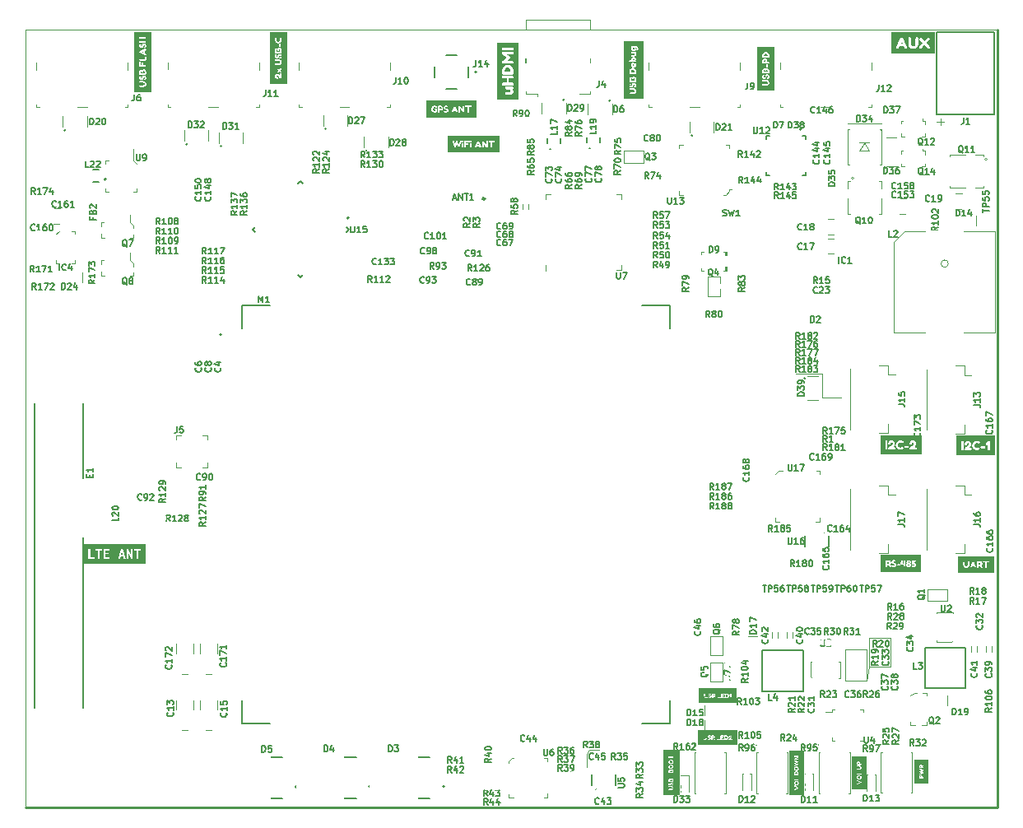
<source format=gbr>
%TF.GenerationSoftware,KiCad,Pcbnew,5.1.9+dfsg1-1*%
%TF.CreationDate,2022-02-21T14:57:17+01:00*%
%TF.ProjectId,sc606-baseboard,73633630-362d-4626-9173-65626f617264,rev?*%
%TF.SameCoordinates,Original*%
%TF.FileFunction,Legend,Top*%
%TF.FilePolarity,Positive*%
%FSLAX46Y46*%
G04 Gerber Fmt 4.6, Leading zero omitted, Abs format (unit mm)*
G04 Created by KiCad (PCBNEW 5.1.9+dfsg1-1) date 2022-02-21 14:57:17 commit 2b5f92f*
%MOMM*%
%LPD*%
G01*
G04 APERTURE LIST*
%ADD10C,0.120000*%
%TA.AperFunction,Profile*%
%ADD11C,0.120000*%
%TD*%
%TA.AperFunction,Profile*%
%ADD12C,0.254000*%
%TD*%
%ADD13C,0.100000*%
%ADD14C,0.150000*%
%ADD15C,0.200000*%
%ADD16C,0.127000*%
%ADD17C,0.250000*%
%ADD18C,0.175000*%
%ADD19C,0.130000*%
%ADD20C,0.010000*%
%ADD21C,1.602000*%
%ADD22C,1.402000*%
%ADD23O,0.752000X2.102000*%
%ADD24O,2.102000X0.752000*%
%ADD25C,1.812000*%
%ADD26C,2.102000*%
%ADD27O,1.002000X2.002000*%
%ADD28O,1.102000X1.702000*%
%ADD29O,1.252000X0.902000*%
%ADD30O,1.052000X0.752000*%
%ADD31C,0.752000*%
%ADD32C,1.242000*%
%ADD33O,1.402000X2.452000*%
%ADD34O,1.602000X2.652000*%
%ADD35C,1.902000*%
G04 APERTURE END LIST*
D10*
X157550000Y-80300000D02*
X159500000Y-80300000D01*
X157550000Y-77850000D02*
X157550000Y-80300000D01*
X154800000Y-77850000D02*
X157550000Y-77850000D01*
X162400000Y-108000000D02*
X162100000Y-109400000D01*
X164600000Y-105000000D02*
X162400000Y-105000000D01*
X164600000Y-108000000D02*
X164600000Y-105000000D01*
X162400000Y-108000000D02*
X164600000Y-108000000D01*
X162400000Y-105000000D02*
X162400000Y-108000000D01*
X162100000Y-106200000D02*
X159900000Y-106200000D01*
X162100000Y-109400000D02*
X162100000Y-106200000D01*
X159900000Y-109400000D02*
X162100000Y-109400000D01*
X159900000Y-106200000D02*
X159900000Y-109400000D01*
X133600000Y-116500000D02*
X134600000Y-116500000D01*
X133300000Y-116900000D02*
X133600000Y-116500000D01*
X133300000Y-118300000D02*
X133300000Y-116900000D01*
D11*
X175600000Y-42400000D02*
X75600000Y-42400000D01*
D12*
X175600000Y-42400000D02*
X175600000Y-122400000D01*
D11*
X75600000Y-122400000D02*
X75600000Y-42400000D01*
D12*
X175600000Y-122400000D02*
X75600000Y-122400000D01*
D13*
%TO.C,kibuzzard-620F7B41*%
G36*
X141228442Y-120644828D02*
G01*
X141751232Y-120263193D01*
X141758852Y-120246683D01*
X141772187Y-120238428D01*
X141805207Y-120234618D01*
X141996977Y-120234618D01*
X142037935Y-120237872D01*
X142076988Y-120247635D01*
X142148743Y-120176833D01*
X142112230Y-120193343D01*
X142093418Y-120186516D01*
X142069368Y-120166038D01*
X142054128Y-120132383D01*
X142062065Y-120111110D01*
X142085878Y-120082853D01*
X142106515Y-120057453D01*
X142116358Y-120026973D01*
X142110995Y-119994164D01*
X142094909Y-119974479D01*
X142068098Y-119967918D01*
X142043650Y-119984110D01*
X142029362Y-120024433D01*
X142023568Y-120049515D01*
X142015075Y-120076503D01*
X142004359Y-120103490D01*
X141991897Y-120128573D01*
X141974673Y-120150718D01*
X141949670Y-120168895D01*
X141917841Y-120181039D01*
X141880137Y-120185088D01*
X141844472Y-120180466D01*
X141811981Y-120166602D01*
X141782665Y-120143495D01*
X141759558Y-120112415D01*
X141745694Y-120074633D01*
X141741072Y-120030148D01*
X141743533Y-119993714D01*
X141750915Y-119960615D01*
X141770917Y-119917118D01*
X141782982Y-119901243D01*
X141814097Y-119881557D01*
X141849022Y-119896798D01*
X141872835Y-119918705D01*
X141880772Y-119941248D01*
X141868072Y-119974268D01*
X141861722Y-119981570D01*
X141853467Y-119991413D01*
X141845212Y-120025385D01*
X141855055Y-120059675D01*
X141882360Y-120073328D01*
X141910617Y-120057135D01*
X141925222Y-120016813D01*
X141930064Y-119991571D01*
X141936970Y-119964108D01*
X141945781Y-119936644D01*
X141956337Y-119911403D01*
X141971974Y-119889257D01*
X141996025Y-119871080D01*
X142027537Y-119858936D01*
X142065558Y-119854887D01*
X142104372Y-119859015D01*
X142138265Y-119871398D01*
X142166126Y-119890448D01*
X142186843Y-119914578D01*
X142205540Y-119949644D01*
X142216758Y-119986262D01*
X142220498Y-120024433D01*
X142218672Y-120053484D01*
X142213195Y-120080948D01*
X142195098Y-120124128D01*
X142175095Y-120152703D01*
X142155728Y-120171118D01*
X142148743Y-120176833D01*
X142076988Y-120247635D01*
X142114135Y-120263907D01*
X142149378Y-120286688D01*
X142178667Y-120315739D01*
X142201765Y-120352093D01*
X142216767Y-120394241D01*
X142221768Y-120440675D01*
X142216688Y-120487030D01*
X142201448Y-120528940D01*
X142177953Y-120564897D01*
X142148108Y-120593393D01*
X142113341Y-120615895D01*
X142076353Y-120631969D01*
X142037141Y-120641613D01*
X141995707Y-120644828D01*
X141804572Y-120644828D01*
X141782030Y-120643875D01*
X141765202Y-120637843D01*
X141751867Y-120620698D01*
X141748057Y-120588313D01*
X141751867Y-120555928D01*
X141765202Y-120539418D01*
X141805207Y-120531798D01*
X141995707Y-120531798D01*
X142033490Y-120527035D01*
X142069368Y-120512748D01*
X142097943Y-120484173D01*
X142108738Y-120439088D01*
X142100165Y-120398606D01*
X142074448Y-120369873D01*
X142037459Y-120352728D01*
X141995072Y-120347013D01*
X141800762Y-120347013D01*
X141765837Y-120340663D01*
X141751867Y-120322248D01*
X141748057Y-120292085D01*
X141751232Y-120263193D01*
X141228442Y-120644828D01*
X141228442Y-121157458D01*
X142871558Y-121157458D01*
X142156363Y-119813613D01*
X141803937Y-119813613D01*
X141781712Y-119812660D01*
X141765202Y-119806628D01*
X141752344Y-119789800D01*
X141748057Y-119757098D01*
X141748057Y-119597078D01*
X141752573Y-119560248D01*
X141766120Y-119527651D01*
X141788697Y-119499288D01*
X141818049Y-119476357D01*
X141851069Y-119462599D01*
X141887757Y-119458013D01*
X141927921Y-119464045D01*
X141964592Y-119482143D01*
X142156363Y-118878893D01*
X141803937Y-118878893D01*
X141781712Y-118877940D01*
X141765202Y-118871908D01*
X141752344Y-118855080D01*
X141748057Y-118822377D01*
X141748057Y-118662357D01*
X141752573Y-118625527D01*
X141766120Y-118592931D01*
X141788697Y-118564567D01*
X141818049Y-118541637D01*
X141851069Y-118527879D01*
X141887757Y-118523292D01*
X141927921Y-118529325D01*
X141964592Y-118547422D01*
X141995425Y-118526609D01*
X142028657Y-118514120D01*
X142064288Y-118509957D01*
X142104328Y-118515355D01*
X142139782Y-118529854D01*
X142170650Y-118553455D01*
X142194463Y-118583617D01*
X142208750Y-118617802D01*
X142213513Y-118656007D01*
X142213513Y-118823012D01*
X142207480Y-118858255D01*
X142189383Y-118875083D01*
X142156363Y-118878893D01*
X141964592Y-119482143D01*
X141995425Y-119461329D01*
X142028657Y-119448840D01*
X142064288Y-119444678D01*
X142104328Y-119450075D01*
X142139782Y-119464574D01*
X142170650Y-119488175D01*
X142194463Y-119518338D01*
X142208750Y-119552522D01*
X142340513Y-119416103D01*
X142315113Y-119419278D01*
X142289713Y-119416420D01*
X142276378Y-119407213D01*
X142271298Y-119379908D01*
X142271298Y-118952553D01*
X142290348Y-118916993D01*
X142315430Y-118913818D01*
X142340513Y-118916675D01*
X142353848Y-118925883D01*
X142358928Y-118953188D01*
X142358928Y-119380543D01*
X142340513Y-119416103D01*
X142208750Y-119552522D01*
X142213513Y-119590728D01*
X142213513Y-119757733D01*
X142207480Y-119792975D01*
X142189383Y-119809803D01*
X142156363Y-119813613D01*
X142871558Y-121157458D01*
X142871558Y-120644828D01*
X142871558Y-117055172D01*
X142072701Y-117542217D01*
X142113698Y-117562855D01*
X142150965Y-117591747D01*
X142181941Y-117626672D01*
X142204067Y-117665407D01*
X142217342Y-117707952D01*
X142221768Y-117754307D01*
X142217402Y-117800762D01*
X142204305Y-117843604D01*
X142182477Y-117882835D01*
X142151918Y-117918455D01*
X142115326Y-117948042D01*
X142075400Y-117969176D01*
X142032141Y-117981856D01*
X141985548Y-117986082D01*
X141934509Y-117981320D01*
X141886805Y-117967032D01*
X141844498Y-117944807D01*
X141809652Y-117916232D01*
X141781871Y-117882101D01*
X141760757Y-117843207D01*
X141747422Y-117801297D01*
X141742977Y-117758117D01*
X141747224Y-117712675D01*
X141759964Y-117670329D01*
X141781197Y-117631078D01*
X141767425Y-117497132D01*
X141753772Y-117486337D01*
X141748057Y-117453952D01*
X141748057Y-117100892D01*
X141752820Y-117071047D01*
X141767742Y-117058347D01*
X141794412Y-117055172D01*
X141820765Y-117058347D01*
X141834417Y-117069142D01*
X141840132Y-117101527D01*
X141840132Y-117222812D01*
X142159538Y-117222812D01*
X142181128Y-117223765D01*
X142197320Y-117229480D01*
X142210338Y-117246307D01*
X142214148Y-117278057D01*
X142210338Y-117309490D01*
X142197320Y-117326000D01*
X142180810Y-117331715D01*
X142158903Y-117332667D01*
X141840132Y-117332667D01*
X141840132Y-117454587D01*
X141835370Y-117484432D01*
X141820447Y-117497132D01*
X141793777Y-117500307D01*
X141767425Y-117497132D01*
X141781197Y-117631078D01*
X141810922Y-117594922D01*
X141846939Y-117564641D01*
X141887043Y-117543011D01*
X141931235Y-117530033D01*
X141979515Y-117525707D01*
X142027973Y-117529835D01*
X142072701Y-117542217D01*
X142871558Y-117055172D01*
X142871558Y-116542542D01*
X141228442Y-116542542D01*
X141742977Y-118250242D01*
X141747224Y-118204800D01*
X141759964Y-118162454D01*
X141781197Y-118123203D01*
X141810922Y-118087047D01*
X141846939Y-118056766D01*
X141887043Y-118035136D01*
X141931235Y-118022158D01*
X141979515Y-118017832D01*
X142027973Y-118021960D01*
X142072701Y-118034342D01*
X142113698Y-118054980D01*
X142150965Y-118083872D01*
X142181941Y-118118797D01*
X142204067Y-118157532D01*
X142217342Y-118200077D01*
X142221768Y-118246432D01*
X142217402Y-118292887D01*
X142204305Y-118335729D01*
X142182477Y-118374960D01*
X142151918Y-118410580D01*
X142115326Y-118440167D01*
X142075400Y-118461301D01*
X142032141Y-118473981D01*
X141985548Y-118478207D01*
X141934509Y-118473445D01*
X141886805Y-118459157D01*
X141844498Y-118436932D01*
X141809652Y-118408357D01*
X141781871Y-118374226D01*
X141760757Y-118335332D01*
X141747422Y-118293422D01*
X141742977Y-118250242D01*
X141228442Y-116542542D01*
X141228442Y-117055172D01*
X141228442Y-120644828D01*
G37*
G36*
X141982372Y-118365812D02*
G01*
X142017686Y-118361756D01*
X142048271Y-118349585D01*
X142074130Y-118329300D01*
X142100562Y-118290644D01*
X142109373Y-118247702D01*
X142100800Y-118204840D01*
X142075083Y-118166422D01*
X142049612Y-118146314D01*
X142018920Y-118134249D01*
X141983007Y-118130227D01*
X141947024Y-118134284D01*
X141916121Y-118146455D01*
X141890297Y-118166740D01*
X141864104Y-118205396D01*
X141855372Y-118248337D01*
X141864183Y-118291200D01*
X141890615Y-118329618D01*
X141916474Y-118349726D01*
X141947059Y-118361791D01*
X141982372Y-118365812D01*
G37*
G36*
X141982372Y-117873687D02*
G01*
X142017686Y-117869631D01*
X142048271Y-117857460D01*
X142074130Y-117837175D01*
X142100562Y-117798519D01*
X142109373Y-117755577D01*
X142100800Y-117712715D01*
X142075083Y-117674297D01*
X142049612Y-117654189D01*
X142018920Y-117642124D01*
X141983007Y-117638102D01*
X141947024Y-117642159D01*
X141916121Y-117654330D01*
X141890297Y-117674615D01*
X141864104Y-117713271D01*
X141855372Y-117756212D01*
X141864183Y-117799075D01*
X141890615Y-117837493D01*
X141916474Y-117857601D01*
X141947059Y-117869666D01*
X141982372Y-117873687D01*
G37*
G36*
X142057938Y-118622352D02*
G01*
X142033808Y-118625845D01*
X142021107Y-118637592D01*
X142016027Y-118673152D01*
X142007137Y-118707442D01*
X141970625Y-118718872D01*
X141934112Y-118707125D01*
X141925222Y-118668072D01*
X141911887Y-118637592D01*
X141889027Y-118635687D01*
X141866802Y-118646165D01*
X141860452Y-118677597D01*
X141860452Y-118766497D01*
X142101118Y-118766497D01*
X142101118Y-118662357D01*
X142090323Y-118632354D01*
X142057938Y-118622352D01*
G37*
G36*
X142057938Y-119557073D02*
G01*
X142033808Y-119560565D01*
X142021107Y-119572313D01*
X142016027Y-119607873D01*
X142007137Y-119642163D01*
X141970625Y-119653593D01*
X141934112Y-119641845D01*
X141925222Y-119602793D01*
X141911887Y-119572313D01*
X141889027Y-119570408D01*
X141866802Y-119580885D01*
X141860452Y-119612318D01*
X141860452Y-119701218D01*
X142101118Y-119701218D01*
X142101118Y-119597078D01*
X142090323Y-119567074D01*
X142057938Y-119557073D01*
G37*
%TO.C,kibuzzard-620F7B15*%
G36*
X167000832Y-119450723D02*
G01*
X167517272Y-119394208D01*
X167517272Y-119258318D01*
X167521788Y-119221417D01*
X167535335Y-119185222D01*
X167557912Y-119149733D01*
X167581090Y-119126079D01*
X167611252Y-119107188D01*
X167646812Y-119094805D01*
X167686182Y-119090678D01*
X167725473Y-119094805D01*
X167760795Y-119107188D01*
X167790719Y-119126079D01*
X167813818Y-119149733D01*
X167836395Y-119185293D01*
X167849942Y-119221699D01*
X167854458Y-119258953D01*
X167854458Y-119338328D01*
X167926213Y-119338328D01*
X167948120Y-119339280D01*
X167964948Y-119345313D01*
X167977806Y-119362140D01*
X167982093Y-119394843D01*
X167976219Y-119430085D01*
X167958598Y-119446913D01*
X167925578Y-119450723D01*
X167573152Y-119450723D01*
X167551245Y-119449770D01*
X167534417Y-119443738D01*
X167521559Y-119426910D01*
X167517272Y-119394208D01*
X167000832Y-119450723D01*
X167000832Y-119963353D01*
X168499168Y-119963353D01*
X167943993Y-118935738D01*
X167591567Y-119058293D01*
X167560452Y-119065278D01*
X167537751Y-119054641D01*
X167520447Y-119022733D01*
X167514097Y-118989395D01*
X167524257Y-118966535D01*
X167555372Y-118952248D01*
X167767463Y-118882398D01*
X167558547Y-118813183D01*
X167536005Y-118800641D01*
X167521717Y-118780798D01*
X167517272Y-118754445D01*
X167527750Y-118724282D01*
X167548387Y-118706502D01*
X167768733Y-118633477D01*
X167555372Y-118563627D01*
X167533782Y-118555372D01*
X167520130Y-118543625D01*
X167513462Y-118522352D01*
X167519812Y-118492507D01*
X167537592Y-118460599D01*
X167560452Y-118449962D01*
X167591567Y-118457582D01*
X167943993Y-118579502D01*
X167954788Y-118583947D01*
X167971615Y-118600775D01*
X167982093Y-118633160D01*
X167971615Y-118665545D01*
X167950978Y-118683642D01*
X167731902Y-118757938D01*
X167807036Y-118783363D01*
X167865811Y-118803251D01*
X167908229Y-118817602D01*
X167934290Y-118826416D01*
X167943993Y-118829693D01*
X167954788Y-118835408D01*
X167967488Y-118845568D01*
X167982093Y-118880493D01*
X167972568Y-118913830D01*
X167953518Y-118931293D01*
X167943993Y-118935738D01*
X168499168Y-119963353D01*
X168499168Y-119450723D01*
X167949990Y-118161743D01*
X167911678Y-118178253D01*
X167853188Y-118202947D01*
X167854458Y-118222632D01*
X167854458Y-118302642D01*
X167926213Y-118302642D01*
X167948120Y-118303595D01*
X167964948Y-118309627D01*
X167977806Y-118326455D01*
X167982093Y-118359157D01*
X167976219Y-118394400D01*
X167958598Y-118411227D01*
X167925578Y-118415037D01*
X167573152Y-118415037D01*
X167551245Y-118414085D01*
X167534417Y-118408052D01*
X167521559Y-118391225D01*
X167517272Y-118358522D01*
X167517272Y-118221362D01*
X167521788Y-118184462D01*
X167535335Y-118148267D01*
X167557912Y-118112777D01*
X167581090Y-118089600D01*
X167611252Y-118070867D01*
X167646812Y-118058485D01*
X167686182Y-118054357D01*
X167731197Y-118059649D01*
X167770567Y-118075524D01*
X167804293Y-118101982D01*
X167830328Y-118090976D01*
X167863559Y-118076582D01*
X167903988Y-118058802D01*
X167937008Y-118049277D01*
X167959233Y-118059120D01*
X167977648Y-118088647D01*
X167986538Y-118121350D01*
X167980505Y-118141670D01*
X167968123Y-118153417D01*
X167949990Y-118161743D01*
X168499168Y-119450723D01*
X168499168Y-118049277D01*
X168499168Y-117536647D01*
X167000832Y-117536647D01*
X167000832Y-118049277D01*
X167000832Y-119450723D01*
G37*
G36*
X167742062Y-118302642D02*
G01*
X167742062Y-118221362D01*
X167728092Y-118184532D01*
X167686182Y-118166117D01*
X167643955Y-118184532D01*
X167629667Y-118222632D01*
X167629667Y-118302642D01*
X167742062Y-118302642D01*
G37*
G36*
X167629667Y-119258953D02*
G01*
X167629667Y-119338328D01*
X167742062Y-119338328D01*
X167742062Y-119258318D01*
X167728092Y-119220853D01*
X167686182Y-119202438D01*
X167643955Y-119220853D01*
X167629667Y-119258953D01*
G37*
%TO.C,kibuzzard-620F7B0C*%
G36*
X154147975Y-120659268D02*
G01*
X154673305Y-120218578D01*
X154692672Y-120190479D01*
X154713945Y-120181113D01*
X154744425Y-120190638D01*
X154727280Y-120085863D01*
X154699499Y-120051731D01*
X154678385Y-120012838D01*
X154665050Y-119970928D01*
X154660605Y-119927748D01*
X154664852Y-119882305D01*
X154677591Y-119839959D01*
X154698824Y-119800708D01*
X154728550Y-119764553D01*
X154764566Y-119734271D01*
X154804671Y-119712641D01*
X154848863Y-119699663D01*
X154897142Y-119695338D01*
X154945601Y-119699465D01*
X154990329Y-119711848D01*
X155031326Y-119732485D01*
X155068593Y-119761378D01*
X155099569Y-119796303D01*
X155121694Y-119835038D01*
X155134970Y-119877583D01*
X155139395Y-119923938D01*
X155135029Y-119970392D01*
X155121933Y-120013234D01*
X155100104Y-120052465D01*
X155069545Y-120088085D01*
X155032953Y-120117672D01*
X154993028Y-120138806D01*
X154949768Y-120151486D01*
X154903175Y-120155713D01*
X154852137Y-120150950D01*
X154804432Y-120136663D01*
X154762126Y-120114438D01*
X154727280Y-120085863D01*
X154744425Y-120190638D01*
X155100025Y-120365898D01*
X155122568Y-120387170D01*
X155131140Y-120416698D01*
X155131140Y-120423048D01*
X155122568Y-120453210D01*
X155100025Y-120474483D01*
X154744425Y-120649743D01*
X154713945Y-120659268D01*
X154692672Y-120649901D01*
X154673305Y-120621803D01*
X154662510Y-120589735D01*
X154665050Y-120572908D01*
X154673940Y-120562113D01*
X154690767Y-120551635D01*
X154708547Y-120543142D01*
X154743472Y-120527188D01*
X154788319Y-120506788D01*
X154835865Y-120484960D01*
X154883411Y-120463053D01*
X154928258Y-120442415D01*
X154962151Y-120426778D01*
X154976835Y-120419873D01*
X154698705Y-120292873D01*
X154679655Y-120283983D01*
X154662510Y-120256043D01*
X154673305Y-120218578D01*
X154147975Y-120659268D01*
X154147975Y-121171898D01*
X155652025Y-121171898D01*
X155107645Y-119650253D01*
X155075260Y-119654063D01*
X154722200Y-119654063D01*
X154700292Y-119653110D01*
X154683465Y-119647078D01*
X154670606Y-119630250D01*
X154666320Y-119597548D01*
X154672194Y-119562146D01*
X154689815Y-119544843D01*
X154722835Y-119541668D01*
X155037795Y-119541668D01*
X155037795Y-119368948D01*
X155042558Y-119338468D01*
X155057480Y-119325768D01*
X155084468Y-119322593D01*
X155111455Y-119325768D01*
X155125425Y-119336563D01*
X155131775Y-119369583D01*
X155131775Y-119598183D01*
X155125743Y-119633425D01*
X155107645Y-119650253D01*
X155652025Y-121171898D01*
X155652025Y-120659268D01*
X155652025Y-117140732D01*
X155098120Y-117141685D01*
X155114630Y-117147717D01*
X155127489Y-117164545D01*
X155131775Y-117197247D01*
X155127965Y-117231537D01*
X155115900Y-117247412D01*
X155056069Y-117292321D01*
X155003576Y-117331797D01*
X154958420Y-117365840D01*
X154920602Y-117394450D01*
X154890122Y-117417628D01*
X154866980Y-117435372D01*
X155075895Y-117435372D01*
X155098120Y-117436325D01*
X155114630Y-117442357D01*
X155127489Y-117459185D01*
X155131775Y-117491887D01*
X155127489Y-117523637D01*
X155114630Y-117540147D01*
X155097485Y-117546180D01*
X155075260Y-117547132D01*
X154720930Y-117547132D01*
X154685687Y-117541100D01*
X154670765Y-117523002D01*
X154666955Y-117491887D01*
X154670447Y-117461725D01*
X154678385Y-117446167D01*
X154694895Y-117431562D01*
X154752204Y-117389370D01*
X154802633Y-117352117D01*
X154846184Y-117319802D01*
X154882855Y-117292427D01*
X154912647Y-117269990D01*
X154935560Y-117252492D01*
X154720930Y-117252492D01*
X154685687Y-117246460D01*
X154670765Y-117228362D01*
X154666955Y-117198200D01*
X154670130Y-117168990D01*
X154677750Y-117152480D01*
X154691085Y-117144542D01*
X154723470Y-117140732D01*
X155075895Y-117140732D01*
X155098120Y-117141685D01*
X155652025Y-117140732D01*
X155652025Y-116628102D01*
X154147975Y-116628102D01*
X154665685Y-119064148D01*
X154666320Y-118946673D01*
X154670467Y-118902024D01*
X154682909Y-118860154D01*
X154703646Y-118821062D01*
X154732677Y-118784747D01*
X154767761Y-118754188D01*
X154727280Y-118613297D01*
X154699499Y-118579166D01*
X154678385Y-118540272D01*
X154665050Y-118498362D01*
X154660605Y-118455182D01*
X154664852Y-118409740D01*
X154677591Y-118367394D01*
X154698824Y-118328143D01*
X154728550Y-118291987D01*
X154764566Y-118261706D01*
X154804671Y-118240076D01*
X154848863Y-118227098D01*
X155093040Y-118067832D01*
X154740615Y-118190387D01*
X154709500Y-118197372D01*
X154686799Y-118186736D01*
X154669495Y-118154827D01*
X154663145Y-118121490D01*
X154673305Y-118098630D01*
X154704420Y-118084342D01*
X154916510Y-118014492D01*
X154707595Y-117945277D01*
X154685052Y-117932736D01*
X154670765Y-117912892D01*
X154666320Y-117886540D01*
X154676797Y-117856378D01*
X154697435Y-117838597D01*
X154917780Y-117765572D01*
X154704420Y-117695722D01*
X154682830Y-117687467D01*
X154669177Y-117675720D01*
X154662510Y-117654447D01*
X154668860Y-117624602D01*
X154686640Y-117592694D01*
X154709500Y-117582057D01*
X154740615Y-117589677D01*
X155093040Y-117711597D01*
X155103835Y-117716042D01*
X155120663Y-117732870D01*
X155131140Y-117765255D01*
X155120663Y-117797640D01*
X155100025Y-117815737D01*
X154880950Y-117890033D01*
X154956083Y-117915458D01*
X155014859Y-117935346D01*
X155057277Y-117949697D01*
X155083337Y-117958511D01*
X155093040Y-117961787D01*
X155103835Y-117967502D01*
X155116535Y-117977662D01*
X155131140Y-118012587D01*
X155121615Y-118045925D01*
X155102565Y-118063387D01*
X155093040Y-118067832D01*
X154848863Y-118227098D01*
X154897142Y-118222772D01*
X154945601Y-118226900D01*
X154990329Y-118239282D01*
X155031326Y-118259920D01*
X155068593Y-118288812D01*
X155099569Y-118323737D01*
X155121694Y-118362472D01*
X155134970Y-118405017D01*
X155139395Y-118451372D01*
X155135029Y-118497827D01*
X155121933Y-118540669D01*
X155100104Y-118579900D01*
X155069545Y-118615520D01*
X155032953Y-118645107D01*
X154993028Y-118666241D01*
X154949768Y-118678921D01*
X154903175Y-118683147D01*
X154852137Y-118678385D01*
X154804432Y-118664097D01*
X154762126Y-118641872D01*
X154727280Y-118613297D01*
X154767761Y-118754188D01*
X154806655Y-118732360D01*
X154849359Y-118719263D01*
X154895872Y-118714897D01*
X154942565Y-118719164D01*
X154985804Y-118731963D01*
X155025591Y-118753295D01*
X155061925Y-118783160D01*
X155092207Y-118819097D01*
X155113836Y-118858646D01*
X155126814Y-118901806D01*
X155131140Y-118948578D01*
X155131140Y-119064783D01*
X155127171Y-119096215D01*
X155115265Y-119113043D01*
X155074625Y-119120663D01*
X154721565Y-119120663D01*
X154699340Y-119119710D01*
X154682830Y-119113678D01*
X154669971Y-119096850D01*
X154665685Y-119064148D01*
X154147975Y-116628102D01*
X154147975Y-117140732D01*
X154147975Y-120659268D01*
G37*
G36*
X154900000Y-120043318D02*
G01*
X154935313Y-120039261D01*
X154965899Y-120027090D01*
X154991758Y-120006805D01*
X155018189Y-119968149D01*
X155027000Y-119925208D01*
X155018428Y-119882345D01*
X154992710Y-119843928D01*
X154967239Y-119823819D01*
X154936548Y-119811754D01*
X154900635Y-119807733D01*
X154864652Y-119811789D01*
X154833748Y-119823960D01*
X154807925Y-119844245D01*
X154781731Y-119882901D01*
X154773000Y-119925843D01*
X154781811Y-119968705D01*
X154808242Y-120007123D01*
X154834101Y-120027231D01*
X154864687Y-120039296D01*
X154900000Y-120043318D01*
G37*
G36*
X154900000Y-118570752D02*
G01*
X154935313Y-118566696D01*
X154965899Y-118554525D01*
X154991758Y-118534240D01*
X155018189Y-118495584D01*
X155027000Y-118452642D01*
X155018428Y-118409780D01*
X154992710Y-118371362D01*
X154967239Y-118351254D01*
X154936548Y-118339189D01*
X154900635Y-118335167D01*
X154864652Y-118339224D01*
X154833748Y-118351395D01*
X154807925Y-118371680D01*
X154781731Y-118410336D01*
X154773000Y-118453277D01*
X154781811Y-118496140D01*
X154808242Y-118534557D01*
X154834101Y-118554666D01*
X154864687Y-118566731D01*
X154900000Y-118570752D01*
G37*
G36*
X154778715Y-118947308D02*
G01*
X154778715Y-119008268D01*
X155018745Y-119008268D01*
X155018745Y-118946673D01*
X155010252Y-118903175D01*
X154984773Y-118864122D01*
X154946434Y-118836500D01*
X154899365Y-118827292D01*
X154852137Y-118836262D01*
X154813322Y-118863170D01*
X154787367Y-118902143D01*
X154778715Y-118947308D01*
G37*
%TO.C,kibuzzard-620F7AFE*%
G36*
X160597975Y-120079830D02*
G01*
X161123305Y-119639140D01*
X161142672Y-119611041D01*
X161163945Y-119601675D01*
X161194425Y-119611200D01*
X161177280Y-119506425D01*
X161149499Y-119472294D01*
X161128385Y-119433400D01*
X161115050Y-119391490D01*
X161110605Y-119348310D01*
X161114852Y-119302868D01*
X161127591Y-119260521D01*
X161148824Y-119221270D01*
X161178550Y-119185115D01*
X161214566Y-119154833D01*
X161254671Y-119133204D01*
X161298863Y-119120226D01*
X161347142Y-119115900D01*
X161395601Y-119120028D01*
X161440329Y-119132410D01*
X161481326Y-119153047D01*
X161518593Y-119181940D01*
X161549569Y-119216865D01*
X161571694Y-119255600D01*
X161584970Y-119298145D01*
X161589395Y-119344500D01*
X161585029Y-119390954D01*
X161571933Y-119433797D01*
X161550104Y-119473028D01*
X161519545Y-119508648D01*
X161482953Y-119538235D01*
X161443028Y-119559368D01*
X161399768Y-119572048D01*
X161353175Y-119576275D01*
X161302137Y-119571513D01*
X161254432Y-119557225D01*
X161212126Y-119535000D01*
X161177280Y-119506425D01*
X161194425Y-119611200D01*
X161550025Y-119786460D01*
X161572568Y-119807733D01*
X161581140Y-119837260D01*
X161581140Y-119843610D01*
X161572568Y-119873773D01*
X161550025Y-119895045D01*
X161194425Y-120070305D01*
X161163945Y-120079830D01*
X161142672Y-120070464D01*
X161123305Y-120042365D01*
X161112510Y-120010298D01*
X161115050Y-119993470D01*
X161123940Y-119982675D01*
X161140767Y-119972198D01*
X161158547Y-119963704D01*
X161193472Y-119947750D01*
X161238319Y-119927351D01*
X161285865Y-119905523D01*
X161333411Y-119883615D01*
X161378258Y-119862978D01*
X161412151Y-119847341D01*
X161426835Y-119840435D01*
X161148705Y-119713435D01*
X161129655Y-119704545D01*
X161112510Y-119676605D01*
X161123305Y-119639140D01*
X160597975Y-120079830D01*
X160597975Y-120592460D01*
X162102025Y-120592460D01*
X161557645Y-119070815D01*
X161525260Y-119074625D01*
X161172200Y-119074625D01*
X161150292Y-119073673D01*
X161133465Y-119067640D01*
X161120606Y-119050813D01*
X161116320Y-119018110D01*
X161122194Y-118982709D01*
X161139815Y-118965405D01*
X161172835Y-118962230D01*
X161487795Y-118962230D01*
X161363335Y-118541225D01*
X161172200Y-118541225D01*
X161149657Y-118540272D01*
X161132830Y-118534240D01*
X161119495Y-118517095D01*
X161115685Y-118484710D01*
X161119495Y-118452325D01*
X161132830Y-118435815D01*
X161172835Y-118428195D01*
X161363335Y-118428195D01*
X161401118Y-118423432D01*
X161436995Y-118409145D01*
X161465570Y-118380570D01*
X161476365Y-118335485D01*
X161467793Y-118295004D01*
X161442075Y-118266270D01*
X161405086Y-118249125D01*
X161362700Y-118243410D01*
X161168390Y-118243410D01*
X161133465Y-118237060D01*
X161119495Y-118218645D01*
X161115685Y-118188482D01*
X161118860Y-118159590D01*
X161126480Y-118143080D01*
X161139815Y-118134825D01*
X161172835Y-118131015D01*
X161364605Y-118131015D01*
X161405563Y-118134269D01*
X161444615Y-118144032D01*
X161481763Y-118160304D01*
X161517005Y-118183085D01*
X161524625Y-118080215D01*
X161172200Y-118080215D01*
X161150292Y-118079262D01*
X161133465Y-118073230D01*
X161120606Y-118056402D01*
X161116320Y-118023700D01*
X161116320Y-117887810D01*
X161120836Y-117850909D01*
X161134382Y-117814714D01*
X161156960Y-117779225D01*
X161180137Y-117755571D01*
X161210300Y-117736680D01*
X161245860Y-117724297D01*
X161285230Y-117720170D01*
X161324521Y-117724297D01*
X161359843Y-117736680D01*
X161389767Y-117755571D01*
X161412865Y-117779225D01*
X161435443Y-117814785D01*
X161448989Y-117851192D01*
X161453505Y-117888445D01*
X161453505Y-117967820D01*
X161525260Y-117967820D01*
X161547168Y-117968772D01*
X161563995Y-117974805D01*
X161576854Y-117991632D01*
X161581140Y-118024335D01*
X161575266Y-118059577D01*
X161557645Y-118076405D01*
X161524625Y-118080215D01*
X161517005Y-118183085D01*
X161546294Y-118212136D01*
X161569393Y-118248490D01*
X161584394Y-118290638D01*
X161589395Y-118337072D01*
X161584315Y-118383427D01*
X161569075Y-118425337D01*
X161545580Y-118461294D01*
X161515735Y-118489790D01*
X161480969Y-118512293D01*
X161443980Y-118528366D01*
X161404769Y-118538010D01*
X161363335Y-118541225D01*
X161487795Y-118962230D01*
X161487795Y-118789510D01*
X161492558Y-118759030D01*
X161507480Y-118746330D01*
X161534468Y-118743155D01*
X161561455Y-118746330D01*
X161575425Y-118757125D01*
X161581775Y-118790145D01*
X161581775Y-119018745D01*
X161575743Y-119053988D01*
X161557645Y-119070815D01*
X162102025Y-120592460D01*
X162102025Y-120079830D01*
X162102025Y-117720170D01*
X162102025Y-117207540D01*
X160597975Y-117207540D01*
X160597975Y-117720170D01*
X160597975Y-120079830D01*
G37*
G36*
X161350000Y-119463880D02*
G01*
X161385313Y-119459823D01*
X161415899Y-119447652D01*
X161441758Y-119427368D01*
X161468189Y-119388712D01*
X161477000Y-119345770D01*
X161468428Y-119302908D01*
X161442710Y-119264490D01*
X161417239Y-119244382D01*
X161386548Y-119232317D01*
X161350635Y-119228295D01*
X161314652Y-119232352D01*
X161283748Y-119244523D01*
X161257925Y-119264808D01*
X161231731Y-119303463D01*
X161223000Y-119346405D01*
X161231811Y-119389268D01*
X161258242Y-119427685D01*
X161284101Y-119447793D01*
X161314687Y-119459858D01*
X161350000Y-119463880D01*
G37*
G36*
X161228715Y-117888445D02*
G01*
X161228715Y-117967820D01*
X161341110Y-117967820D01*
X161341110Y-117887810D01*
X161327140Y-117850345D01*
X161285230Y-117831930D01*
X161243002Y-117850345D01*
X161228715Y-117888445D01*
G37*
%TO.C,kibuzzard-620F7AEB*%
G36*
X145387442Y-110197022D02*
G01*
X145769077Y-110719812D01*
X145785588Y-110727432D01*
X145793842Y-110740767D01*
X145797652Y-110773787D01*
X145797652Y-110965558D01*
X145794398Y-111006515D01*
X145784635Y-111045568D01*
X145855437Y-111117323D01*
X145838927Y-111080810D01*
X145845754Y-111061998D01*
X145866232Y-111037948D01*
X145899887Y-111022708D01*
X145921160Y-111030645D01*
X145949417Y-111054458D01*
X145974817Y-111075095D01*
X146005297Y-111084938D01*
X146038106Y-111079575D01*
X146057791Y-111063489D01*
X146064352Y-111036678D01*
X146048160Y-111012230D01*
X146007837Y-110997943D01*
X145982755Y-110992148D01*
X145955767Y-110983655D01*
X145928780Y-110972939D01*
X145903697Y-110960478D01*
X145881552Y-110943253D01*
X145863375Y-110918250D01*
X145851231Y-110886421D01*
X145847182Y-110848717D01*
X145851804Y-110813052D01*
X145865668Y-110780561D01*
X145888775Y-110751245D01*
X145919855Y-110728138D01*
X145957637Y-110714274D01*
X146002122Y-110709652D01*
X146038556Y-110712113D01*
X146071655Y-110719495D01*
X146115152Y-110739497D01*
X146131027Y-110751562D01*
X146150712Y-110782677D01*
X146135472Y-110817602D01*
X146113565Y-110841415D01*
X146091022Y-110849352D01*
X146058002Y-110836652D01*
X146050700Y-110830302D01*
X146040857Y-110822047D01*
X146006885Y-110813792D01*
X145972595Y-110823635D01*
X145958942Y-110850940D01*
X145975135Y-110879197D01*
X146015457Y-110893802D01*
X146040699Y-110898644D01*
X146068162Y-110905550D01*
X146095626Y-110914361D01*
X146120867Y-110924917D01*
X146143013Y-110940554D01*
X146161190Y-110964605D01*
X146173334Y-110996117D01*
X146177382Y-111034138D01*
X146173255Y-111072952D01*
X146160872Y-111106845D01*
X146141822Y-111134706D01*
X146117692Y-111155423D01*
X146082626Y-111174120D01*
X146046008Y-111185338D01*
X146007837Y-111189078D01*
X145978786Y-111187252D01*
X145951322Y-111181775D01*
X145908142Y-111163678D01*
X145879567Y-111143675D01*
X145861152Y-111124308D01*
X145855437Y-111117323D01*
X145784635Y-111045568D01*
X145768363Y-111082715D01*
X145745582Y-111117958D01*
X145716531Y-111147247D01*
X145680177Y-111170345D01*
X145638029Y-111185347D01*
X145591595Y-111190348D01*
X145545240Y-111185268D01*
X145503330Y-111170028D01*
X145467373Y-111146533D01*
X145438877Y-111116688D01*
X145416375Y-111081921D01*
X145400301Y-111044933D01*
X145390657Y-111005721D01*
X145387442Y-110964288D01*
X145387442Y-110773152D01*
X145388395Y-110750610D01*
X145394427Y-110733782D01*
X145411572Y-110720447D01*
X145443957Y-110716637D01*
X145476342Y-110720447D01*
X145492852Y-110733782D01*
X145500472Y-110773787D01*
X145500472Y-110964288D01*
X145505235Y-111002070D01*
X145519522Y-111037948D01*
X145548097Y-111066523D01*
X145593182Y-111077318D01*
X145633664Y-111068745D01*
X145662397Y-111043028D01*
X145679542Y-111006039D01*
X145685257Y-110963653D01*
X145685257Y-110769342D01*
X145691607Y-110734417D01*
X145710022Y-110720447D01*
X145740185Y-110716637D01*
X145769077Y-110719812D01*
X145387442Y-110197022D01*
X144874812Y-110197022D01*
X144874812Y-111702978D01*
X146471952Y-111149990D01*
X146455442Y-111111678D01*
X146430747Y-111053188D01*
X146411062Y-111054458D01*
X146331052Y-111054458D01*
X146331052Y-111126213D01*
X146330100Y-111148120D01*
X146324067Y-111164948D01*
X146307240Y-111177806D01*
X146274537Y-111182093D01*
X146239295Y-111176219D01*
X146222467Y-111158598D01*
X146218657Y-111125578D01*
X146218657Y-110773152D01*
X146219610Y-110751245D01*
X146225642Y-110734417D01*
X146242470Y-110721559D01*
X146275172Y-110717272D01*
X146412332Y-110717272D01*
X146449233Y-110721788D01*
X146485428Y-110735335D01*
X146520917Y-110757912D01*
X146544095Y-110781090D01*
X146562827Y-110811252D01*
X146575210Y-110846812D01*
X146579337Y-110886182D01*
X146574046Y-110931197D01*
X146558171Y-110970567D01*
X146531712Y-111004293D01*
X146542719Y-111030328D01*
X146557112Y-111063559D01*
X146574892Y-111103988D01*
X146584417Y-111137008D01*
X146574575Y-111159233D01*
X146545047Y-111177648D01*
X146512345Y-111186538D01*
X146492025Y-111180505D01*
X146480277Y-111168123D01*
X146471952Y-111149990D01*
X144874812Y-111702978D01*
X145387442Y-111702978D01*
X146783808Y-111158598D01*
X146779997Y-111126213D01*
X146779997Y-110773152D01*
X146780950Y-110751245D01*
X146786982Y-110734417D01*
X146803810Y-110721559D01*
X146836513Y-110717272D01*
X146871914Y-110723146D01*
X146889218Y-110740767D01*
X146892393Y-110773787D01*
X146892393Y-111088748D01*
X147065113Y-111088748D01*
X147095593Y-111093510D01*
X147108293Y-111108433D01*
X147111468Y-111135420D01*
X147108293Y-111162408D01*
X147097498Y-111176378D01*
X147064478Y-111182728D01*
X146835878Y-111182728D01*
X146800635Y-111176695D01*
X146783808Y-111158598D01*
X145387442Y-111702978D01*
X148212558Y-111702978D01*
X147460083Y-111182728D01*
X147208623Y-111182728D01*
X147173380Y-111176695D01*
X147156553Y-111158598D01*
X147152743Y-111126213D01*
X147152743Y-110773152D01*
X147164808Y-110729020D01*
X147210528Y-110717272D01*
X147460718Y-110717272D01*
X147482625Y-110718225D01*
X147499453Y-110724257D01*
X147512311Y-110741085D01*
X147516598Y-110773787D01*
X147510724Y-110809030D01*
X147493103Y-110825857D01*
X147460083Y-110829667D01*
X147265138Y-110829667D01*
X147265138Y-110893802D01*
X147390868Y-110893802D01*
X147412775Y-110894755D01*
X147429603Y-110900787D01*
X147442461Y-110917615D01*
X147446748Y-110950318D01*
X147440715Y-110985560D01*
X147422618Y-111002388D01*
X147389598Y-111006198D01*
X147265138Y-111006198D01*
X147265138Y-111070333D01*
X147460718Y-111070333D01*
X147482625Y-111071285D01*
X147499453Y-111077318D01*
X147512311Y-111094145D01*
X147516598Y-111126848D01*
X147510724Y-111162090D01*
X147493103Y-111178918D01*
X147460083Y-111182728D01*
X148212558Y-111702978D01*
X148725188Y-111702978D01*
X147946572Y-111036757D01*
X147925240Y-111076544D01*
X147895375Y-111112878D01*
X147859438Y-111143159D01*
X147819889Y-111164789D01*
X147776729Y-111177767D01*
X147729958Y-111182093D01*
X147613753Y-111182093D01*
X147582320Y-111178124D01*
X147565493Y-111166218D01*
X147557873Y-111125578D01*
X147557873Y-110772517D01*
X147558825Y-110750292D01*
X147564858Y-110733782D01*
X147581685Y-110720924D01*
X147614388Y-110716637D01*
X147731863Y-110717272D01*
X147776511Y-110721420D01*
X147818381Y-110733862D01*
X147857473Y-110754599D01*
X147893788Y-110783630D01*
X147924347Y-110818714D01*
X147946175Y-110857607D01*
X147959272Y-110900311D01*
X147963638Y-110946825D01*
X147959371Y-110993517D01*
X147946572Y-111036757D01*
X148725188Y-111702978D01*
X148725188Y-110197022D01*
X148117943Y-110733147D01*
X148153820Y-110716637D01*
X148183983Y-110719812D01*
X148200493Y-110727115D01*
X148209383Y-110740767D01*
X148212558Y-110774422D01*
X148212558Y-111128118D01*
X148211605Y-111150025D01*
X148205573Y-111166853D01*
X148188745Y-111179711D01*
X148156043Y-111183998D01*
X148124134Y-111179870D01*
X148107148Y-111167488D01*
X148101115Y-111150025D01*
X148100163Y-111126848D01*
X148100163Y-110900152D01*
X148091908Y-110907772D01*
X148047458Y-110927457D01*
X148009040Y-110905232D01*
X147989038Y-110865862D01*
X148011898Y-110828397D01*
X148116038Y-110734417D01*
X148117943Y-110733147D01*
X148725188Y-110197022D01*
X148212558Y-110197022D01*
X145387442Y-110197022D01*
G37*
G36*
X147731228Y-110829667D02*
G01*
X147670268Y-110829667D01*
X147670268Y-111069698D01*
X147731863Y-111069698D01*
X147775360Y-111061204D01*
X147814412Y-111035725D01*
X147842035Y-110997387D01*
X147851243Y-110950318D01*
X147842273Y-110903089D01*
X147815365Y-110864275D01*
X147776392Y-110838319D01*
X147731228Y-110829667D01*
G37*
G36*
X146331052Y-110942062D02*
G01*
X146412332Y-110942062D01*
X146449162Y-110928092D01*
X146467577Y-110886182D01*
X146449162Y-110843955D01*
X146411062Y-110829667D01*
X146331052Y-110829667D01*
X146331052Y-110942062D01*
G37*
%TO.C,kibuzzard-620F7ADA*%
G36*
X145315370Y-114497022D02*
G01*
X145697005Y-115019812D01*
X145713515Y-115027432D01*
X145721770Y-115040767D01*
X145725580Y-115073787D01*
X145725580Y-115265558D01*
X145722326Y-115306515D01*
X145712562Y-115345568D01*
X145783365Y-115417323D01*
X145766855Y-115380810D01*
X145773681Y-115361998D01*
X145794160Y-115337948D01*
X145827815Y-115322708D01*
X145849087Y-115330645D01*
X145877345Y-115354458D01*
X145902745Y-115375095D01*
X145933225Y-115384938D01*
X145966033Y-115379575D01*
X145985718Y-115363489D01*
X145992280Y-115336678D01*
X145976087Y-115312230D01*
X145935765Y-115297943D01*
X145910682Y-115292148D01*
X145883695Y-115283655D01*
X145856707Y-115272939D01*
X145831625Y-115260478D01*
X145809479Y-115243253D01*
X145791302Y-115218250D01*
X145779158Y-115186421D01*
X145775110Y-115148717D01*
X145779731Y-115113052D01*
X145793596Y-115080561D01*
X145816702Y-115051245D01*
X145847782Y-115028138D01*
X145885565Y-115014274D01*
X145930050Y-115009652D01*
X145966483Y-115012113D01*
X145999582Y-115019495D01*
X146043080Y-115039497D01*
X146058955Y-115051562D01*
X146078640Y-115082677D01*
X146063400Y-115117602D01*
X146041492Y-115141415D01*
X146018950Y-115149352D01*
X145985930Y-115136652D01*
X145978627Y-115130302D01*
X145968785Y-115122047D01*
X145934812Y-115113792D01*
X145900522Y-115123635D01*
X145886870Y-115150940D01*
X145903062Y-115179197D01*
X145943385Y-115193802D01*
X145968626Y-115198644D01*
X145996090Y-115205550D01*
X146023554Y-115214361D01*
X146048795Y-115224917D01*
X146070941Y-115240554D01*
X146089117Y-115264605D01*
X146101262Y-115296117D01*
X146105310Y-115334138D01*
X146101182Y-115372952D01*
X146088800Y-115406845D01*
X146069750Y-115434706D01*
X146045620Y-115455423D01*
X146010554Y-115474120D01*
X145973936Y-115485338D01*
X145935765Y-115489078D01*
X145906714Y-115487252D01*
X145879250Y-115481775D01*
X145836070Y-115463678D01*
X145807495Y-115443675D01*
X145789080Y-115424308D01*
X145783365Y-115417323D01*
X145712562Y-115345568D01*
X145696291Y-115382715D01*
X145673510Y-115417958D01*
X145644459Y-115447247D01*
X145608105Y-115470345D01*
X145565957Y-115485347D01*
X145519522Y-115490348D01*
X145473167Y-115485268D01*
X145431257Y-115470028D01*
X145395301Y-115446533D01*
X145366805Y-115416688D01*
X145344302Y-115381921D01*
X145328229Y-115344933D01*
X145318585Y-115305721D01*
X145315370Y-115264288D01*
X145315370Y-115073152D01*
X145316322Y-115050610D01*
X145322355Y-115033782D01*
X145339500Y-115020447D01*
X145371885Y-115016637D01*
X145404270Y-115020447D01*
X145420780Y-115033782D01*
X145428400Y-115073787D01*
X145428400Y-115264288D01*
X145433162Y-115302070D01*
X145447450Y-115337948D01*
X145476025Y-115366523D01*
X145521110Y-115377318D01*
X145561591Y-115368745D01*
X145590325Y-115343028D01*
X145607470Y-115306039D01*
X145613185Y-115263653D01*
X145613185Y-115069342D01*
X145619535Y-115034417D01*
X145637950Y-115020447D01*
X145668112Y-115016637D01*
X145697005Y-115019812D01*
X145315370Y-114497022D01*
X144802740Y-114497022D01*
X144802740Y-116002978D01*
X146399879Y-115449990D01*
X146383369Y-115411678D01*
X146358675Y-115353188D01*
X146338990Y-115354458D01*
X146258980Y-115354458D01*
X146258980Y-115426213D01*
X146258027Y-115448120D01*
X146251995Y-115464948D01*
X146235167Y-115477806D01*
X146202465Y-115482093D01*
X146167222Y-115476219D01*
X146150395Y-115458598D01*
X146146585Y-115425578D01*
X146146585Y-115073152D01*
X146147537Y-115051245D01*
X146153570Y-115034417D01*
X146170397Y-115021559D01*
X146203100Y-115017272D01*
X146340260Y-115017272D01*
X146377161Y-115021788D01*
X146413356Y-115035335D01*
X146448845Y-115057912D01*
X146472022Y-115081090D01*
X146490755Y-115111252D01*
X146503137Y-115146812D01*
X146507265Y-115186182D01*
X146501973Y-115231197D01*
X146486098Y-115270567D01*
X146459640Y-115304293D01*
X146470647Y-115330328D01*
X146485040Y-115363559D01*
X146502820Y-115403988D01*
X146512345Y-115437008D01*
X146502502Y-115459233D01*
X146472975Y-115477648D01*
X146440272Y-115486538D01*
X146419952Y-115480505D01*
X146408205Y-115468123D01*
X146399879Y-115449990D01*
X144802740Y-116002978D01*
X145315370Y-116002978D01*
X146711735Y-115458598D01*
X146707925Y-115426213D01*
X146707925Y-115073152D01*
X146708877Y-115051245D01*
X146714910Y-115034417D01*
X146731737Y-115021559D01*
X146764440Y-115017272D01*
X146799841Y-115023146D01*
X146817145Y-115040767D01*
X146820320Y-115073787D01*
X146820320Y-115388748D01*
X146993040Y-115388748D01*
X147023520Y-115393510D01*
X147036220Y-115408433D01*
X147039395Y-115435420D01*
X147036220Y-115462408D01*
X147025425Y-115476378D01*
X146992405Y-115482728D01*
X146763805Y-115482728D01*
X146728562Y-115476695D01*
X146711735Y-115458598D01*
X145315370Y-116002978D01*
X148284630Y-116002978D01*
X147388010Y-115482728D01*
X147136550Y-115482728D01*
X147101308Y-115476695D01*
X147084480Y-115458598D01*
X147080670Y-115426213D01*
X147080670Y-115073152D01*
X147092735Y-115029020D01*
X147138455Y-115017272D01*
X147388645Y-115017272D01*
X147410553Y-115018225D01*
X147427380Y-115024257D01*
X147440239Y-115041085D01*
X147444525Y-115073787D01*
X147438651Y-115109030D01*
X147421030Y-115125857D01*
X147388010Y-115129667D01*
X147193065Y-115129667D01*
X147193065Y-115193802D01*
X147318795Y-115193802D01*
X147340703Y-115194755D01*
X147357530Y-115200787D01*
X147370389Y-115217615D01*
X147374675Y-115250318D01*
X147368643Y-115285560D01*
X147350545Y-115302388D01*
X147317525Y-115306198D01*
X147193065Y-115306198D01*
X147193065Y-115370333D01*
X147388645Y-115370333D01*
X147410553Y-115371285D01*
X147427380Y-115377318D01*
X147440239Y-115394145D01*
X147444525Y-115426848D01*
X147438651Y-115462090D01*
X147421030Y-115478918D01*
X147388010Y-115482728D01*
X148284630Y-116002978D01*
X148797260Y-116002978D01*
X148284630Y-115427800D01*
X148280503Y-115459868D01*
X148266850Y-115476378D01*
X148227480Y-115483998D01*
X147979195Y-115483998D01*
X147939825Y-115466853D01*
X147923315Y-115426848D01*
X147929268Y-115393907D01*
X147947128Y-115363665D01*
X147973401Y-115336836D01*
X148004595Y-115314135D01*
X148038250Y-115293656D01*
X148071905Y-115273495D01*
X148103099Y-115252143D01*
X148129373Y-115228092D01*
X148147232Y-115201899D01*
X148153185Y-115174117D01*
X148148740Y-115157925D01*
X148138898Y-115140780D01*
X148122070Y-115128397D01*
X148090320Y-115122682D01*
X148055078Y-115137605D01*
X148038250Y-115167132D01*
X148035710Y-115181737D01*
X148035710Y-115185548D01*
X148034758Y-115206502D01*
X148028725Y-115222377D01*
X148011580Y-115233808D01*
X147979195Y-115237617D01*
X147943794Y-115231585D01*
X147926490Y-115213487D01*
X147923315Y-115181102D01*
X147928571Y-115138593D01*
X147944341Y-115099117D01*
X147970623Y-115062675D01*
X148005406Y-115033571D01*
X148046681Y-115016108D01*
X148094448Y-115010287D01*
X148142249Y-115016179D01*
X148183630Y-115033853D01*
X148218590Y-115063310D01*
X148245048Y-115100316D01*
X148260923Y-115140639D01*
X148266215Y-115184277D01*
X148262246Y-115219520D01*
X148250340Y-115252858D01*
X148232878Y-115282068D01*
X148212240Y-115304928D01*
X148167790Y-115340011D01*
X148128420Y-115361443D01*
X148112545Y-115367793D01*
X148112545Y-115370968D01*
X148228750Y-115370968D01*
X148265898Y-115377000D01*
X148280820Y-115395415D01*
X148284630Y-115427800D01*
X148797260Y-116002978D01*
X148797260Y-114497022D01*
X147542315Y-115016637D01*
X147659790Y-115017272D01*
X147704438Y-115021420D01*
X147746309Y-115033862D01*
X147785401Y-115054599D01*
X147821715Y-115083630D01*
X147852274Y-115118714D01*
X147874103Y-115157607D01*
X147887199Y-115200311D01*
X147891565Y-115246825D01*
X147887299Y-115293517D01*
X147874499Y-115336757D01*
X147853167Y-115376544D01*
X147823303Y-115412878D01*
X147787365Y-115443159D01*
X147747817Y-115464789D01*
X147704657Y-115477767D01*
X147657885Y-115482093D01*
X147541680Y-115482093D01*
X147510248Y-115478124D01*
X147493420Y-115466218D01*
X147485800Y-115425578D01*
X147485800Y-115072517D01*
X147486753Y-115050292D01*
X147492785Y-115033782D01*
X147509613Y-115020924D01*
X147542315Y-115016637D01*
X148797260Y-114497022D01*
X148284630Y-114497022D01*
X145315370Y-114497022D01*
G37*
G36*
X147659155Y-115129667D02*
G01*
X147598195Y-115129667D01*
X147598195Y-115369698D01*
X147659790Y-115369698D01*
X147703288Y-115361204D01*
X147742340Y-115335725D01*
X147769963Y-115297387D01*
X147779170Y-115250318D01*
X147770201Y-115203089D01*
X147743293Y-115164275D01*
X147704319Y-115138319D01*
X147659155Y-115129667D01*
G37*
G36*
X146258980Y-115242062D02*
G01*
X146340260Y-115242062D01*
X146377090Y-115228092D01*
X146395505Y-115186182D01*
X146377090Y-115143955D01*
X146338990Y-115129667D01*
X146258980Y-115129667D01*
X146258980Y-115242062D01*
G37*
%TO.C,kibuzzard-620F79D2*%
G36*
X82048075Y-95346039D02*
G01*
X82048075Y-95858669D01*
X82244925Y-95858669D01*
X82244925Y-96679406D01*
X82665612Y-96679406D01*
X82665612Y-96841331D01*
X83027562Y-96841331D01*
X83027562Y-96020594D01*
X82768800Y-96020594D01*
X82768800Y-95858669D01*
X83483175Y-95858669D01*
X83483175Y-96020594D01*
X83224412Y-96020594D01*
X83224412Y-96841331D01*
X83027562Y-96841331D01*
X82665612Y-96841331D01*
X82048075Y-96841331D01*
X82048075Y-95858669D01*
X82048075Y-95346039D01*
X81535445Y-95346039D01*
X81535445Y-97353961D01*
X83622875Y-96841331D01*
X83622875Y-95858669D01*
X84218187Y-95858669D01*
X84218187Y-96020594D01*
X83818137Y-96020594D01*
X83818137Y-96241256D01*
X84165800Y-96241256D01*
X84165800Y-96403181D01*
X83818137Y-96403181D01*
X83818137Y-96679406D01*
X84253112Y-96679406D01*
X84253112Y-96841331D01*
X83622875Y-96841331D01*
X81535445Y-97353961D01*
X82048075Y-97353961D01*
X85680275Y-96841331D01*
X85634238Y-96614319D01*
X85372300Y-96614319D01*
X85327850Y-96841331D01*
X85124650Y-96841331D01*
X85152654Y-96727190D01*
X85180784Y-96617176D01*
X85209042Y-96511290D01*
X85237426Y-96409531D01*
X85265938Y-96311900D01*
X85301359Y-96193979D01*
X85336184Y-96079133D01*
X85370415Y-95967363D01*
X85404050Y-95858669D01*
X85616775Y-95858669D01*
X85651650Y-95968256D01*
X85686427Y-96081117D01*
X85721104Y-96197253D01*
X85755681Y-96316662D01*
X85783145Y-96415119D01*
X85810291Y-96516815D01*
X85837120Y-96621748D01*
X85863631Y-96729921D01*
X85889825Y-96841331D01*
X85680275Y-96841331D01*
X82048075Y-97353961D01*
X87451925Y-97353961D01*
X86467675Y-96841331D01*
X86421902Y-96732411D01*
X86373483Y-96623667D01*
X86322419Y-96515100D01*
X86268708Y-96406533D01*
X86212352Y-96297789D01*
X86153350Y-96188869D01*
X86153350Y-96841331D01*
X85977138Y-96841331D01*
X85977138Y-95858669D01*
X86134300Y-95858669D01*
X86178750Y-95931495D01*
X86223200Y-96010275D01*
X86267055Y-96091833D01*
X86309719Y-96172994D01*
X86350200Y-96252766D01*
X86387506Y-96330156D01*
X86420645Y-96401594D01*
X86448625Y-96463506D01*
X86448625Y-95858669D01*
X86624838Y-95858669D01*
X86624838Y-96841331D01*
X86467675Y-96841331D01*
X87451925Y-97353961D01*
X87964555Y-97353961D01*
X87451925Y-95858669D01*
X87451925Y-96020594D01*
X87193163Y-96020594D01*
X87193163Y-96841331D01*
X86996313Y-96841331D01*
X86996313Y-96020594D01*
X86737550Y-96020594D01*
X86737550Y-95858669D01*
X87451925Y-95858669D01*
X87964555Y-97353961D01*
X87964555Y-95346039D01*
X87451925Y-95346039D01*
X82048075Y-95346039D01*
G37*
G36*
X85505650Y-96049169D02*
G01*
X85476281Y-96154737D01*
X85450881Y-96253162D01*
X85428656Y-96350794D01*
X85408813Y-96452394D01*
X85600900Y-96452394D01*
X85581850Y-96350794D01*
X85560419Y-96253162D01*
X85535019Y-96154737D01*
X85505650Y-96049169D01*
G37*
%TO.C,kibuzzard-620F6EEA*%
G36*
X119516394Y-53314466D02*
G01*
X120375549Y-53869006D01*
X120423412Y-53895676D01*
X120501279Y-53852814D01*
X120526520Y-53833526D01*
X120575574Y-53827096D01*
X120623675Y-53833526D01*
X120647964Y-53852814D01*
X120657012Y-53878055D01*
X120658441Y-53910916D01*
X120657012Y-53943777D01*
X120648440Y-53968542D01*
X120623199Y-53988069D01*
X120575097Y-53993784D01*
X120526996Y-53988069D01*
X120501755Y-53968066D01*
X120493182Y-53942825D01*
X120491754Y-53909964D01*
X120493182Y-53877102D01*
X120501279Y-53852814D01*
X120423412Y-53895676D01*
X120439366Y-53929966D01*
X120427936Y-53976639D01*
X120491754Y-54145231D01*
X120493182Y-54112370D01*
X120501279Y-54087129D01*
X120526520Y-54068555D01*
X120575574Y-54062364D01*
X120640344Y-54078556D01*
X120657489Y-54119514D01*
X120658441Y-54147136D01*
X120734641Y-54478606D01*
X120734641Y-53949016D01*
X120752739Y-53882817D01*
X120821319Y-53865196D01*
X121196604Y-53865196D01*
X121229465Y-53866625D01*
X121254230Y-53875674D01*
X121273756Y-53901391D01*
X121279471Y-53949969D01*
X121273756Y-53998546D01*
X121253754Y-54023787D01*
X121228512Y-54032360D01*
X121194699Y-54033789D01*
X120903234Y-54033789D01*
X120903234Y-54129991D01*
X121090876Y-54129991D01*
X121124690Y-54131420D01*
X121149931Y-54140469D01*
X121168505Y-54166424D01*
X121174696Y-54215716D01*
X121165647Y-54268818D01*
X121138501Y-54294774D01*
X121089924Y-54299536D01*
X120903234Y-54299536D01*
X120903234Y-54479559D01*
X120901805Y-54512896D01*
X120892756Y-54537661D01*
X120867515Y-54556949D01*
X120818461Y-54563379D01*
X120765597Y-54554330D01*
X120740356Y-54527184D01*
X120734641Y-54478606D01*
X120658441Y-54147136D01*
X120658441Y-54480511D01*
X120657012Y-54513373D01*
X120647964Y-54538614D01*
X120623437Y-54557188D01*
X120574621Y-54563379D01*
X120526282Y-54556949D01*
X120501279Y-54537661D01*
X120493182Y-54512896D01*
X120491754Y-54479559D01*
X120491754Y-54145231D01*
X120427936Y-53976639D01*
X120245056Y-54505276D01*
X120238389Y-54521469D01*
X120213147Y-54546710D01*
X120164570Y-54562426D01*
X120115992Y-54546710D01*
X120088846Y-54515754D01*
X119977404Y-54187141D01*
X119939266Y-54299841D01*
X119909433Y-54388004D01*
X119887907Y-54451631D01*
X119874686Y-54490722D01*
X119869771Y-54505276D01*
X119861199Y-54521469D01*
X119845959Y-54540519D01*
X119793571Y-54562426D01*
X119743565Y-54548139D01*
X119717371Y-54519564D01*
X119710704Y-54505276D01*
X119526871Y-53976639D01*
X119516394Y-53929966D01*
X119532348Y-53895914D01*
X119580211Y-53869959D01*
X119630217Y-53860434D01*
X119664507Y-53875674D01*
X119685939Y-53922346D01*
X119790714Y-54240481D01*
X119894536Y-53927109D01*
X119913348Y-53893295D01*
X119943114Y-53871864D01*
X119982642Y-53865196D01*
X120027886Y-53880912D01*
X120054556Y-53911869D01*
X120164094Y-54242386D01*
X120268869Y-53922346D01*
X120281251Y-53889961D01*
X120298872Y-53869482D01*
X120330781Y-53859481D01*
X120375549Y-53869006D01*
X119516394Y-53314466D01*
X119003764Y-53314466D01*
X119003764Y-55085534D01*
X119516394Y-55085534D01*
X123883606Y-55085534D01*
X121508071Y-54480511D01*
X121506642Y-54513373D01*
X121497594Y-54538614D01*
X121473067Y-54557188D01*
X121424251Y-54563379D01*
X121375912Y-54556949D01*
X121350909Y-54537661D01*
X121342812Y-54512896D01*
X121341384Y-54479559D01*
X121341384Y-54145231D01*
X121342812Y-54112370D01*
X121350909Y-54087129D01*
X121376150Y-54068555D01*
X121425204Y-54062364D01*
X121489974Y-54078556D01*
X121507119Y-54119514D01*
X121508071Y-54147136D01*
X121817634Y-54446221D01*
X122074809Y-53913774D01*
X122106718Y-53878531D01*
X122151961Y-53865196D01*
X122196729Y-53877579D01*
X122562965Y-53894247D01*
X122590111Y-53871864D01*
X122636784Y-53866149D01*
X122682028Y-53871387D01*
X122705364Y-53883294D01*
X122727271Y-53908059D01*
X122790560Y-53994022D01*
X122846440Y-54069666D01*
X122894911Y-54134992D01*
X122935975Y-54189999D01*
X122969630Y-54234687D01*
X122995876Y-54269056D01*
X122995876Y-53947111D01*
X123004925Y-53894247D01*
X123032071Y-53871864D01*
X123077315Y-53866149D01*
X123121130Y-53870911D01*
X123145895Y-53882341D01*
X123157801Y-53902344D01*
X123163516Y-53950921D01*
X123163516Y-54479559D01*
X123162088Y-54512896D01*
X123153039Y-54537661D01*
X123127798Y-54556949D01*
X123078744Y-54563379D01*
X123027309Y-54557664D01*
X123003496Y-54539566D01*
X122936133Y-54449820D01*
X122876920Y-54371080D01*
X122825855Y-54303346D01*
X122782940Y-54246620D01*
X122748173Y-54200900D01*
X122721556Y-54166186D01*
X122721556Y-54479559D01*
X122720128Y-54512896D01*
X122711079Y-54537661D01*
X122685838Y-54556949D01*
X122636784Y-54563379D01*
X122589159Y-54556949D01*
X122564394Y-54537661D01*
X122555345Y-54511944D01*
X122553916Y-54478606D01*
X122553916Y-53947111D01*
X122562965Y-53894247D01*
X122196729Y-53877579D01*
X122228161Y-53914726D01*
X122485336Y-54446221D01*
X122501529Y-54494799D01*
X122487718Y-54527422D01*
X122446284Y-54556711D01*
X122395325Y-54572904D01*
X122364845Y-54564331D01*
X122347700Y-54546234D01*
X122332936Y-54517659D01*
X122283406Y-54414789D01*
X122019564Y-54414789D01*
X121970034Y-54517659D01*
X121955270Y-54545281D01*
X121938125Y-54562903D01*
X121907645Y-54571951D01*
X121856686Y-54555759D01*
X121815253Y-54527184D01*
X121801441Y-54494799D01*
X121817634Y-54446221D01*
X121508071Y-54147136D01*
X121508071Y-54480511D01*
X123883606Y-55085534D01*
X124396236Y-55085534D01*
X123632146Y-54002356D01*
X123632146Y-54481464D01*
X123630718Y-54513849D01*
X123622145Y-54538138D01*
X123596904Y-54557664D01*
X123549279Y-54563379D01*
X123502130Y-54557664D01*
X123477365Y-54538138D01*
X123468793Y-54513373D01*
X123467364Y-54480511D01*
X123467364Y-54002356D01*
X123284484Y-54002356D01*
X123239716Y-53995212D01*
X123220666Y-53972829D01*
X123215904Y-53932824D01*
X123220666Y-53893295D01*
X123236859Y-53872816D01*
X123285436Y-53864244D01*
X123815026Y-53864244D01*
X123859794Y-53871387D01*
X123878844Y-53893771D01*
X123883606Y-53933776D01*
X123878844Y-53973305D01*
X123862651Y-53993784D01*
X123814074Y-54002356D01*
X123632146Y-54002356D01*
X124396236Y-55085534D01*
X124396236Y-53314466D01*
X121425204Y-53827096D01*
X121473305Y-53833526D01*
X121497594Y-53852814D01*
X121506642Y-53878055D01*
X121508071Y-53910916D01*
X121506642Y-53943777D01*
X121498070Y-53968542D01*
X121472829Y-53988069D01*
X121424727Y-53993784D01*
X121376626Y-53988069D01*
X121351385Y-53968066D01*
X121342812Y-53942825D01*
X121341384Y-53909964D01*
X121342812Y-53877102D01*
X121350909Y-53852814D01*
X121376150Y-53833526D01*
X121425204Y-53827096D01*
X124396236Y-53314466D01*
X123883606Y-53314466D01*
X119516394Y-53314466D01*
G37*
G36*
X122151009Y-54143326D02*
G01*
X122088144Y-54273819D01*
X122214826Y-54273819D01*
X122151009Y-54143326D01*
G37*
%TO.C,kibuzzard-620F6E33*%
G36*
X86776849Y-48321274D02*
G01*
X87304719Y-47748821D01*
X87316149Y-47724056D01*
X87336151Y-47711674D01*
X87385681Y-47705959D01*
X87673336Y-47705959D01*
X87734773Y-47710840D01*
X87793351Y-47725485D01*
X87900984Y-47619281D01*
X87846215Y-47644046D01*
X87817997Y-47633807D01*
X87781921Y-47603089D01*
X87759061Y-47552606D01*
X87770968Y-47520698D01*
X87806686Y-47478311D01*
X87837643Y-47440211D01*
X87852406Y-47394491D01*
X87844363Y-47345279D01*
X87820233Y-47315751D01*
X87780016Y-47305909D01*
X87743345Y-47330198D01*
X87721914Y-47390681D01*
X87713222Y-47428305D01*
X87700483Y-47468786D01*
X87684409Y-47509268D01*
X87665716Y-47546891D01*
X87639880Y-47580110D01*
X87602375Y-47607375D01*
X87554631Y-47625592D01*
X87498076Y-47631664D01*
X87444577Y-47624732D01*
X87395841Y-47603935D01*
X87351867Y-47569275D01*
X87317207Y-47522655D01*
X87296411Y-47465982D01*
X87289479Y-47399254D01*
X87293170Y-47344604D01*
X87304242Y-47294955D01*
X87334246Y-47229709D01*
X87352344Y-47205896D01*
X87399016Y-47176369D01*
X87451404Y-47199229D01*
X87487122Y-47232090D01*
X87499029Y-47265904D01*
X87479979Y-47315434D01*
X87470454Y-47326388D01*
X87458071Y-47341151D01*
X87445689Y-47392110D01*
X87460452Y-47443545D01*
X87501410Y-47464024D01*
X87543796Y-47439735D01*
X87565704Y-47379251D01*
X87572967Y-47341389D01*
X87583325Y-47300194D01*
X87596541Y-47258998D01*
X87612376Y-47221136D01*
X87635832Y-47187918D01*
X87671908Y-47160653D01*
X87719175Y-47142436D01*
X87776206Y-47136364D01*
X87834428Y-47142555D01*
X87912414Y-47074451D01*
X87383776Y-47074451D01*
X87350439Y-47073023D01*
X87325674Y-47063974D01*
X87306386Y-47038733D01*
X87299956Y-46989679D01*
X87299956Y-46749649D01*
X87306730Y-46694404D01*
X87327050Y-46645509D01*
X87360916Y-46602964D01*
X87404943Y-46568568D01*
X87454473Y-46547930D01*
X87509506Y-46541051D01*
X87569752Y-46550100D01*
X87624759Y-46577246D01*
X87671008Y-46546025D01*
X87914319Y-46218154D01*
X87384729Y-46218154D01*
X87318530Y-46200056D01*
X87300909Y-46131476D01*
X87300909Y-45756191D01*
X87302337Y-45723330D01*
X87311386Y-45698565D01*
X87337104Y-45679039D01*
X87385681Y-45673324D01*
X87434259Y-45679039D01*
X87459500Y-45699041D01*
X87468072Y-45724282D01*
X87469501Y-45758096D01*
X87469501Y-46049561D01*
X87565704Y-46049561D01*
X87565704Y-45861919D01*
X87567132Y-45828105D01*
X87576181Y-45802864D01*
X87602137Y-45784290D01*
X87651429Y-45778099D01*
X87704531Y-45787148D01*
X87730486Y-45814294D01*
X87735249Y-45862871D01*
X87735249Y-46049561D01*
X87915271Y-46049561D01*
X87948609Y-46050990D01*
X87973374Y-46060039D01*
X87914319Y-45611411D01*
X87384729Y-45611411D01*
X87351867Y-45609982D01*
X87326626Y-45600934D01*
X87307338Y-45575692D01*
X87300909Y-45526639D01*
X87309719Y-45473537D01*
X87336151Y-45447581D01*
X87385681Y-45442819D01*
X87858121Y-45442819D01*
X87858121Y-45183739D01*
X87865265Y-45138019D01*
X87887649Y-45118969D01*
X87928130Y-45114206D01*
X87968611Y-45118969D01*
X87989566Y-45135161D01*
X87999091Y-45184691D01*
X87999091Y-45527591D01*
X87990043Y-45580455D01*
X87962896Y-45605696D01*
X87914319Y-45611411D01*
X87973374Y-46060039D01*
X87992662Y-46085280D01*
X87999091Y-46134334D01*
X87990043Y-46187198D01*
X87962896Y-46212439D01*
X87914319Y-46218154D01*
X87671008Y-46546025D01*
X87720855Y-46527293D01*
X87774301Y-46521049D01*
X87834362Y-46529145D01*
X87887543Y-46550894D01*
X87933845Y-46586295D01*
X87969564Y-46631539D01*
X87990995Y-46682815D01*
X87998139Y-46740124D01*
X87998139Y-46990631D01*
X87989090Y-47043495D01*
X87961944Y-47068736D01*
X87912414Y-47074451D01*
X87834428Y-47142555D01*
X87885268Y-47161129D01*
X87927058Y-47189704D01*
X87958134Y-47225899D01*
X87986180Y-47278498D01*
X88003007Y-47333425D01*
X88008616Y-47390681D01*
X88005878Y-47434258D01*
X87997663Y-47475454D01*
X87970516Y-47540224D01*
X87940513Y-47583086D01*
X87911461Y-47610709D01*
X87900984Y-47619281D01*
X87793351Y-47725485D01*
X87849073Y-47749893D01*
X87901936Y-47784064D01*
X87945870Y-47827641D01*
X87980518Y-47882171D01*
X88003020Y-47945393D01*
X88010521Y-48015045D01*
X88002901Y-48084578D01*
X87980041Y-48147443D01*
X87944799Y-48201378D01*
X87900031Y-48244121D01*
X87847882Y-48277875D01*
X87792399Y-48301986D01*
X87733582Y-48316452D01*
X87671431Y-48321274D01*
X87384729Y-48321274D01*
X87350915Y-48319845D01*
X87325674Y-48310796D01*
X87305671Y-48285079D01*
X87299956Y-48236501D01*
X87305671Y-48187924D01*
X87325674Y-48163159D01*
X87385681Y-48151729D01*
X87671431Y-48151729D01*
X87728105Y-48144585D01*
X87781921Y-48123154D01*
X87824784Y-48080291D01*
X87840976Y-48012664D01*
X87828118Y-47951942D01*
X87789541Y-47908841D01*
X87734058Y-47883124D01*
X87670479Y-47874551D01*
X87379014Y-47874551D01*
X87326626Y-47865026D01*
X87305671Y-47837404D01*
X87299956Y-47792160D01*
X87304719Y-47748821D01*
X86776849Y-48321274D01*
X86776849Y-48833904D01*
X88523151Y-48833904D01*
X88523151Y-48321274D01*
X88523151Y-43178726D01*
X87947180Y-43180155D01*
X87972421Y-43189204D01*
X87991709Y-43214445D01*
X87998139Y-43263499D01*
X87989328Y-43316362D01*
X87962896Y-43341604D01*
X87913366Y-43347319D01*
X87720009Y-43347319D01*
X87720009Y-43599731D01*
X87914319Y-43599731D01*
X87947180Y-43601160D01*
X87972421Y-43610209D01*
X87991709Y-43635450D01*
X87998139Y-43684504D01*
X87989328Y-43737367D01*
X87962896Y-43762609D01*
X87913366Y-43768324D01*
X87384729Y-43768324D01*
X87351867Y-43766895D01*
X87326626Y-43757846D01*
X87307338Y-43732605D01*
X87300909Y-43683551D01*
X87309719Y-43630449D01*
X87336151Y-43604494D01*
X87385681Y-43599731D01*
X87579991Y-43599731D01*
X87579991Y-43347319D01*
X87384729Y-43347319D01*
X87351867Y-43345890D01*
X87326626Y-43336841D01*
X87306624Y-43311124D01*
X87300909Y-43265404D01*
X87305671Y-43221589D01*
X87317101Y-43196824D01*
X87336151Y-43183489D01*
X87385681Y-43178726D01*
X87914319Y-43178726D01*
X87947180Y-43180155D01*
X88523151Y-43178726D01*
X88523151Y-42666096D01*
X86776849Y-42666096D01*
X87350439Y-44649386D01*
X87881934Y-44392211D01*
X87900984Y-44313154D01*
X87846215Y-44337919D01*
X87817997Y-44327679D01*
X87781921Y-44296961D01*
X87759061Y-44246479D01*
X87770968Y-44214570D01*
X87806686Y-44172184D01*
X87837643Y-44134084D01*
X87852406Y-44088364D01*
X87844363Y-44039151D01*
X87820233Y-44009624D01*
X87780016Y-43999781D01*
X87743345Y-44024070D01*
X87721914Y-44084554D01*
X87713222Y-44122177D01*
X87700483Y-44162659D01*
X87684409Y-44203140D01*
X87665716Y-44240764D01*
X87639880Y-44273982D01*
X87602375Y-44301247D01*
X87554631Y-44319464D01*
X87498076Y-44325536D01*
X87444577Y-44318604D01*
X87395841Y-44297808D01*
X87351867Y-44263147D01*
X87317207Y-44216528D01*
X87296411Y-44159854D01*
X87289479Y-44093126D01*
X87293170Y-44038477D01*
X87304242Y-43988827D01*
X87334246Y-43923581D01*
X87352344Y-43899769D01*
X87399016Y-43870241D01*
X87451404Y-43893101D01*
X87487122Y-43925962D01*
X87499029Y-43959776D01*
X87479979Y-44009306D01*
X87470454Y-44020260D01*
X87458071Y-44035024D01*
X87445689Y-44085982D01*
X87460452Y-44137417D01*
X87501410Y-44157896D01*
X87543796Y-44133607D01*
X87565704Y-44073124D01*
X87572967Y-44035262D01*
X87583325Y-43994066D01*
X87596541Y-43952871D01*
X87612376Y-43915009D01*
X87635832Y-43881790D01*
X87671908Y-43854525D01*
X87719175Y-43836308D01*
X87776206Y-43830236D01*
X87834428Y-43836427D01*
X87885268Y-43855001D01*
X87927058Y-43883576D01*
X87958134Y-43919771D01*
X87986180Y-43972370D01*
X88003007Y-44027298D01*
X88008616Y-44084554D01*
X88005878Y-44128131D01*
X87997663Y-44169326D01*
X87970516Y-44234096D01*
X87940513Y-44276959D01*
X87911461Y-44304581D01*
X87900984Y-44313154D01*
X87881934Y-44392211D01*
X87930511Y-44376019D01*
X87963134Y-44389830D01*
X87992424Y-44431264D01*
X88008616Y-44482222D01*
X88000044Y-44512702D01*
X87981946Y-44529847D01*
X87953371Y-44544611D01*
X87850501Y-44594141D01*
X87850501Y-44857984D01*
X87953371Y-44907514D01*
X87980994Y-44922277D01*
X87998615Y-44939422D01*
X88007664Y-44969902D01*
X87991471Y-45020861D01*
X87962896Y-45062295D01*
X87930511Y-45076106D01*
X87881934Y-45059914D01*
X87349486Y-44802739D01*
X87314244Y-44770830D01*
X87300909Y-44725586D01*
X87313291Y-44680819D01*
X87350439Y-44649386D01*
X86776849Y-42666096D01*
X86776849Y-43178726D01*
X86776849Y-48321274D01*
G37*
G36*
X87764776Y-46689641D02*
G01*
X87728581Y-46694880D01*
X87709531Y-46712501D01*
X87701911Y-46765841D01*
X87688576Y-46817276D01*
X87633808Y-46834421D01*
X87579039Y-46816800D01*
X87565704Y-46758221D01*
X87545701Y-46712501D01*
X87511411Y-46709644D01*
X87478074Y-46725360D01*
X87468549Y-46772509D01*
X87468549Y-46905859D01*
X87829546Y-46905859D01*
X87829546Y-46749649D01*
X87813354Y-46704643D01*
X87764776Y-46689641D01*
G37*
G36*
X87579039Y-44726539D02*
G01*
X87709531Y-44789404D01*
X87709531Y-44662721D01*
X87579039Y-44726539D01*
G37*
%TO.C,kibuzzard-620F6E26*%
G36*
X100726849Y-47467408D02*
G01*
X101249162Y-47282358D01*
X101240431Y-47210709D01*
X101249268Y-47139007D01*
X101275780Y-47076935D01*
X101319965Y-47024495D01*
X101375475Y-46984808D01*
X101435958Y-46960995D01*
X101501416Y-46953058D01*
X101554280Y-46959011D01*
X101604286Y-46976870D01*
X101648101Y-47003064D01*
X101682391Y-47034020D01*
X101735017Y-47100695D01*
X101767164Y-47159750D01*
X101776689Y-47183563D01*
X101781451Y-47183563D01*
X101781451Y-47009255D01*
X101790500Y-46953534D01*
X101818123Y-46931150D01*
X101866700Y-46925435D01*
X101862890Y-46896860D01*
X101804311Y-46862570D01*
X101697631Y-46756843D01*
X101590951Y-46862570D01*
X101532372Y-46896860D01*
X101473794Y-46862094D01*
X101439504Y-46803991D01*
X101473794Y-46746365D01*
X101580474Y-46640638D01*
X101473794Y-46535863D01*
X101439504Y-46477760D01*
X101473794Y-46419658D01*
X101532372Y-46385368D01*
X101590951Y-46419658D01*
X101697631Y-46525385D01*
X101621431Y-46091998D01*
X101334729Y-46091998D01*
X101300915Y-46090569D01*
X101275674Y-46081520D01*
X101255671Y-46055803D01*
X101249956Y-46007225D01*
X101255671Y-45958648D01*
X101275674Y-45933883D01*
X101335681Y-45922453D01*
X101621431Y-45922453D01*
X101678105Y-45915309D01*
X101731921Y-45893878D01*
X101774784Y-45851015D01*
X101790976Y-45783388D01*
X101778118Y-45722666D01*
X101739541Y-45679565D01*
X101684058Y-45653848D01*
X101620479Y-45645275D01*
X101329014Y-45645275D01*
X101276626Y-45635750D01*
X101255671Y-45608128D01*
X101249956Y-45562884D01*
X101254719Y-45519545D01*
X101266149Y-45494780D01*
X101286151Y-45482398D01*
X101335681Y-45476683D01*
X101623336Y-45476683D01*
X101684773Y-45481564D01*
X101743351Y-45496209D01*
X101799073Y-45520617D01*
X101851936Y-45554788D01*
X101895870Y-45598364D01*
X101850984Y-45390005D01*
X101796215Y-45414770D01*
X101767997Y-45404531D01*
X101731921Y-45373813D01*
X101709061Y-45323330D01*
X101720968Y-45291421D01*
X101756686Y-45249035D01*
X101787643Y-45210935D01*
X101802406Y-45165215D01*
X101794363Y-45116002D01*
X101770233Y-45086475D01*
X101730016Y-45076632D01*
X101693345Y-45100921D01*
X101671914Y-45161405D01*
X101663222Y-45199029D01*
X101650483Y-45239510D01*
X101634409Y-45279991D01*
X101615716Y-45317615D01*
X101589880Y-45350833D01*
X101552375Y-45378099D01*
X101504631Y-45396315D01*
X101448076Y-45402388D01*
X101394577Y-45395455D01*
X101345841Y-45374659D01*
X101301867Y-45339999D01*
X101267207Y-45293379D01*
X101246411Y-45236705D01*
X101239479Y-45169977D01*
X101243170Y-45115328D01*
X101254242Y-45065679D01*
X101284246Y-45000432D01*
X101302344Y-44976620D01*
X101349016Y-44947092D01*
X101401404Y-44969952D01*
X101437122Y-45002814D01*
X101449029Y-45036627D01*
X101429979Y-45086157D01*
X101420454Y-45097111D01*
X101408071Y-45111875D01*
X101395689Y-45162834D01*
X101410452Y-45214269D01*
X101451410Y-45234747D01*
X101493796Y-45210459D01*
X101515704Y-45149975D01*
X101522967Y-45112113D01*
X101533325Y-45070917D01*
X101546541Y-45029722D01*
X101562376Y-44991860D01*
X101585832Y-44958642D01*
X101621908Y-44931376D01*
X101669175Y-44913160D01*
X101726206Y-44907087D01*
X101862414Y-44845175D01*
X101333776Y-44845175D01*
X101300439Y-44843746D01*
X101275674Y-44834697D01*
X101256386Y-44809456D01*
X101249956Y-44760402D01*
X101249956Y-44520372D01*
X101256730Y-44465127D01*
X101277050Y-44416232D01*
X101310916Y-44373687D01*
X101354943Y-44339292D01*
X101404473Y-44318654D01*
X101459506Y-44311775D01*
X101519752Y-44320824D01*
X101574759Y-44347970D01*
X101621008Y-44316749D01*
X101670855Y-44298017D01*
X101724301Y-44291772D01*
X101784362Y-44299869D01*
X101837543Y-44321617D01*
X101816694Y-43948872D01*
X101816694Y-44175567D01*
X101808598Y-44218192D01*
X101784309Y-44239385D01*
X101740494Y-44244147D01*
X101697631Y-44238432D01*
X101674771Y-44220335D01*
X101666199Y-44174615D01*
X101666199Y-43947920D01*
X101674057Y-43905534D01*
X101697631Y-43885055D01*
X101741446Y-43879340D01*
X101784785Y-43884579D01*
X101808121Y-43901247D01*
X101816694Y-43948872D01*
X101837543Y-44321617D01*
X101883845Y-44357019D01*
X101919564Y-44402262D01*
X101838125Y-43742180D01*
X101791929Y-43777780D01*
X101734303Y-43806474D01*
X101668223Y-43825405D01*
X101596666Y-43831715D01*
X101525824Y-43825524D01*
X101461887Y-43806950D01*
X101406642Y-43778732D01*
X101361875Y-43743609D01*
X101325561Y-43702294D01*
X101295676Y-43655502D01*
X101267101Y-43593167D01*
X101249956Y-43530619D01*
X101244241Y-43467860D01*
X101247694Y-43422735D01*
X101258052Y-43376896D01*
X101286151Y-43306887D01*
X101299486Y-43284027D01*
X101316631Y-43257357D01*
X101361875Y-43232592D01*
X101414739Y-43252595D01*
X101453315Y-43287837D01*
X101466174Y-43319270D01*
X101445219Y-43367847D01*
X101420930Y-43414520D01*
X101412834Y-43474527D01*
X101423549Y-43535964D01*
X101455696Y-43596447D01*
X101514751Y-43644072D01*
X101555352Y-43658360D01*
X101600953Y-43663122D01*
X101646553Y-43658360D01*
X101687154Y-43644072D01*
X101747161Y-43595495D01*
X101778594Y-43536202D01*
X101789071Y-43474527D01*
X101781451Y-43418806D01*
X101766211Y-43381182D01*
X101753829Y-43364037D01*
X101734779Y-43318317D01*
X101748114Y-43287599D01*
X101788119Y-43254500D01*
X101841459Y-43233545D01*
X101874796Y-43246404D01*
X101898609Y-43276407D01*
X101918611Y-43309269D01*
X101943376Y-43373562D01*
X101954806Y-43421307D01*
X101958616Y-43467384D01*
X101955640Y-43512866D01*
X101946710Y-43558824D01*
X101930756Y-43605734D01*
X101906705Y-43654074D01*
X101875511Y-43700627D01*
X101838125Y-43742180D01*
X101919564Y-44402262D01*
X101940995Y-44453539D01*
X101948139Y-44510847D01*
X101948139Y-44761355D01*
X101939090Y-44814219D01*
X101911944Y-44839460D01*
X101862414Y-44845175D01*
X101726206Y-44907087D01*
X101784428Y-44913279D01*
X101835268Y-44931852D01*
X101877058Y-44960427D01*
X101908134Y-44996622D01*
X101936180Y-45049222D01*
X101953007Y-45104149D01*
X101958616Y-45161405D01*
X101955878Y-45204982D01*
X101947663Y-45246177D01*
X101920516Y-45310947D01*
X101890513Y-45353810D01*
X101861461Y-45381433D01*
X101850984Y-45390005D01*
X101895870Y-45598364D01*
X101930518Y-45652895D01*
X101953020Y-45716117D01*
X101960521Y-45785769D01*
X101952901Y-45855301D01*
X101930041Y-45918166D01*
X101894799Y-45972102D01*
X101850031Y-46014845D01*
X101797882Y-46048599D01*
X101742399Y-46072709D01*
X101683582Y-46087175D01*
X101621431Y-46091998D01*
X101697631Y-46525385D01*
X101804311Y-46419658D01*
X101862890Y-46385368D01*
X101920993Y-46419658D01*
X101954806Y-46477760D01*
X101920516Y-46535863D01*
X101814789Y-46640638D01*
X101920516Y-46746365D01*
X101954806Y-46803991D01*
X101920993Y-46862094D01*
X101862890Y-46896860D01*
X101866700Y-46925435D01*
X101914801Y-46931626D01*
X101939566Y-46952105D01*
X101950996Y-47011160D01*
X101950996Y-47383587D01*
X101925279Y-47442643D01*
X101865271Y-47467408D01*
X101815860Y-47458478D01*
X101770498Y-47431689D01*
X101730254Y-47392279D01*
X101696203Y-47345488D01*
X101665484Y-47295005D01*
X101635243Y-47244523D01*
X101603215Y-47197731D01*
X101567139Y-47158321D01*
X101527848Y-47131532D01*
X101486176Y-47122603D01*
X101461887Y-47129270D01*
X101436170Y-47144034D01*
X101417596Y-47169275D01*
X101409024Y-47216900D01*
X101431407Y-47269764D01*
X101475699Y-47295005D01*
X101497606Y-47298815D01*
X101503321Y-47298815D01*
X101534754Y-47300244D01*
X101558566Y-47309293D01*
X101575711Y-47335010D01*
X101581426Y-47383587D01*
X101572377Y-47436689D01*
X101545231Y-47462645D01*
X101496654Y-47467408D01*
X101432889Y-47459523D01*
X101373675Y-47435869D01*
X101319012Y-47396446D01*
X101275356Y-47344270D01*
X101249162Y-47282358D01*
X100726849Y-47467408D01*
X100726849Y-47980038D01*
X102473151Y-47980038D01*
X102473151Y-47467408D01*
X102473151Y-43232592D01*
X102473151Y-42719962D01*
X100726849Y-42719962D01*
X100726849Y-43232592D01*
X100726849Y-47467408D01*
G37*
G36*
X101714776Y-44460365D02*
G01*
X101678581Y-44465604D01*
X101659531Y-44483225D01*
X101651911Y-44536565D01*
X101638576Y-44588000D01*
X101583808Y-44605145D01*
X101529039Y-44587524D01*
X101515704Y-44528945D01*
X101495701Y-44483225D01*
X101461411Y-44480367D01*
X101428074Y-44496084D01*
X101418549Y-44543232D01*
X101418549Y-44676582D01*
X101779546Y-44676582D01*
X101779546Y-44520372D01*
X101763354Y-44475367D01*
X101714776Y-44460365D01*
G37*
%TO.C,kibuzzard-620F6E12*%
G36*
X117324502Y-49727325D02*
G01*
X117547387Y-50265315D01*
X117612634Y-50246295D01*
X117682642Y-50239955D01*
X117756197Y-50248210D01*
X117826999Y-50272975D01*
X117895050Y-50314250D01*
X117920767Y-50356636D01*
X117898860Y-50410452D01*
X117863379Y-50448314D01*
X117831232Y-50460935D01*
X117773130Y-50434741D01*
X117729315Y-50415096D01*
X117677880Y-50408547D01*
X117609538Y-50421287D01*
X117549292Y-50459506D01*
X117507144Y-50518323D01*
X117493095Y-50592856D01*
X117499445Y-50645032D01*
X117518495Y-50691705D01*
X117550245Y-50732874D01*
X117611205Y-50776093D01*
X117679785Y-50790500D01*
X117729553Y-50786214D01*
X117774082Y-50773355D01*
X117774082Y-50669533D01*
X117698835Y-50669533D01*
X117656925Y-50661913D01*
X117640732Y-50639529D01*
X117636922Y-50599524D01*
X117641209Y-50559042D01*
X117656925Y-50538087D01*
X117702645Y-50529515D01*
X117870285Y-50529515D01*
X117933150Y-50556185D01*
X117942675Y-50609525D01*
X117942675Y-50819075D01*
X117916005Y-50877178D01*
X117870999Y-50913432D01*
X117815992Y-50939328D01*
X117750984Y-50954866D01*
X117675975Y-50960045D01*
X117607335Y-50953348D01*
X117543339Y-50933256D01*
X117483987Y-50899770D01*
X117429277Y-50852889D01*
X117383438Y-50796542D01*
X117350696Y-50734660D01*
X117331051Y-50667241D01*
X117324502Y-50594285D01*
X117331170Y-50521687D01*
X117351173Y-50455339D01*
X117384510Y-50395242D01*
X117431182Y-50341396D01*
X117486904Y-50297016D01*
X117547387Y-50265315D01*
X117324502Y-49727325D01*
X116811872Y-49727325D01*
X116811872Y-51472675D01*
X118018875Y-50864795D01*
X118018875Y-50336157D01*
X118020304Y-50303296D01*
X118029352Y-50278055D01*
X118054594Y-50258767D01*
X118103647Y-50252337D01*
X118307482Y-50252337D01*
X118362833Y-50259111D01*
X118417126Y-50279431D01*
X118470360Y-50313297D01*
X118505841Y-50348064D01*
X118534177Y-50393307D01*
X118552751Y-50446647D01*
X118558942Y-50505702D01*
X118552751Y-50564638D01*
X118534177Y-50617621D01*
X118505841Y-50662508D01*
X118470360Y-50697155D01*
X118417020Y-50731022D01*
X118362410Y-50751342D01*
X118306530Y-50758115D01*
X118187467Y-50758115D01*
X118187467Y-50865748D01*
X118186039Y-50898609D01*
X118176990Y-50923850D01*
X118151749Y-50943138D01*
X118102695Y-50949568D01*
X118049831Y-50940757D01*
X118024590Y-50914325D01*
X118018875Y-50864795D01*
X116811872Y-51472675D01*
X117324502Y-51472675D01*
X118631332Y-50852412D01*
X118606567Y-50797644D01*
X118616807Y-50769426D01*
X118647525Y-50733350D01*
X118698007Y-50710490D01*
X118729916Y-50722396D01*
X118772302Y-50758115D01*
X118810402Y-50789071D01*
X118856122Y-50803835D01*
X118905335Y-50795792D01*
X118934862Y-50771662D01*
X118944705Y-50731445D01*
X118920416Y-50694774D01*
X118859932Y-50673343D01*
X118822309Y-50664651D01*
X118781827Y-50651911D01*
X118741346Y-50635838D01*
X118703722Y-50617145D01*
X118670504Y-50591308D01*
X118643239Y-50553804D01*
X118625022Y-50506060D01*
X118618950Y-50449505D01*
X118625882Y-50396006D01*
X118646678Y-50347270D01*
X118681339Y-50303296D01*
X118727958Y-50268636D01*
X118784632Y-50247840D01*
X118851360Y-50240907D01*
X118906010Y-50244598D01*
X118955659Y-50255671D01*
X119020905Y-50285675D01*
X119044717Y-50303772D01*
X119074245Y-50350445D01*
X119051385Y-50402832D01*
X119018524Y-50438551D01*
X118984710Y-50450457D01*
X118935180Y-50431407D01*
X118924226Y-50421882D01*
X118909462Y-50409500D01*
X118858504Y-50397117D01*
X118807069Y-50411881D01*
X118786590Y-50452839D01*
X118810879Y-50495225D01*
X118871362Y-50517132D01*
X118909224Y-50524395D01*
X118950420Y-50534754D01*
X118991616Y-50547970D01*
X119029477Y-50563805D01*
X119062696Y-50587260D01*
X119089961Y-50623336D01*
X119108178Y-50670604D01*
X119114250Y-50727635D01*
X119108059Y-50785857D01*
X119089485Y-50836696D01*
X119060910Y-50878487D01*
X119024715Y-50909563D01*
X118972116Y-50937608D01*
X118917188Y-50954436D01*
X118859932Y-50960045D01*
X118816356Y-50957307D01*
X118775160Y-50949091D01*
X118710390Y-50921945D01*
X118667527Y-50891941D01*
X118639905Y-50862890D01*
X118631332Y-50852412D01*
X117324502Y-51472675D01*
X121475498Y-51472675D01*
X121214036Y-50925279D01*
X121188795Y-50944805D01*
X121141170Y-50950520D01*
X121094021Y-50944805D01*
X121069256Y-50925279D01*
X121060684Y-50900514D01*
X121059255Y-50867653D01*
X121059255Y-50389497D01*
X120876375Y-50389497D01*
X120831608Y-50382354D01*
X120812558Y-50359970D01*
X120807795Y-50319965D01*
X120812558Y-50280436D01*
X120828750Y-50259957D01*
X120877328Y-50251385D01*
X121406918Y-50251385D01*
X121451685Y-50258529D01*
X121470735Y-50280912D01*
X121475498Y-50320917D01*
X121470735Y-50360446D01*
X121454543Y-50380925D01*
X121405965Y-50389497D01*
X121224038Y-50389497D01*
X121224038Y-50868605D01*
X121222609Y-50900990D01*
X121214036Y-50925279D01*
X121475498Y-51472675D01*
X121988128Y-51472675D01*
X121988128Y-49727325D01*
X119820053Y-50301867D01*
X120077228Y-50833363D01*
X120145808Y-50865748D01*
X120145808Y-50334252D01*
X120154856Y-50281389D01*
X120182003Y-50259005D01*
X120228675Y-50253290D01*
X120273919Y-50258529D01*
X120297255Y-50270435D01*
X120319163Y-50295200D01*
X120382451Y-50381163D01*
X120438331Y-50456807D01*
X120486803Y-50522133D01*
X120527866Y-50577140D01*
X120561521Y-50621828D01*
X120587768Y-50656198D01*
X120587768Y-50334252D01*
X120596816Y-50281389D01*
X120623963Y-50259005D01*
X120669206Y-50253290D01*
X120713021Y-50258052D01*
X120737786Y-50269482D01*
X120749693Y-50289485D01*
X120755408Y-50338062D01*
X120755408Y-50866700D01*
X120753979Y-50900038D01*
X120744930Y-50924803D01*
X120719689Y-50944091D01*
X120670635Y-50950520D01*
X120619200Y-50944805D01*
X120595388Y-50926708D01*
X120528025Y-50836961D01*
X120468811Y-50758221D01*
X120417746Y-50690488D01*
X120374831Y-50633761D01*
X120340065Y-50588041D01*
X120313448Y-50553327D01*
X120313448Y-50866700D01*
X120312019Y-50900038D01*
X120302970Y-50924803D01*
X120277729Y-50944091D01*
X120228675Y-50950520D01*
X120181050Y-50944091D01*
X120156285Y-50924803D01*
X120147236Y-50899085D01*
X120145808Y-50865748D01*
X120077228Y-50833363D01*
X120093420Y-50881940D01*
X120079609Y-50914563D01*
X120038175Y-50943853D01*
X119987216Y-50960045D01*
X119956736Y-50951473D01*
X119939591Y-50933375D01*
X119924828Y-50904800D01*
X119875298Y-50801930D01*
X119611455Y-50801930D01*
X119561925Y-50904800D01*
X119547161Y-50932423D01*
X119530016Y-50950044D01*
X119499536Y-50959093D01*
X119448578Y-50942900D01*
X119407144Y-50914325D01*
X119393332Y-50881940D01*
X119409525Y-50833363D01*
X119666700Y-50300915D01*
X119698609Y-50265672D01*
X119743853Y-50252337D01*
X119788620Y-50264720D01*
X119820053Y-50301867D01*
X121988128Y-49727325D01*
X121475498Y-49727325D01*
X117324502Y-49727325D01*
G37*
G36*
X118306530Y-50420930D02*
G01*
X118187467Y-50420930D01*
X118187467Y-50589522D01*
X118307482Y-50589522D01*
X118363680Y-50568567D01*
X118391302Y-50505702D01*
X118363680Y-50442361D01*
X118306530Y-50420930D01*
G37*
G36*
X119742900Y-50530467D02*
G01*
X119680035Y-50660960D01*
X119806718Y-50660960D01*
X119742900Y-50530467D01*
G37*
%TO.C,kibuzzard-620F6E02*%
G36*
X124104757Y-49125700D02*
G01*
X124944412Y-48986000D01*
X124959494Y-48897894D01*
X125004737Y-48855825D01*
X125085700Y-48846300D01*
X125363513Y-48846300D01*
X125465113Y-48808994D01*
X125501625Y-48708981D01*
X125463525Y-48607381D01*
X125363513Y-48568488D01*
X125082525Y-48568488D01*
X125027756Y-48566106D01*
X124985687Y-48551025D01*
X124954731Y-48510147D01*
X124944412Y-48428788D01*
X124955128Y-48348222D01*
X124987275Y-48306550D01*
X125029344Y-48293056D01*
X125084112Y-48290675D01*
X125639738Y-48163675D01*
X124758675Y-48163675D01*
X124703906Y-48161294D01*
X124661837Y-48146213D01*
X124629691Y-48104144D01*
X124618975Y-48022388D01*
X124633659Y-47933884D01*
X124677712Y-47890625D01*
X124760262Y-47882688D01*
X125084112Y-47882688D01*
X125084112Y-47462000D01*
X124758675Y-47462000D01*
X124703906Y-47459619D01*
X124661837Y-47444538D01*
X124628500Y-47401675D01*
X124618975Y-47325475D01*
X124626912Y-47252450D01*
X124645962Y-47211175D01*
X124677712Y-47188950D01*
X124760262Y-47181013D01*
X125641325Y-47181013D01*
X125696094Y-47183394D01*
X125738163Y-47198475D01*
X125770309Y-47240544D01*
X125781025Y-47322300D01*
X125766341Y-47410406D01*
X125722288Y-47452475D01*
X125639738Y-47462000D01*
X125317475Y-47462000D01*
X125317475Y-47882688D01*
X125641325Y-47882688D01*
X125696094Y-47885069D01*
X125738163Y-47900150D01*
X125770309Y-47942219D01*
X125781025Y-48023975D01*
X125766341Y-48112081D01*
X125722288Y-48154150D01*
X125639738Y-48163675D01*
X125084112Y-48290675D01*
X125646088Y-48290675D01*
X125699269Y-48293056D01*
X125739750Y-48308138D01*
X125770706Y-48350603D01*
X125781025Y-48430375D01*
X125771500Y-48508559D01*
X125742925Y-48549438D01*
X125677838Y-48565313D01*
X125709588Y-48593888D01*
X125744513Y-48636750D01*
X125779438Y-48754225D01*
X125765944Y-48855031D01*
X125725463Y-48943667D01*
X125657994Y-49020131D01*
X125571122Y-49078781D01*
X125472433Y-49113970D01*
X125361925Y-49125700D01*
X125084112Y-49125700D01*
X125028550Y-49123319D01*
X124987275Y-49109825D01*
X124955128Y-49067756D01*
X124944412Y-48986000D01*
X124104757Y-49125700D01*
X124104757Y-49638330D01*
X126295243Y-49638330D01*
X126295243Y-49125700D01*
X126295243Y-44274300D01*
X126295243Y-43761670D01*
X124104757Y-43761670D01*
X124617387Y-46912725D01*
X124618975Y-46619037D01*
X124629343Y-46507416D01*
X124660448Y-46402741D01*
X124712290Y-46305010D01*
X124703906Y-45934031D01*
X124661837Y-45918950D01*
X124630881Y-45876087D01*
X124620562Y-45795125D01*
X124630881Y-45721306D01*
X124652312Y-45680825D01*
X124661837Y-45671300D01*
X125134912Y-45310937D01*
X125001753Y-45210163D01*
X124888024Y-45123739D01*
X124793727Y-45051667D01*
X124718860Y-44993945D01*
X124663425Y-44950575D01*
X124631278Y-44905133D01*
X124620562Y-44822781D01*
X124631278Y-44741620D01*
X124663425Y-44699750D01*
X124706287Y-44684669D01*
X124761850Y-44682287D01*
X124758675Y-44555287D01*
X124703906Y-44552906D01*
X124661837Y-44537825D01*
X124629691Y-44495756D01*
X124618975Y-44414000D01*
X124633659Y-44325497D01*
X124677712Y-44282237D01*
X124760262Y-44274300D01*
X125642913Y-44274300D01*
X125698475Y-44276681D01*
X125739750Y-44291762D01*
X125771897Y-44333831D01*
X125782613Y-44415587D01*
X125767531Y-44503694D01*
X125722288Y-44545762D01*
X125641325Y-44555287D01*
X124758675Y-44555287D01*
X124761850Y-44682287D01*
X125642913Y-44682287D01*
X125729828Y-44697369D01*
X125771500Y-44742612D01*
X125781025Y-44818812D01*
X125773088Y-44891837D01*
X125754038Y-44933112D01*
X125722288Y-44955337D01*
X125639738Y-44963275D01*
X125107925Y-44963275D01*
X125171623Y-45012091D01*
X125264294Y-45079162D01*
X125351408Y-45141472D01*
X125398438Y-45176000D01*
X125435744Y-45204575D01*
X125464319Y-45243469D01*
X125482575Y-45310144D01*
X125465906Y-45375231D01*
X125433363Y-45417300D01*
X125415900Y-45430000D01*
X125353789Y-45477228D01*
X125246831Y-45555412D01*
X125147414Y-45627644D01*
X125107925Y-45657012D01*
X125642913Y-45657012D01*
X125697681Y-45659394D01*
X125738163Y-45674475D01*
X125770309Y-45717337D01*
X125781025Y-45798300D01*
X125770309Y-45876881D01*
X125738163Y-45918950D01*
X125696888Y-45934031D01*
X125639738Y-45936412D01*
X124758675Y-45936412D01*
X124703906Y-45934031D01*
X124712290Y-46305010D01*
X124784869Y-46214225D01*
X124872578Y-46137827D01*
X124969812Y-46083256D01*
X125076572Y-46050514D01*
X125192856Y-46039600D01*
X125309587Y-46050266D01*
X125417686Y-46082264D01*
X125517153Y-46135594D01*
X125607988Y-46210256D01*
X125683691Y-46300099D01*
X125737766Y-46398970D01*
X125770210Y-46506871D01*
X125781025Y-46623800D01*
X125781025Y-46914313D01*
X125771103Y-46992894D01*
X125741338Y-47034963D01*
X125639738Y-47054013D01*
X124757087Y-47054013D01*
X124701525Y-47051631D01*
X124660250Y-47036550D01*
X124628103Y-46994481D01*
X124617387Y-46912725D01*
X124104757Y-43761670D01*
X124104757Y-44274300D01*
X124104757Y-49125700D01*
G37*
G36*
X124899962Y-46620625D02*
G01*
X124899962Y-46773025D01*
X125500038Y-46773025D01*
X125500038Y-46619037D01*
X125478805Y-46510294D01*
X125415106Y-46412662D01*
X125319261Y-46343606D01*
X125201588Y-46320587D01*
X125083517Y-46343011D01*
X124986481Y-46410281D01*
X124921592Y-46507714D01*
X124899962Y-46620625D01*
G37*
%TO.C,kibuzzard-620F6DAB*%
G36*
X137161120Y-49070785D02*
G01*
X137715660Y-48498333D01*
X137727090Y-48473568D01*
X137747092Y-48461185D01*
X137796622Y-48455470D01*
X138084277Y-48455470D01*
X138145714Y-48460352D01*
X138204293Y-48474996D01*
X138311925Y-48368793D01*
X138257156Y-48393558D01*
X138228938Y-48383318D01*
X138192863Y-48352600D01*
X138170003Y-48302118D01*
X138181909Y-48270209D01*
X138217628Y-48227823D01*
X138248584Y-48189723D01*
X138263348Y-48144003D01*
X138255304Y-48094790D01*
X138231174Y-48065263D01*
X138190958Y-48055420D01*
X138154286Y-48079709D01*
X138132855Y-48140193D01*
X138124163Y-48177816D01*
X138111424Y-48218298D01*
X138095350Y-48258779D01*
X138076657Y-48296403D01*
X138050821Y-48329621D01*
X138013316Y-48356886D01*
X137965572Y-48375103D01*
X137909017Y-48381175D01*
X137855519Y-48374243D01*
X137806782Y-48353447D01*
X137762809Y-48318786D01*
X137728148Y-48272167D01*
X137707352Y-48215493D01*
X137700420Y-48148765D01*
X137704111Y-48094115D01*
X137715184Y-48044466D01*
X137745187Y-47979220D01*
X137763285Y-47955408D01*
X137809957Y-47925880D01*
X137862345Y-47948740D01*
X137898064Y-47981601D01*
X137909970Y-48015415D01*
X137890920Y-48064945D01*
X137881395Y-48075899D01*
X137869012Y-48090663D01*
X137856630Y-48141621D01*
X137871394Y-48193056D01*
X137912351Y-48213535D01*
X137954737Y-48189246D01*
X137976645Y-48128763D01*
X137983908Y-48090901D01*
X137994266Y-48049705D01*
X138007482Y-48008509D01*
X138023317Y-47970648D01*
X138046773Y-47937429D01*
X138082849Y-47910164D01*
X138130117Y-47891947D01*
X138187148Y-47885875D01*
X138245369Y-47892066D01*
X138296209Y-47910640D01*
X138323355Y-47823963D01*
X137794717Y-47823963D01*
X137761380Y-47822534D01*
X137736615Y-47813485D01*
X137717327Y-47788244D01*
X137710897Y-47739190D01*
X137710897Y-47499160D01*
X137717671Y-47443915D01*
X137737991Y-47395020D01*
X137771857Y-47352475D01*
X137815884Y-47318079D01*
X137865414Y-47297442D01*
X137920447Y-47290563D01*
X137980693Y-47299611D01*
X137794717Y-46967665D01*
X137761380Y-46966236D01*
X137736615Y-46957188D01*
X137717327Y-46931946D01*
X137710897Y-46882893D01*
X137711850Y-46706680D01*
X137718071Y-46639707D01*
X137736734Y-46576902D01*
X137767839Y-46518264D01*
X137811386Y-46463792D01*
X137864012Y-46417953D01*
X137922352Y-46385211D01*
X137986408Y-46365566D01*
X138056179Y-46359017D01*
X138126217Y-46365417D01*
X138191077Y-46384616D01*
X138250757Y-46416614D01*
X138305258Y-46461411D01*
X138350680Y-46515317D01*
X138280387Y-46284722D01*
X138222919Y-46304725D01*
X138161430Y-46311392D01*
X138086765Y-46302767D01*
X138022788Y-46276891D01*
X137969501Y-46233764D01*
X137929549Y-46177725D01*
X137905578Y-46113114D01*
X137897588Y-46039930D01*
X137903422Y-45978137D01*
X137920924Y-45925154D01*
X137950094Y-45880982D01*
X137990932Y-45845620D01*
X138042725Y-45821331D01*
X138099041Y-45813235D01*
X138325260Y-45751322D01*
X137756617Y-45751322D01*
X137723756Y-45749894D01*
X137699467Y-45741797D01*
X137680179Y-45716556D01*
X137673750Y-45667502D01*
X137680179Y-45619401D01*
X137699467Y-45595113D01*
X137724709Y-45586064D01*
X137757570Y-45584635D01*
X137955690Y-45584635D01*
X137920686Y-45538439D01*
X137909017Y-45476050D01*
X137917378Y-45421070D01*
X137942461Y-45369158D01*
X137984265Y-45320316D01*
X138037129Y-45280893D01*
X138095390Y-45257240D01*
X138159049Y-45249355D01*
X138222655Y-45257187D01*
X138280757Y-45280682D01*
X138333356Y-45319840D01*
X138374896Y-45367994D01*
X138399820Y-45418477D01*
X138408128Y-45471287D01*
X138396698Y-45540582D01*
X138362408Y-45586540D01*
X138397412Y-45610829D01*
X138409080Y-45668455D01*
X138402651Y-45716794D01*
X138383363Y-45741797D01*
X138358121Y-45749894D01*
X138325260Y-45751322D01*
X138099041Y-45813235D01*
X138150000Y-45820498D01*
X138185719Y-45842286D01*
X138213818Y-45906580D01*
X138213818Y-46132322D01*
X138258585Y-46100890D01*
X138276683Y-46038025D01*
X138273825Y-45988733D01*
X138265253Y-45951347D01*
X138261443Y-45940870D01*
X138250965Y-45902770D01*
X138293828Y-45850382D01*
X138337643Y-45838000D01*
X138374730Y-45850680D01*
X138401222Y-45888721D01*
X138417117Y-45952121D01*
X138422415Y-46040882D01*
X138416343Y-46107438D01*
X138398126Y-46166136D01*
X138369908Y-46214833D01*
X138333833Y-46251385D01*
X138280387Y-46284722D01*
X138350680Y-46515317D01*
X138383124Y-46574640D01*
X138402591Y-46639380D01*
X138409080Y-46709538D01*
X138409080Y-46883845D01*
X138403127Y-46930994D01*
X138385268Y-46956235D01*
X138324308Y-46967665D01*
X137794717Y-46967665D01*
X137980693Y-47299611D01*
X138035700Y-47326758D01*
X138081949Y-47295537D01*
X138131797Y-47276804D01*
X138185243Y-47270560D01*
X138245303Y-47278656D01*
X138298484Y-47300405D01*
X138344786Y-47335806D01*
X138380505Y-47381050D01*
X138401936Y-47432326D01*
X138409080Y-47489635D01*
X138409080Y-47740143D01*
X138400031Y-47793006D01*
X138372885Y-47818248D01*
X138323355Y-47823963D01*
X138296209Y-47910640D01*
X138338000Y-47939215D01*
X138369075Y-47975410D01*
X138397121Y-48028009D01*
X138413948Y-48082937D01*
X138419558Y-48140193D01*
X138416819Y-48183769D01*
X138408604Y-48224965D01*
X138381458Y-48289735D01*
X138351454Y-48332598D01*
X138322403Y-48360220D01*
X138311925Y-48368793D01*
X138204293Y-48474996D01*
X138260014Y-48499404D01*
X138312878Y-48533575D01*
X138356812Y-48577152D01*
X138391459Y-48631683D01*
X138413962Y-48694905D01*
X138421463Y-48764556D01*
X138413843Y-48834089D01*
X138390983Y-48896954D01*
X138355740Y-48950889D01*
X138310973Y-48993633D01*
X138258823Y-49027387D01*
X138203340Y-49051497D01*
X138144523Y-49065963D01*
X138082372Y-49070785D01*
X137795670Y-49070785D01*
X137761856Y-49069356D01*
X137736615Y-49060308D01*
X137716612Y-49034590D01*
X137710897Y-48986013D01*
X137716612Y-48937435D01*
X137736615Y-48912670D01*
X137796622Y-48901240D01*
X138082372Y-48901240D01*
X138139046Y-48894096D01*
X138192863Y-48872665D01*
X138235725Y-48829803D01*
X138251918Y-48762175D01*
X138239059Y-48701453D01*
X138200483Y-48658352D01*
X138144999Y-48632635D01*
X138081420Y-48624062D01*
X137789955Y-48624062D01*
X137737567Y-48614537D01*
X137716612Y-48586915D01*
X137710897Y-48541671D01*
X137715660Y-48498333D01*
X137161120Y-49070785D01*
X137161120Y-49583415D01*
X139138880Y-49583415D01*
X138408128Y-44964557D01*
X138400031Y-45025041D01*
X138375743Y-45078222D01*
X138335261Y-45124101D01*
X138283138Y-45159291D01*
X138223925Y-45180405D01*
X138157620Y-45187442D01*
X137990932Y-45187442D01*
X137957595Y-45186014D01*
X137932830Y-45177917D01*
X137913542Y-45152676D01*
X137907112Y-45103622D01*
X137916161Y-45050759D01*
X137943307Y-45025517D01*
X137991885Y-45019802D01*
X138158573Y-45019802D01*
X138219533Y-44997419D01*
X138241440Y-44937411D01*
X138218580Y-44876451D01*
X138158573Y-44853115D01*
X137989980Y-44853115D01*
X137957119Y-44851686D01*
X137931877Y-44842637D01*
X137913304Y-44818111D01*
X137907112Y-44769295D01*
X137913542Y-44720956D01*
X137932830Y-44695952D01*
X137958071Y-44687856D01*
X137990932Y-44686427D01*
X138328118Y-44686427D01*
X138360026Y-44687856D01*
X138384315Y-44696905D01*
X138402889Y-44722384D01*
X138409080Y-44770247D01*
X138403365Y-44817158D01*
X138386220Y-44841685D01*
X138347168Y-44851210D01*
X138366218Y-44868355D01*
X138387173Y-44894072D01*
X138408128Y-44964557D01*
X139138880Y-49583415D01*
X139138880Y-49070785D01*
X138386696Y-44458939D01*
X138362408Y-44508310D01*
X138321926Y-44555459D01*
X138270650Y-44593823D01*
X138213976Y-44616842D01*
X138151905Y-44624515D01*
X138089781Y-44616789D01*
X138032948Y-44593612D01*
X137981407Y-44554982D01*
X137940662Y-44507146D01*
X137916214Y-44456346D01*
X137908065Y-44402582D01*
X137919971Y-44343527D01*
X137941879Y-44306856D01*
X137960452Y-44291140D01*
X137919971Y-44271614D01*
X137906160Y-44217797D01*
X137911875Y-44163505D01*
X137931401Y-44139216D01*
X137955690Y-44130644D01*
X137988075Y-44129215D01*
X138382410Y-44129215D01*
X138450725Y-44137682D01*
X138509622Y-44163082D01*
X138559099Y-44205415D01*
X138596405Y-44258332D01*
X138618789Y-44315482D01*
X138626250Y-44376865D01*
X138617439Y-44447588D01*
X138591008Y-44514977D01*
X138557432Y-44564269D01*
X138527190Y-44580700D01*
X138461468Y-44552125D01*
X138433845Y-44524026D01*
X138426225Y-44500690D01*
X138437655Y-44473067D01*
X138464087Y-44425442D01*
X138472898Y-44374007D01*
X138444323Y-44314952D01*
X138375743Y-44292092D01*
X138347168Y-44292092D01*
X138382886Y-44339003D01*
X138394793Y-44407345D01*
X138386696Y-44458939D01*
X139138880Y-49070785D01*
X139138880Y-44129215D01*
X139138880Y-43616585D01*
X137161120Y-43616585D01*
X137161120Y-44129215D01*
X137161120Y-49070785D01*
G37*
G36*
X137880442Y-46707633D02*
G01*
X137880442Y-46799073D01*
X138240488Y-46799073D01*
X138240488Y-46706680D01*
X138227748Y-46641434D01*
X138189529Y-46582855D01*
X138132022Y-46541421D01*
X138061417Y-46527610D01*
X137990575Y-46541064D01*
X137932354Y-46581426D01*
X137893420Y-46639886D01*
X137880442Y-46707633D01*
G37*
G36*
X138175718Y-47439153D02*
G01*
X138139522Y-47444391D01*
X138120472Y-47462013D01*
X138112852Y-47515353D01*
X138099517Y-47566788D01*
X138044749Y-47583933D01*
X137989980Y-47566311D01*
X137976645Y-47507733D01*
X137956642Y-47462013D01*
X137922352Y-47459155D01*
X137889015Y-47474871D01*
X137879490Y-47522020D01*
X137879490Y-47655370D01*
X138240488Y-47655370D01*
X138240488Y-47499160D01*
X138224295Y-47454154D01*
X138175718Y-47439153D01*
G37*
G36*
X138216675Y-45559394D02*
G01*
X138242393Y-45500815D01*
X138216675Y-45440807D01*
X138159525Y-45416042D01*
X138101899Y-45438902D01*
X138075705Y-45499862D01*
X138102375Y-45560346D01*
X138160001Y-45582730D01*
X138216675Y-45559394D01*
G37*
G36*
X138152381Y-44461637D02*
G01*
X138208103Y-44437349D01*
X138232868Y-44378294D01*
X138207626Y-44320667D01*
X138152381Y-44297807D01*
X138096184Y-44319715D01*
X138069990Y-44378770D01*
X138095707Y-44438777D01*
X138152381Y-44461637D01*
G37*
G36*
X138127140Y-46014212D02*
G01*
X138096660Y-45978017D01*
X138061417Y-45994686D01*
X138048082Y-46042311D01*
X138073324Y-46103747D01*
X138127140Y-46134227D01*
X138127140Y-46014212D01*
G37*
%TO.C,kibuzzard-620F6D8B*%
G36*
X150876849Y-48192599D02*
G01*
X151404719Y-47620146D01*
X151416149Y-47595381D01*
X151436151Y-47582999D01*
X151485681Y-47577284D01*
X151773336Y-47577284D01*
X151834773Y-47582165D01*
X151893351Y-47596810D01*
X152000984Y-47490606D01*
X151946215Y-47515371D01*
X151917997Y-47505132D01*
X151881921Y-47474414D01*
X151859061Y-47423931D01*
X151870968Y-47392023D01*
X151906686Y-47349636D01*
X151937643Y-47311536D01*
X151952406Y-47265816D01*
X151944363Y-47216604D01*
X151920233Y-47187076D01*
X151880016Y-47177234D01*
X151843345Y-47201523D01*
X151821914Y-47262006D01*
X151813222Y-47299630D01*
X151800483Y-47340111D01*
X151784409Y-47380593D01*
X151765716Y-47418216D01*
X151739880Y-47451435D01*
X151702375Y-47478700D01*
X151654631Y-47496917D01*
X151598076Y-47502989D01*
X151544577Y-47496057D01*
X151495841Y-47475260D01*
X151451867Y-47440600D01*
X151417207Y-47393980D01*
X151396411Y-47337307D01*
X151389479Y-47270579D01*
X151393170Y-47215929D01*
X151404242Y-47166280D01*
X151434246Y-47101034D01*
X151452344Y-47077221D01*
X151499016Y-47047694D01*
X151551404Y-47070554D01*
X151587122Y-47103415D01*
X151599029Y-47137229D01*
X151579979Y-47186759D01*
X151570454Y-47197713D01*
X151558071Y-47212476D01*
X151545689Y-47263435D01*
X151560452Y-47314870D01*
X151601410Y-47335349D01*
X151643796Y-47311060D01*
X151665704Y-47250576D01*
X151672967Y-47212714D01*
X151683325Y-47171519D01*
X151696541Y-47130323D01*
X151712376Y-47092461D01*
X151735832Y-47059243D01*
X151771908Y-47031978D01*
X151819175Y-47013761D01*
X151876206Y-47007689D01*
X151934428Y-47013880D01*
X152012414Y-46945776D01*
X151483776Y-46945776D01*
X151450439Y-46944348D01*
X151425674Y-46935299D01*
X151406386Y-46910058D01*
X151399956Y-46861004D01*
X151399956Y-46620974D01*
X151406730Y-46565729D01*
X151427050Y-46516834D01*
X151460916Y-46474289D01*
X151504943Y-46439893D01*
X151554473Y-46419255D01*
X151609506Y-46412376D01*
X151669752Y-46421425D01*
X151724759Y-46448571D01*
X151771008Y-46417350D01*
X151820855Y-46398618D01*
X151874301Y-46392374D01*
X151934362Y-46400470D01*
X151987543Y-46422219D01*
X152033845Y-46457620D01*
X152069564Y-46502864D01*
X152090995Y-46554140D01*
X152098139Y-46611449D01*
X152098139Y-46861956D01*
X152089090Y-46914820D01*
X152061944Y-46940061D01*
X152012414Y-46945776D01*
X151934428Y-47013880D01*
X151985268Y-47032454D01*
X152027058Y-47061029D01*
X152058134Y-47097224D01*
X152086180Y-47149823D01*
X152103007Y-47204750D01*
X152108616Y-47262006D01*
X152105878Y-47305583D01*
X152097663Y-47346779D01*
X152070516Y-47411549D01*
X152040513Y-47454411D01*
X152011461Y-47482034D01*
X152000984Y-47490606D01*
X151893351Y-47596810D01*
X151949073Y-47621218D01*
X152001936Y-47655389D01*
X152045870Y-47698966D01*
X152080518Y-47753496D01*
X152103020Y-47816718D01*
X152110521Y-47886370D01*
X152102901Y-47955903D01*
X152080041Y-48018768D01*
X152044799Y-48072703D01*
X152000031Y-48115446D01*
X151947882Y-48149200D01*
X151892399Y-48173311D01*
X151833582Y-48187777D01*
X151771431Y-48192599D01*
X151484729Y-48192599D01*
X151450915Y-48191170D01*
X151425674Y-48182121D01*
X151405671Y-48156404D01*
X151399956Y-48107826D01*
X151405671Y-48059249D01*
X151425674Y-48034484D01*
X151485681Y-48023054D01*
X151771431Y-48023054D01*
X151828105Y-48015910D01*
X151881921Y-47994479D01*
X151924784Y-47951616D01*
X151940976Y-47883989D01*
X151928118Y-47823267D01*
X151889541Y-47780166D01*
X151834058Y-47754449D01*
X151770479Y-47745876D01*
X151479014Y-47745876D01*
X151426626Y-47736351D01*
X151405671Y-47708729D01*
X151399956Y-47663485D01*
X151404719Y-47620146D01*
X150876849Y-48192599D01*
X150876849Y-48705229D01*
X152623151Y-48705229D01*
X151966694Y-46049474D01*
X151966694Y-46276169D01*
X151958598Y-46318793D01*
X151934309Y-46339986D01*
X151890494Y-46344749D01*
X151847631Y-46339034D01*
X151824771Y-46320936D01*
X151816199Y-46275216D01*
X151816199Y-46048521D01*
X151824057Y-46006135D01*
X151847631Y-45985656D01*
X151891446Y-45979941D01*
X151934785Y-45985180D01*
X151958121Y-46001849D01*
X151966694Y-46049474D01*
X152623151Y-48705229D01*
X152623151Y-48192599D01*
X152013366Y-45918029D01*
X151484729Y-45918029D01*
X151451867Y-45916600D01*
X151426626Y-45907551D01*
X151407338Y-45882310D01*
X151400909Y-45833256D01*
X151400909Y-45629421D01*
X151407682Y-45574070D01*
X151428002Y-45519778D01*
X151461869Y-45466544D01*
X151496635Y-45431063D01*
X151541879Y-45402726D01*
X151595219Y-45384152D01*
X151654274Y-45377961D01*
X151713210Y-45384152D01*
X151766192Y-45402726D01*
X151811079Y-45431063D01*
X151845726Y-45466544D01*
X151879593Y-45519884D01*
X151899913Y-45574494D01*
X151906686Y-45630374D01*
X151906686Y-45749436D01*
X152014319Y-45749436D01*
X152047180Y-45750865D01*
X152072421Y-45759914D01*
X152091709Y-45785155D01*
X152098139Y-45834209D01*
X152089328Y-45887072D01*
X152062896Y-45912314D01*
X152013366Y-45918029D01*
X152623151Y-48192599D01*
X152623151Y-44707401D01*
X152072183Y-44923023D01*
X152091650Y-44987764D01*
X152098139Y-45057921D01*
X152098139Y-45232229D01*
X152092186Y-45279377D01*
X152074326Y-45304619D01*
X152013366Y-45316049D01*
X151483776Y-45316049D01*
X151450439Y-45314620D01*
X151425674Y-45305571D01*
X151406386Y-45280330D01*
X151399956Y-45231276D01*
X151400909Y-45055064D01*
X151407130Y-44988091D01*
X151425793Y-44925286D01*
X151456898Y-44866647D01*
X151500445Y-44812176D01*
X151553071Y-44766337D01*
X151611411Y-44733595D01*
X151675467Y-44713950D01*
X151745237Y-44707401D01*
X151815276Y-44713801D01*
X151880135Y-44733000D01*
X151939815Y-44764998D01*
X151994316Y-44809795D01*
X152039739Y-44863701D01*
X152072183Y-44923023D01*
X152623151Y-44707401D01*
X152623151Y-44194771D01*
X150876849Y-44194771D01*
X150876849Y-44707401D01*
X150876849Y-48192599D01*
G37*
G36*
X151569501Y-45056016D02*
G01*
X151569501Y-45147456D01*
X151929546Y-45147456D01*
X151929546Y-45055064D01*
X151916807Y-44989817D01*
X151878588Y-44931239D01*
X151821080Y-44889805D01*
X151750476Y-44875994D01*
X151679634Y-44889448D01*
X151621412Y-44929810D01*
X151582479Y-44988270D01*
X151569501Y-45056016D01*
G37*
G36*
X151864776Y-46560966D02*
G01*
X151828581Y-46566205D01*
X151809531Y-46583826D01*
X151801911Y-46637166D01*
X151788576Y-46688601D01*
X151733808Y-46705746D01*
X151679039Y-46688125D01*
X151665704Y-46629546D01*
X151645701Y-46583826D01*
X151611411Y-46580969D01*
X151578074Y-46596685D01*
X151568549Y-46643834D01*
X151568549Y-46777184D01*
X151929546Y-46777184D01*
X151929546Y-46620974D01*
X151913354Y-46575968D01*
X151864776Y-46560966D01*
G37*
G36*
X151569501Y-45630374D02*
G01*
X151569501Y-45749436D01*
X151738094Y-45749436D01*
X151738094Y-45629421D01*
X151717139Y-45573224D01*
X151654274Y-45545601D01*
X151590932Y-45573224D01*
X151569501Y-45630374D01*
G37*
%TO.C,kibuzzard-620F6D7B*%
G36*
X165152162Y-42680945D02*
G01*
X165736362Y-43223737D01*
X165810975Y-43244375D01*
X165863362Y-43306287D01*
X166408669Y-43307081D01*
X166423750Y-43265012D01*
X166466612Y-43231675D01*
X166547575Y-43222150D01*
X166628537Y-43231675D01*
X166669812Y-43265012D01*
X166688862Y-43365025D01*
X166688862Y-43841275D01*
X166700769Y-43935731D01*
X166736487Y-44025425D01*
X166807925Y-44096863D01*
X166920638Y-44123850D01*
X167021841Y-44102419D01*
X167093675Y-44038125D01*
X167136538Y-43945653D01*
X167150825Y-43839688D01*
X167150825Y-43353912D01*
X167166700Y-43266600D01*
X167212738Y-43231675D01*
X167288144Y-43222150D01*
X167360375Y-43230087D01*
X167401650Y-43249137D01*
X167422288Y-43282475D01*
X167431813Y-43365025D01*
X167431813Y-43844450D01*
X167423677Y-43946844D01*
X167399269Y-44044475D01*
X167574688Y-44149250D01*
X167893775Y-43798412D01*
X167574688Y-43447575D01*
X167519125Y-43347562D01*
X167581038Y-43249931D01*
X167685019Y-43193575D01*
X167782650Y-43257075D01*
X168084275Y-43603150D01*
X168385900Y-43257075D01*
X168483531Y-43193575D01*
X168585925Y-43249137D01*
X168647838Y-43347562D01*
X168593863Y-43447575D01*
X168274775Y-43798412D01*
X168593863Y-44149250D01*
X168647838Y-44250850D01*
X168586719Y-44347688D01*
X168483531Y-44403250D01*
X168385900Y-44339750D01*
X168084275Y-43993675D01*
X167782650Y-44339750D01*
X167685019Y-44403250D01*
X167581831Y-44346894D01*
X167519125Y-44250850D01*
X167574688Y-44149250D01*
X167399269Y-44044475D01*
X167358589Y-44137344D01*
X167301638Y-44225450D01*
X167229009Y-44298673D01*
X167138125Y-44356419D01*
X167032755Y-44393923D01*
X166916669Y-44406425D01*
X166800781Y-44393725D01*
X166696006Y-44355625D01*
X166606114Y-44296888D01*
X166534875Y-44222275D01*
X166478618Y-44135359D01*
X166438434Y-44042888D01*
X166414324Y-43944859D01*
X166406287Y-43841275D01*
X166406287Y-43363437D01*
X166408669Y-43307081D01*
X165863362Y-43306287D01*
X166291987Y-44192113D01*
X166318975Y-44273075D01*
X166295956Y-44327447D01*
X166226900Y-44376263D01*
X166141969Y-44403250D01*
X166091169Y-44388963D01*
X166062594Y-44358800D01*
X166037987Y-44311175D01*
X165955437Y-44139725D01*
X165515700Y-44139725D01*
X165433150Y-44311175D01*
X165408544Y-44357213D01*
X165379969Y-44386581D01*
X165329169Y-44401663D01*
X165244237Y-44374675D01*
X165175181Y-44327050D01*
X165152162Y-44273075D01*
X165179150Y-44192113D01*
X165607775Y-43304700D01*
X165660956Y-43245962D01*
X165736362Y-43223737D01*
X165152162Y-42680945D01*
X164639532Y-42680945D01*
X164639532Y-44919055D01*
X165152162Y-44919055D01*
X168647838Y-44919055D01*
X169160468Y-44919055D01*
X169160468Y-42680945D01*
X168647838Y-42680945D01*
X165152162Y-42680945D01*
G37*
G36*
X165734775Y-43687287D02*
G01*
X165630000Y-43904775D01*
X165841137Y-43904775D01*
X165734775Y-43687287D01*
G37*
%TO.C,kibuzzard-620F6D4D*%
G36*
X164085042Y-96474467D02*
G01*
X164169815Y-97001385D01*
X164375555Y-97001385D01*
X164430906Y-97008158D01*
X164485198Y-97028478D01*
X164538432Y-97062345D01*
X164573199Y-97097111D01*
X164601297Y-97142355D01*
X164619871Y-97195695D01*
X164626062Y-97254750D01*
X164618125Y-97322272D01*
X164594312Y-97381327D01*
X164554625Y-97431915D01*
X164571135Y-97470968D01*
X164696547Y-97601460D01*
X164671782Y-97546691D01*
X164682022Y-97518473D01*
X164712740Y-97482398D01*
X164763222Y-97459538D01*
X164795131Y-97471444D01*
X164837517Y-97507163D01*
X164875617Y-97538119D01*
X164921337Y-97552883D01*
X164970550Y-97544839D01*
X165000077Y-97520709D01*
X165009920Y-97480493D01*
X164985631Y-97443821D01*
X164925147Y-97422390D01*
X164887524Y-97413698D01*
X164847042Y-97400959D01*
X164806561Y-97384885D01*
X164768937Y-97366192D01*
X164735719Y-97340356D01*
X164708454Y-97302851D01*
X164690237Y-97255107D01*
X164684165Y-97198552D01*
X164691097Y-97145054D01*
X164711893Y-97096318D01*
X164746554Y-97052344D01*
X164793173Y-97017683D01*
X164849847Y-96996887D01*
X164916575Y-96989955D01*
X164971225Y-96993646D01*
X165020874Y-97004719D01*
X165086120Y-97034722D01*
X165109932Y-97052820D01*
X165139460Y-97099492D01*
X165116600Y-97151880D01*
X165083739Y-97187599D01*
X165049925Y-97199505D01*
X165000395Y-97180455D01*
X164989441Y-97170930D01*
X164974677Y-97158547D01*
X164923719Y-97146165D01*
X164872284Y-97160929D01*
X164851805Y-97201886D01*
X164876094Y-97244272D01*
X164936577Y-97266180D01*
X164974439Y-97273443D01*
X165015635Y-97283801D01*
X165056831Y-97297017D01*
X165094692Y-97312852D01*
X165127911Y-97336308D01*
X165155176Y-97372384D01*
X165173393Y-97419652D01*
X165179465Y-97476683D01*
X165173274Y-97534904D01*
X165154700Y-97585744D01*
X165126125Y-97627535D01*
X165089930Y-97658610D01*
X165037331Y-97686656D01*
X164982403Y-97703483D01*
X164925147Y-97709093D01*
X164881571Y-97706354D01*
X164840375Y-97698139D01*
X164775605Y-97670993D01*
X164732742Y-97640989D01*
X164705120Y-97611938D01*
X164696547Y-97601460D01*
X164571135Y-97470968D01*
X164592725Y-97520815D01*
X164619395Y-97581458D01*
X164633682Y-97630988D01*
X164618919Y-97664325D01*
X164574627Y-97691948D01*
X164525574Y-97705283D01*
X164495094Y-97696234D01*
X164477472Y-97677660D01*
X164464984Y-97650461D01*
X164440219Y-97592993D01*
X164403177Y-97505258D01*
X164373650Y-97507163D01*
X164253635Y-97507163D01*
X164253635Y-97614795D01*
X164252206Y-97647656D01*
X164243157Y-97672898D01*
X164217916Y-97692186D01*
X164168862Y-97698615D01*
X164115999Y-97689804D01*
X164090757Y-97663373D01*
X164085042Y-97613843D01*
X164085042Y-97085205D01*
X164086471Y-97052344D01*
X164095520Y-97027102D01*
X164120761Y-97007814D01*
X164169815Y-97001385D01*
X164085042Y-96474467D01*
X163572412Y-96474467D01*
X163572412Y-98225533D01*
X165522365Y-97567170D01*
X165295670Y-97567170D01*
X165253046Y-97559074D01*
X165231852Y-97534785D01*
X165227090Y-97490970D01*
X165232805Y-97448108D01*
X165250902Y-97425248D01*
X165296622Y-97416675D01*
X165523317Y-97416675D01*
X165565704Y-97424533D01*
X165586182Y-97448108D01*
X165591897Y-97491923D01*
X165586659Y-97535261D01*
X165569990Y-97558598D01*
X165522365Y-97567170D01*
X163572412Y-98225533D01*
X164085042Y-98225533D01*
X167214958Y-98225533D01*
X167096953Y-97681364D01*
X167040121Y-97705018D01*
X166975880Y-97712903D01*
X166918730Y-97707928D01*
X166865390Y-97693006D01*
X166815860Y-97668135D01*
X166792048Y-97650038D01*
X166784428Y-97643370D01*
X166748233Y-97586220D01*
X166783475Y-97524308D01*
X166838720Y-97492875D01*
X166902538Y-97523355D01*
X166962069Y-97543358D01*
X167024934Y-97525260D01*
X167045413Y-97475254D01*
X167023029Y-97424771D01*
X166972070Y-97406198D01*
X166926350Y-97423343D01*
X166874439Y-97445250D01*
X166814431Y-97427153D01*
X166770140Y-97398101D01*
X166759663Y-97374765D01*
X166764425Y-97330236D01*
X166778713Y-97221412D01*
X166793238Y-97114256D01*
X166798715Y-97074727D01*
X166805383Y-97054725D01*
X166819194Y-97029007D01*
X166843959Y-97008529D01*
X166882535Y-96999480D01*
X167027315Y-97000432D01*
X167116850Y-97000432D01*
X167150188Y-97001861D01*
X167174953Y-97010910D01*
X167194241Y-97036627D01*
X167200670Y-97087110D01*
X167194717Y-97133068D01*
X167176858Y-97156642D01*
X167153521Y-97165691D01*
X167122565Y-97167120D01*
X166955878Y-97167120D01*
X166946353Y-97239510D01*
X166979690Y-97237605D01*
X167038004Y-97245172D01*
X167092297Y-97267873D01*
X167142568Y-97305709D01*
X167182784Y-97354498D01*
X167206914Y-97410060D01*
X167214958Y-97472396D01*
X167207338Y-97535050D01*
X167184478Y-97591565D01*
X167146378Y-97641941D01*
X167096953Y-97681364D01*
X167214958Y-98225533D01*
X167727588Y-98225533D01*
X167727588Y-96474467D01*
X166141490Y-97085205D01*
X166141490Y-97614795D01*
X166237904Y-97600190D01*
X166212028Y-97542723D01*
X166203403Y-97475730D01*
X166208284Y-97436320D01*
X166222929Y-97398101D01*
X166261505Y-97343332D01*
X166281508Y-97325235D01*
X166265315Y-97309995D01*
X166240074Y-97268561D01*
X166224358Y-97202362D01*
X166232189Y-97143731D01*
X166255684Y-97092296D01*
X166294843Y-97048057D01*
X166344373Y-97014191D01*
X166398983Y-96993871D01*
X166458673Y-96987097D01*
X166518151Y-96993977D01*
X166572126Y-97014614D01*
X166620598Y-97049010D01*
X166658698Y-97094095D01*
X166681557Y-97146800D01*
X166689178Y-97207125D01*
X166675366Y-97265227D01*
X166647268Y-97309995D01*
X166632980Y-97325235D01*
X166654411Y-97344761D01*
X166688701Y-97396673D01*
X166704775Y-97435963D01*
X166710133Y-97475730D01*
X166701507Y-97542246D01*
X166675631Y-97599555D01*
X166632504Y-97647656D01*
X166578476Y-97683904D01*
X166519897Y-97705653D01*
X166456768Y-97712903D01*
X166393638Y-97705706D01*
X166335059Y-97684116D01*
X166281031Y-97648133D01*
X166237904Y-97600190D01*
X166141490Y-97614795D01*
X166132441Y-97669564D01*
X166104819Y-97692900D01*
X166058623Y-97698615D01*
X166014808Y-97693853D01*
X165990043Y-97682423D01*
X165977660Y-97663373D01*
X165971945Y-97613843D01*
X165971945Y-97497638D01*
X165713818Y-97497638D01*
X165660716Y-97488589D01*
X165634760Y-97461443D01*
X165629997Y-97420485D01*
X165632855Y-97382385D01*
X165711913Y-97063297D01*
X165721914Y-97029960D01*
X165739059Y-97008052D01*
X165771920Y-96997575D01*
X165815735Y-97004242D01*
X165865741Y-97028531D01*
X165882410Y-97065202D01*
X165875743Y-97105207D01*
X165874790Y-97108065D01*
X165816688Y-97340475D01*
X165971945Y-97340475D01*
X165971945Y-97080442D01*
X165973374Y-97048057D01*
X165982423Y-97024245D01*
X166008616Y-97005671D01*
X166057194Y-97000432D01*
X166105295Y-97006624D01*
X166131013Y-97026626D01*
X166140061Y-97051867D01*
X166141490Y-97085205D01*
X167727588Y-96474467D01*
X167214958Y-96474467D01*
X164085042Y-96474467D01*
G37*
G36*
X164253635Y-97338570D02*
G01*
X164375555Y-97338570D01*
X164430800Y-97317615D01*
X164458422Y-97254750D01*
X164430800Y-97191409D01*
X164373650Y-97169977D01*
X164253635Y-97169977D01*
X164253635Y-97338570D01*
G37*
G36*
X166393903Y-97529070D02*
G01*
X166457720Y-97551930D01*
X166520585Y-97529070D01*
X166541540Y-97480016D01*
X166520109Y-97430963D01*
X166457244Y-97408103D01*
X166393903Y-97430486D01*
X166371995Y-97479540D01*
X166393903Y-97529070D01*
G37*
G36*
X166520585Y-97201410D02*
G01*
X166504393Y-97165691D01*
X166456291Y-97149022D01*
X166409143Y-97165215D01*
X166393903Y-97200934D01*
X166410571Y-97237605D01*
X166458196Y-97254750D01*
X166504869Y-97237605D01*
X166520585Y-97201410D01*
G37*
%TO.C,kibuzzard-620F6D37*%
G36*
X172067452Y-96582087D02*
G01*
X172639905Y-97099480D01*
X172664670Y-97110910D01*
X172677052Y-97130912D01*
X172682767Y-97180442D01*
X172682767Y-97468098D01*
X172751347Y-97676695D01*
X173008522Y-97144247D01*
X173040431Y-97109005D01*
X173085675Y-97095670D01*
X173130442Y-97108052D01*
X173161875Y-97145200D01*
X173419050Y-97676695D01*
X173435243Y-97725273D01*
X173421431Y-97757896D01*
X173379997Y-97787185D01*
X173329039Y-97803378D01*
X173298559Y-97794805D01*
X173281414Y-97776708D01*
X173266650Y-97748133D01*
X173217120Y-97645263D01*
X172953277Y-97645263D01*
X172903747Y-97748133D01*
X172888984Y-97775755D01*
X172871839Y-97793376D01*
X172841359Y-97802425D01*
X172790400Y-97786233D01*
X172748966Y-97757658D01*
X172735155Y-97725273D01*
X172751347Y-97676695D01*
X172682767Y-97468098D01*
X172677886Y-97529534D01*
X172663241Y-97588113D01*
X172638833Y-97643834D01*
X172604662Y-97696698D01*
X172561086Y-97740632D01*
X172506555Y-97775279D01*
X172443333Y-97797782D01*
X172373681Y-97805283D01*
X172304149Y-97797663D01*
X172241284Y-97774803D01*
X172187348Y-97739560D01*
X172144605Y-97694793D01*
X172110851Y-97642643D01*
X172086741Y-97587160D01*
X172072275Y-97528343D01*
X172067452Y-97466192D01*
X172067452Y-97179490D01*
X172068881Y-97145676D01*
X172077930Y-97120435D01*
X172103647Y-97100432D01*
X172152225Y-97094717D01*
X172200802Y-97100432D01*
X172225567Y-97120435D01*
X172236997Y-97180442D01*
X172236997Y-97466192D01*
X172244141Y-97522866D01*
X172265572Y-97576683D01*
X172308435Y-97619545D01*
X172376062Y-97635738D01*
X172436784Y-97622879D01*
X172479885Y-97584303D01*
X172505602Y-97528819D01*
X172514175Y-97465240D01*
X172514175Y-97173775D01*
X172523700Y-97121387D01*
X172551322Y-97100432D01*
X172596566Y-97094717D01*
X172639905Y-97099480D01*
X172067452Y-96582087D01*
X171554822Y-96582087D01*
X171554822Y-98317913D01*
X173867572Y-97744746D01*
X173842807Y-97687278D01*
X173805765Y-97599543D01*
X173776238Y-97601448D01*
X173656223Y-97601448D01*
X173656223Y-97709080D01*
X173654794Y-97741941D01*
X173645745Y-97767183D01*
X173620504Y-97786471D01*
X173571450Y-97792900D01*
X173518586Y-97784089D01*
X173493345Y-97757658D01*
X173487630Y-97708128D01*
X173487630Y-97179490D01*
X173489059Y-97146629D01*
X173498108Y-97121387D01*
X173523349Y-97102099D01*
X173572403Y-97095670D01*
X173778143Y-97095670D01*
X173833493Y-97102443D01*
X173887786Y-97122763D01*
X173941020Y-97156630D01*
X173975786Y-97191396D01*
X174003885Y-97236640D01*
X174022459Y-97289980D01*
X174028650Y-97349035D01*
X174020713Y-97416557D01*
X173996900Y-97475612D01*
X173957213Y-97526200D01*
X173973723Y-97565253D01*
X173995313Y-97615100D01*
X174021983Y-97675743D01*
X174036270Y-97725273D01*
X174021506Y-97758610D01*
X173977215Y-97786233D01*
X173928161Y-97799568D01*
X173897681Y-97790519D01*
X173880060Y-97771945D01*
X173867572Y-97744746D01*
X171554822Y-98317913D01*
X172067452Y-98317913D01*
X174732548Y-98317913D01*
X174471086Y-97768611D01*
X174445845Y-97788138D01*
X174398220Y-97793853D01*
X174351071Y-97788138D01*
X174326306Y-97768611D01*
X174317734Y-97743846D01*
X174316305Y-97710985D01*
X174316305Y-97232830D01*
X174133425Y-97232830D01*
X174088658Y-97225686D01*
X174069608Y-97203302D01*
X174064845Y-97163297D01*
X174069608Y-97123769D01*
X174085800Y-97103290D01*
X174134378Y-97094717D01*
X174663968Y-97094717D01*
X174708735Y-97101861D01*
X174727785Y-97124245D01*
X174732548Y-97164250D01*
X174727785Y-97203779D01*
X174711593Y-97224257D01*
X174663015Y-97232830D01*
X174481088Y-97232830D01*
X174481088Y-97711938D01*
X174479659Y-97744323D01*
X174471086Y-97768611D01*
X174732548Y-98317913D01*
X175245178Y-98317913D01*
X175245178Y-96582087D01*
X174732548Y-96582087D01*
X172067452Y-96582087D01*
G37*
G36*
X173656223Y-97432855D02*
G01*
X173778143Y-97432855D01*
X173833388Y-97411900D01*
X173861010Y-97349035D01*
X173833388Y-97285694D01*
X173776238Y-97264262D01*
X173656223Y-97264262D01*
X173656223Y-97432855D01*
G37*
G36*
X173084722Y-97373800D02*
G01*
X173021857Y-97504293D01*
X173148540Y-97504293D01*
X173084722Y-97373800D01*
G37*
%TO.C,kibuzzard-620F6CD0*%
G36*
X164042180Y-84158580D02*
G01*
X164042180Y-84796940D01*
X164044085Y-84753125D01*
X164056150Y-84719470D01*
X164089805Y-84693752D01*
X164155210Y-84685180D01*
X164226012Y-84696927D01*
X164260620Y-84732170D01*
X164266970Y-84798210D01*
X164266970Y-85504330D01*
X164265065Y-85548780D01*
X164253000Y-85581800D01*
X164219345Y-85607518D01*
X164153940Y-85616090D01*
X164083455Y-85604025D01*
X164049800Y-85567830D01*
X164042180Y-85503060D01*
X164042180Y-84796940D01*
X164042180Y-84158580D01*
X163529550Y-84158580D01*
X163529550Y-86141420D01*
X164957850Y-85618630D01*
X164461280Y-85618630D01*
X164382540Y-85584340D01*
X164349520Y-85504330D01*
X164361426Y-85438449D01*
X164397145Y-85377965D01*
X164449691Y-85324308D01*
X164512080Y-85278905D01*
X164579390Y-85237948D01*
X164646700Y-85197625D01*
X164709089Y-85154921D01*
X164761635Y-85106820D01*
X164797354Y-85054432D01*
X164809260Y-84998870D01*
X164800370Y-84966485D01*
X164780685Y-84932195D01*
X164747030Y-84907430D01*
X164683530Y-84896000D01*
X164613045Y-84925845D01*
X164579390Y-84984900D01*
X164574310Y-85014110D01*
X164574310Y-85021730D01*
X164572405Y-85063640D01*
X164560340Y-85095390D01*
X164526050Y-85118250D01*
X164461280Y-85125870D01*
X164390477Y-85113805D01*
X164355870Y-85077610D01*
X164349520Y-85012840D01*
X164360033Y-84927821D01*
X164391571Y-84848869D01*
X164444135Y-84775985D01*
X164513703Y-84717777D01*
X164596253Y-84682852D01*
X164691785Y-84671210D01*
X164787388Y-84682993D01*
X164870149Y-84718341D01*
X164940070Y-84777255D01*
X164992987Y-84851268D01*
X165024737Y-84931913D01*
X165035320Y-85019190D01*
X165027382Y-85089675D01*
X165003570Y-85156350D01*
X164968645Y-85214770D01*
X164927370Y-85260490D01*
X164838470Y-85330658D01*
X164759730Y-85373520D01*
X164727980Y-85386220D01*
X164727980Y-85392570D01*
X164960390Y-85392570D01*
X165034685Y-85404635D01*
X165064530Y-85441465D01*
X165072150Y-85506235D01*
X165063895Y-85570370D01*
X165036590Y-85603390D01*
X164957850Y-85618630D01*
X163529550Y-86141420D01*
X164042180Y-86141420D01*
X165359805Y-85559575D01*
X165297734Y-85517983D01*
X165242330Y-85468135D01*
X165194864Y-85406540D01*
X165156605Y-85329705D01*
X165131364Y-85241599D01*
X165122950Y-85146190D01*
X165131205Y-85051734D01*
X165155970Y-84966485D01*
X165193594Y-84892825D01*
X165240425Y-84833135D01*
X165295511Y-84784716D01*
X165357900Y-84744870D01*
X165441014Y-84706770D01*
X165524411Y-84683910D01*
X165608090Y-84676290D01*
X165668256Y-84680894D01*
X165729375Y-84694705D01*
X165822720Y-84732170D01*
X165853200Y-84749950D01*
X165888760Y-84772810D01*
X165921780Y-84833135D01*
X165895110Y-84903620D01*
X165848120Y-84955055D01*
X165806210Y-84972200D01*
X165741440Y-84944260D01*
X165679210Y-84911875D01*
X165599200Y-84901080D01*
X165517285Y-84915367D01*
X165436640Y-84958230D01*
X165373140Y-85036970D01*
X165354090Y-85091104D01*
X165347740Y-85151905D01*
X165354090Y-85212706D01*
X165373140Y-85266840D01*
X165437910Y-85346850D01*
X165516967Y-85388760D01*
X165599200Y-85402730D01*
X165673495Y-85392570D01*
X165723660Y-85372250D01*
X165746520Y-85355740D01*
X165807480Y-85330340D01*
X165848438Y-85348120D01*
X165892570Y-85401460D01*
X165920510Y-85472580D01*
X165903365Y-85517030D01*
X165863360Y-85548780D01*
X165819545Y-85575450D01*
X165733820Y-85608470D01*
X165670161Y-85623710D01*
X165608725Y-85628790D01*
X165548082Y-85624821D01*
X165486805Y-85612915D01*
X165424257Y-85591643D01*
X165359805Y-85559575D01*
X164042180Y-86141420D01*
X167257820Y-86141420D01*
X166378980Y-85439560D01*
X166076720Y-85439560D01*
X166019888Y-85428765D01*
X165991630Y-85396380D01*
X165985280Y-85337960D01*
X165992900Y-85280810D01*
X166017030Y-85250330D01*
X166077990Y-85238900D01*
X166380250Y-85238900D01*
X166436765Y-85249378D01*
X166464070Y-85280810D01*
X166471690Y-85339230D01*
X166464705Y-85397015D01*
X166442480Y-85428130D01*
X166378980Y-85439560D01*
X167257820Y-86141420D01*
X167770450Y-86141420D01*
X167257820Y-85506235D01*
X167249565Y-85570370D01*
X167222260Y-85603390D01*
X167143520Y-85618630D01*
X166646950Y-85618630D01*
X166568210Y-85584340D01*
X166535190Y-85504330D01*
X166547096Y-85438449D01*
X166582815Y-85377965D01*
X166635361Y-85324308D01*
X166697750Y-85278905D01*
X166765060Y-85237948D01*
X166832370Y-85197625D01*
X166894759Y-85154921D01*
X166947305Y-85106820D01*
X166983024Y-85054432D01*
X166994930Y-84998870D01*
X166986040Y-84966485D01*
X166966355Y-84932195D01*
X166932700Y-84907430D01*
X166869200Y-84896000D01*
X166798715Y-84925845D01*
X166765060Y-84984900D01*
X166759980Y-85014110D01*
X166759980Y-85021730D01*
X166758075Y-85063640D01*
X166746010Y-85095390D01*
X166711720Y-85118250D01*
X166646950Y-85125870D01*
X166576148Y-85113805D01*
X166541540Y-85077610D01*
X166535190Y-85012840D01*
X166545703Y-84927821D01*
X166577241Y-84848869D01*
X166629805Y-84775985D01*
X166699373Y-84717777D01*
X166781923Y-84682852D01*
X166877455Y-84671210D01*
X166973058Y-84682993D01*
X167055819Y-84718341D01*
X167125740Y-84777255D01*
X167178657Y-84851268D01*
X167210407Y-84931913D01*
X167220990Y-85019190D01*
X167213053Y-85089675D01*
X167189240Y-85156350D01*
X167154315Y-85214770D01*
X167113040Y-85260490D01*
X167024140Y-85330658D01*
X166945400Y-85373520D01*
X166913650Y-85386220D01*
X166913650Y-85392570D01*
X167146060Y-85392570D01*
X167220355Y-85404635D01*
X167250200Y-85441465D01*
X167257820Y-85506235D01*
X167770450Y-86141420D01*
X167770450Y-84158580D01*
X167257820Y-84158580D01*
X164042180Y-84158580D01*
G37*
%TO.C,kibuzzard-620F6C9E*%
G36*
X171886325Y-84208580D02*
G01*
X171886325Y-84846940D01*
X171888230Y-84803125D01*
X171900295Y-84769470D01*
X171933950Y-84743752D01*
X171999355Y-84735180D01*
X172070157Y-84746927D01*
X172104765Y-84782170D01*
X172111115Y-84848210D01*
X172111115Y-85554330D01*
X172109210Y-85598780D01*
X172097145Y-85631800D01*
X172063490Y-85657518D01*
X171998085Y-85666090D01*
X171927600Y-85654025D01*
X171893945Y-85617830D01*
X171886325Y-85553060D01*
X171886325Y-84846940D01*
X171886325Y-84208580D01*
X171373695Y-84208580D01*
X171373695Y-86191420D01*
X172801995Y-85668630D01*
X172305425Y-85668630D01*
X172226685Y-85634340D01*
X172193665Y-85554330D01*
X172205571Y-85488449D01*
X172241290Y-85427965D01*
X172293836Y-85374308D01*
X172356225Y-85328905D01*
X172423535Y-85287948D01*
X172490845Y-85247625D01*
X172553234Y-85204921D01*
X172605780Y-85156820D01*
X172641499Y-85104432D01*
X172653405Y-85048870D01*
X172644515Y-85016485D01*
X172624830Y-84982195D01*
X172591175Y-84957430D01*
X172527675Y-84946000D01*
X172457190Y-84975845D01*
X172423535Y-85034900D01*
X172418455Y-85064110D01*
X172418455Y-85071730D01*
X172416550Y-85113640D01*
X172404485Y-85145390D01*
X172370195Y-85168250D01*
X172305425Y-85175870D01*
X172234622Y-85163805D01*
X172200015Y-85127610D01*
X172193665Y-85062840D01*
X172204178Y-84977821D01*
X172235716Y-84898869D01*
X172288280Y-84825985D01*
X172357848Y-84767777D01*
X172440398Y-84732852D01*
X172535930Y-84721210D01*
X172631533Y-84732993D01*
X172714294Y-84768341D01*
X172784215Y-84827255D01*
X172837132Y-84901268D01*
X172868882Y-84981913D01*
X172879465Y-85069190D01*
X172871527Y-85139675D01*
X172847715Y-85206350D01*
X172812790Y-85264770D01*
X172771515Y-85310490D01*
X172682615Y-85380658D01*
X172603875Y-85423520D01*
X172572125Y-85436220D01*
X172572125Y-85442570D01*
X172804535Y-85442570D01*
X172878830Y-85454635D01*
X172908675Y-85491465D01*
X172916295Y-85556235D01*
X172908040Y-85620370D01*
X172880735Y-85653390D01*
X172801995Y-85668630D01*
X171373695Y-86191420D01*
X171886325Y-86191420D01*
X173203950Y-85609575D01*
X173141879Y-85567983D01*
X173086475Y-85518135D01*
X173039009Y-85456540D01*
X173000750Y-85379705D01*
X172975509Y-85291599D01*
X172967095Y-85196190D01*
X172975350Y-85101734D01*
X173000115Y-85016485D01*
X173037739Y-84942825D01*
X173084570Y-84883135D01*
X173139656Y-84834716D01*
X173202045Y-84794870D01*
X173285159Y-84756770D01*
X173368556Y-84733910D01*
X173452235Y-84726290D01*
X173512401Y-84730894D01*
X173573520Y-84744705D01*
X173666865Y-84782170D01*
X173697345Y-84799950D01*
X173732905Y-84822810D01*
X173765925Y-84883135D01*
X173739255Y-84953620D01*
X173692265Y-85005055D01*
X173650355Y-85022200D01*
X173585585Y-84994260D01*
X173523355Y-84961875D01*
X173443345Y-84951080D01*
X173361430Y-84965367D01*
X173280785Y-85008230D01*
X173217285Y-85086970D01*
X173198235Y-85141104D01*
X173191885Y-85201905D01*
X173198235Y-85262706D01*
X173217285Y-85316840D01*
X173282055Y-85396850D01*
X173361113Y-85438760D01*
X173443345Y-85452730D01*
X173517640Y-85442570D01*
X173567805Y-85422250D01*
X173590665Y-85405740D01*
X173651625Y-85380340D01*
X173692583Y-85398120D01*
X173736715Y-85451460D01*
X173764655Y-85522580D01*
X173747510Y-85567030D01*
X173707505Y-85598780D01*
X173663690Y-85625450D01*
X173577965Y-85658470D01*
X173514306Y-85673710D01*
X173452870Y-85678790D01*
X173392228Y-85674821D01*
X173330950Y-85662915D01*
X173268402Y-85641643D01*
X173203950Y-85609575D01*
X171886325Y-86191420D01*
X174813675Y-86191420D01*
X174223125Y-85489560D01*
X173920865Y-85489560D01*
X173864033Y-85478765D01*
X173835775Y-85446380D01*
X173829425Y-85387960D01*
X173837045Y-85330810D01*
X173861175Y-85300330D01*
X173922135Y-85288900D01*
X174224395Y-85288900D01*
X174280910Y-85299378D01*
X174308215Y-85330810D01*
X174315835Y-85389230D01*
X174308850Y-85447015D01*
X174286625Y-85478130D01*
X174223125Y-85489560D01*
X174813675Y-86191420D01*
X175326305Y-86191420D01*
X174813675Y-84849480D01*
X174813675Y-85556870D01*
X174811770Y-85600685D01*
X174799705Y-85634340D01*
X174766050Y-85660058D01*
X174700645Y-85668630D01*
X174636828Y-85660375D01*
X174602855Y-85635610D01*
X174590790Y-85600685D01*
X174588885Y-85554330D01*
X174588885Y-85100940D01*
X174572375Y-85116180D01*
X174483475Y-85155550D01*
X174406640Y-85111100D01*
X174366635Y-85032360D01*
X174412355Y-84957430D01*
X174620635Y-84769470D01*
X174624445Y-84766930D01*
X174696200Y-84733910D01*
X174756525Y-84740260D01*
X174789545Y-84754865D01*
X174807325Y-84782170D01*
X174813675Y-84849480D01*
X175326305Y-86191420D01*
X175326305Y-84208580D01*
X174813675Y-84208580D01*
X171886325Y-84208580D01*
G37*
%TO.C,U6*%
X125825000Y-117400010D02*
X125600000Y-117400010D01*
X125775000Y-121400010D02*
X125300000Y-121400010D01*
X125300000Y-117675010D02*
X125300000Y-117900010D01*
X125600000Y-117400010D02*
X125300000Y-117675010D01*
X129300000Y-117400010D02*
X129300000Y-117675010D01*
X128950000Y-117400010D02*
X129300000Y-117400010D01*
X129300000Y-121400010D02*
X128925000Y-121400010D01*
X129300000Y-121025010D02*
X129300000Y-121400010D01*
X125300000Y-121400010D02*
X125300000Y-121075010D01*
%TO.C,U4*%
X158850000Y-115550000D02*
X158550000Y-115550000D01*
X158550000Y-115550000D02*
X158550000Y-115250000D01*
X158850000Y-112350000D02*
X158550000Y-112350000D01*
X158550000Y-112350000D02*
X158550000Y-112650000D01*
X158550000Y-112650000D02*
X157850000Y-112650000D01*
X161750000Y-112650000D02*
X161750000Y-112350000D01*
X161750000Y-112350000D02*
X161450000Y-112350000D01*
X161750000Y-115250000D02*
X161750000Y-115550000D01*
X161750000Y-115550000D02*
X161450000Y-115550000D01*
%TO.C,Q14*%
X167900000Y-54900000D02*
X167900000Y-54700000D01*
X168100000Y-54900000D02*
X167900000Y-54900000D01*
X168100000Y-55300000D02*
X168100000Y-54900000D01*
X168100000Y-56500000D02*
X167800000Y-56500000D01*
X168100000Y-56200000D02*
X168100000Y-56500000D01*
X165700000Y-56500000D02*
X166000000Y-56500000D01*
X165700000Y-56200000D02*
X165700000Y-56500000D01*
X165700000Y-54900000D02*
X165700000Y-55200000D01*
X165900000Y-54900000D02*
X165700000Y-54900000D01*
%TO.C,Q12*%
X167900000Y-51800000D02*
X167900000Y-51600000D01*
X168100000Y-51800000D02*
X167900000Y-51800000D01*
X168100000Y-52200000D02*
X168100000Y-51800000D01*
X168100000Y-53400000D02*
X167800000Y-53400000D01*
X168100000Y-53100000D02*
X168100000Y-53400000D01*
X165700000Y-53400000D02*
X166000000Y-53400000D01*
X165700000Y-53100000D02*
X165700000Y-53400000D01*
X165700000Y-51800000D02*
X165700000Y-52100000D01*
X165900000Y-51800000D02*
X165700000Y-51800000D01*
D14*
%TO.C,D39*%
X155800000Y-78300000D02*
G75*
G03*
X155800000Y-78300000I-70711J0D01*
G01*
D13*
X156050000Y-80550000D02*
X157150000Y-80550000D01*
X157150000Y-78050000D02*
X156050000Y-78050000D01*
D10*
%TO.C,J17*%
X160440000Y-89685000D02*
X160440000Y-95915000D01*
X164360000Y-96285000D02*
X164360000Y-95335000D01*
X163410000Y-96285000D02*
X164360000Y-96285000D01*
X164360000Y-90265000D02*
X165050000Y-90265000D01*
X164360000Y-89315000D02*
X164360000Y-90265000D01*
X163410000Y-89315000D02*
X164360000Y-89315000D01*
%TO.C,J16*%
X168290000Y-89685000D02*
X168290000Y-95915000D01*
X172210000Y-96285000D02*
X172210000Y-95335000D01*
X171260000Y-96285000D02*
X172210000Y-96285000D01*
X172210000Y-90265000D02*
X172900000Y-90265000D01*
X172210000Y-89315000D02*
X172210000Y-90265000D01*
X171260000Y-89315000D02*
X172210000Y-89315000D01*
%TO.C,J15*%
X160440000Y-77335000D02*
X160440000Y-83565000D01*
X164360000Y-83935000D02*
X164360000Y-82985000D01*
X163410000Y-83935000D02*
X164360000Y-83935000D01*
X164360000Y-77915000D02*
X165050000Y-77915000D01*
X164360000Y-76965000D02*
X164360000Y-77915000D01*
X163410000Y-76965000D02*
X164360000Y-76965000D01*
%TO.C,J13*%
X168290000Y-77385000D02*
X168290000Y-83615000D01*
X172210000Y-83985000D02*
X172210000Y-83035000D01*
X171260000Y-83985000D02*
X172210000Y-83985000D01*
X172210000Y-77965000D02*
X172900000Y-77965000D01*
X172210000Y-77015000D02*
X172210000Y-77965000D01*
X171260000Y-77015000D02*
X172210000Y-77015000D01*
D13*
%TO.C,U17*%
X157300000Y-87850000D02*
X156925000Y-87850000D01*
X157300000Y-87850000D02*
X157300000Y-88275000D01*
X157300000Y-93050000D02*
X156850000Y-93050000D01*
X157300000Y-93050000D02*
X157300000Y-92650000D01*
X152700000Y-93050000D02*
X152700000Y-92675000D01*
X152700000Y-93050000D02*
X153150000Y-93050000D01*
X153475000Y-87850000D02*
X153100000Y-87850000D01*
X153100000Y-87850000D02*
X152675000Y-88275000D01*
X152675000Y-88275000D02*
X151725000Y-88275000D01*
D15*
%TO.C,U16*%
X157850000Y-94050000D02*
G75*
G03*
X157850000Y-94050000I-100000J0D01*
G01*
D16*
X155781000Y-95580000D02*
X155781000Y-94520000D01*
X158219000Y-94520000D02*
X158219000Y-95580000D01*
D10*
%TO.C,J3*%
X170525100Y-66501200D02*
G75*
G03*
X170525100Y-66501200I-381000J0D01*
G01*
%TO.C,U7*%
X129075000Y-66645000D02*
X129075000Y-67195000D01*
X136875000Y-67145000D02*
X136375000Y-67145000D01*
X136875000Y-66645000D02*
X136875000Y-67145000D01*
X136875000Y-59345000D02*
X136375000Y-59345000D01*
X136875000Y-59845000D02*
X136875000Y-59345000D01*
X129075000Y-59345000D02*
X129575000Y-59345000D01*
X129075000Y-59845000D02*
X129075000Y-59345000D01*
D17*
%TO.C,ANT1*%
X122850000Y-59817500D02*
G75*
G03*
X122850000Y-59817500I-125000J0D01*
G01*
D16*
%TO.C,M1*%
X97900000Y-113800000D02*
X97900000Y-111445000D01*
X97900000Y-113800000D02*
X100755000Y-113800000D01*
X141900000Y-113800000D02*
X139045000Y-113800000D01*
X141900000Y-113800000D02*
X141900000Y-111445000D01*
X141900000Y-70800000D02*
X139045000Y-70800000D01*
X141900000Y-70800000D02*
X141900000Y-73155000D01*
X97900000Y-70800000D02*
X100755000Y-70800000D01*
X97900000Y-70800000D02*
X97900000Y-73155000D01*
D15*
X95750000Y-73800000D02*
G75*
G03*
X95750000Y-73800000I-100000J0D01*
G01*
D13*
%TO.C,U9*%
X86700000Y-55900000D02*
X86700000Y-54700000D01*
X87000000Y-56200000D02*
X86700000Y-55900000D01*
X83800000Y-55900000D02*
X84100000Y-55900000D01*
X83800000Y-56200000D02*
X83800000Y-55900000D01*
X83800000Y-59100000D02*
X83800000Y-58800000D01*
X84100000Y-59100000D02*
X83800000Y-59100000D01*
X87000000Y-59100000D02*
X86700000Y-59100000D01*
X87000000Y-58800000D02*
X87000000Y-59100000D01*
%TO.C,IC4*%
X78050000Y-63500000D02*
X78650000Y-63500000D01*
X78650000Y-63500000D02*
X79100000Y-63150000D01*
X80700000Y-63500000D02*
X80700000Y-63150000D01*
X80700000Y-63150000D02*
X80350000Y-63150000D01*
X79050000Y-66450000D02*
X78700000Y-66450000D01*
X78700000Y-66450000D02*
X78700000Y-66100000D01*
X80700000Y-66100000D02*
X80700000Y-66450000D01*
X80700000Y-66450000D02*
X80350000Y-66450000D01*
D10*
%TO.C,D24*%
X81400000Y-68400000D02*
X81400000Y-68200000D01*
X81400000Y-68200000D02*
X81400000Y-67400000D01*
%TO.C,C161*%
X79120000Y-60800000D02*
X78520000Y-60800000D01*
X79100000Y-62400000D02*
X78500000Y-62400000D01*
%TO.C,L2*%
X174300000Y-63200000D02*
X175300000Y-63200000D01*
X175300000Y-63200000D02*
X175300000Y-73600000D01*
X175300000Y-73600000D02*
X172100000Y-73600000D01*
X168100000Y-73600000D02*
X164900000Y-73600000D01*
X164900000Y-73600000D02*
X164900000Y-64300000D01*
X164900000Y-64300000D02*
X166000000Y-63200000D01*
X166000000Y-63200000D02*
X168100000Y-63200000D01*
X172100000Y-63200000D02*
X174300000Y-63200000D01*
%TO.C,Q10*%
X163410913Y-61401800D02*
X163601800Y-61401800D01*
X160389087Y-57998200D02*
X160198200Y-57998200D01*
X160198200Y-59786530D02*
X160198200Y-61401800D01*
X163601800Y-58781061D02*
X163601800Y-57998200D01*
X163601800Y-61401800D02*
X163601800Y-59786530D01*
X163601800Y-57998200D02*
X163410913Y-57998200D01*
X160198200Y-57998200D02*
X160198200Y-58781061D01*
X160198200Y-61401800D02*
X160389087Y-61401800D01*
X160827000Y-57700000D02*
G75*
G03*
X160827000Y-57700000I-127000J0D01*
G01*
%TO.C,Q11*%
X170698200Y-58510913D02*
X170698200Y-58701800D01*
X174101800Y-55489087D02*
X174101800Y-55298200D01*
X172313470Y-55298200D02*
X170698200Y-55298200D01*
X173318939Y-58701800D02*
X174101800Y-58701800D01*
X170698200Y-58701800D02*
X172313470Y-58701800D01*
X174101800Y-58701800D02*
X174101800Y-58510913D01*
X174101800Y-55298200D02*
X173318939Y-55298200D01*
X170698200Y-55298200D02*
X170698200Y-55489087D01*
X174527000Y-55800000D02*
G75*
G03*
X174527000Y-55800000I-127000J0D01*
G01*
%TO.C,J1*%
X169700000Y-51550000D02*
X169700000Y-52250000D01*
X170050000Y-51900000D02*
X169350000Y-51900000D01*
D14*
X169330000Y-51180000D02*
X169330000Y-42720000D01*
X175270000Y-51180000D02*
X175270000Y-42720000D01*
X175270000Y-51180000D02*
X169330000Y-51180000D01*
X175270000Y-42720000D02*
X169330000Y-42720000D01*
D10*
%TO.C,D37*%
X164150000Y-53550000D02*
X164350000Y-53550000D01*
X164350000Y-53550000D02*
X165150000Y-53550000D01*
%TO.C,D36*%
X164150000Y-56450000D02*
X164350000Y-56450000D01*
X164350000Y-56450000D02*
X165150000Y-56450000D01*
%TO.C,C153*%
X165530000Y-61400000D02*
X166130000Y-61400000D01*
X165550000Y-59800000D02*
X166150000Y-59800000D01*
D15*
%TO.C,U12*%
X155420000Y-52640000D02*
G75*
G03*
X155420000Y-52640000I-100000J0D01*
G01*
D16*
X151770000Y-57430000D02*
X151770000Y-57100000D01*
X155830000Y-57430000D02*
X155830000Y-57100000D01*
X151770000Y-53370000D02*
X151770000Y-53700000D01*
X155830000Y-53370000D02*
X155830000Y-53700000D01*
X151770000Y-57430000D02*
X152100000Y-57430000D01*
X155830000Y-57430000D02*
X155500000Y-57430000D01*
X151770000Y-53370000D02*
X152100000Y-53370000D01*
X155830000Y-53370000D02*
X155500000Y-53370000D01*
D10*
%TO.C,D34*%
X161900000Y-54000000D02*
X162400000Y-54850000D01*
D13*
X160150000Y-52650000D02*
X160350000Y-52650000D01*
D10*
X162400000Y-54000000D02*
X161400000Y-54000000D01*
D13*
X163650000Y-52100000D02*
X160150000Y-52100000D01*
D10*
X161400000Y-54850000D02*
X161950000Y-54000000D01*
D13*
X160150000Y-56350000D02*
X160350000Y-56350000D01*
X160150000Y-56350000D02*
X160150000Y-52650000D01*
D10*
X162400000Y-54850000D02*
X161400000Y-54850000D01*
D13*
X163650000Y-56350000D02*
X163450000Y-56350000D01*
X163650000Y-52650000D02*
X163650000Y-56350000D01*
X163650000Y-52650000D02*
X163450000Y-52650000D01*
X163450000Y-52650000D02*
X163652600Y-52849000D01*
D10*
X163601800Y-52696600D02*
X163601800Y-52747400D01*
D13*
%TO.C,J6*%
X76700000Y-46600000D02*
X76700000Y-45800000D01*
X86100000Y-46600000D02*
X86100000Y-45800000D01*
X86100000Y-50400000D02*
X85800000Y-50400000D01*
X86100000Y-50400000D02*
X86100000Y-50100000D01*
X76700000Y-50400000D02*
X76700000Y-50100000D01*
X77000000Y-50400000D02*
X76700000Y-50400000D01*
X81900000Y-50400000D02*
X80900000Y-50400000D01*
%TO.C,J12*%
X153200000Y-46600000D02*
X153200000Y-45800000D01*
X162600000Y-46600000D02*
X162600000Y-45800000D01*
X162600000Y-50400000D02*
X162300000Y-50400000D01*
X162600000Y-50400000D02*
X162600000Y-50100000D01*
X153200000Y-50400000D02*
X153200000Y-50100000D01*
X153500000Y-50400000D02*
X153200000Y-50400000D01*
X158400000Y-50400000D02*
X157400000Y-50400000D01*
%TO.C,J9*%
X139700000Y-46600000D02*
X139700000Y-45800000D01*
X149100000Y-46600000D02*
X149100000Y-45800000D01*
X149100000Y-50400000D02*
X148800000Y-50400000D01*
X149100000Y-50400000D02*
X149100000Y-50100000D01*
X139700000Y-50400000D02*
X139700000Y-50100000D01*
X140000000Y-50400000D02*
X139700000Y-50400000D01*
X144900000Y-50400000D02*
X143900000Y-50400000D01*
%TO.C,J11*%
X95400000Y-50400000D02*
X94400000Y-50400000D01*
X90500000Y-50400000D02*
X90200000Y-50400000D01*
X90200000Y-50400000D02*
X90200000Y-50100000D01*
X99600000Y-50400000D02*
X99600000Y-50100000D01*
X99600000Y-50400000D02*
X99300000Y-50400000D01*
X99600000Y-46600000D02*
X99600000Y-45800000D01*
X90200000Y-46600000D02*
X90200000Y-45800000D01*
%TO.C,J10*%
X108900000Y-50400000D02*
X107900000Y-50400000D01*
X104000000Y-50400000D02*
X103700000Y-50400000D01*
X103700000Y-50400000D02*
X103700000Y-50100000D01*
X113100000Y-50400000D02*
X113100000Y-50100000D01*
X113100000Y-50400000D02*
X112800000Y-50400000D01*
X113100000Y-46600000D02*
X113100000Y-45800000D01*
X103700000Y-46600000D02*
X103700000Y-45800000D01*
D14*
%TO.C,D6*%
X135750711Y-49729289D02*
G75*
G03*
X135750711Y-49729289I-70711J0D01*
G01*
D13*
X133430000Y-50050000D02*
X133430000Y-51150000D01*
X135930000Y-51150000D02*
X135930000Y-50050000D01*
D14*
%TO.C,D29*%
X131020711Y-49629289D02*
G75*
G03*
X131020711Y-49629289I-70711J0D01*
G01*
D13*
X128700000Y-49950000D02*
X128700000Y-51050000D01*
X131200000Y-51050000D02*
X131200000Y-49950000D01*
%TO.C,D21*%
X143900000Y-51900000D02*
X143900000Y-53000000D01*
X146400000Y-53000000D02*
X146400000Y-51900000D01*
D14*
X144220711Y-53320711D02*
G75*
G03*
X144220711Y-53320711I-70711J0D01*
G01*
D13*
%TO.C,D9*%
X147375000Y-65275000D02*
X147725000Y-65275000D01*
X147375000Y-67225000D02*
X147725000Y-67225000D01*
X147725000Y-67225000D02*
X147725000Y-65275000D01*
X145075000Y-65525000D02*
X145075000Y-65275000D01*
X145075000Y-65275000D02*
X145325000Y-65275000D01*
X145375000Y-67225000D02*
X145075000Y-67225000D01*
X145075000Y-67225000D02*
X145075000Y-67000000D01*
X147625000Y-67225000D02*
X147625000Y-65275000D01*
X147525000Y-67225000D02*
X147525000Y-65275000D01*
D14*
%TO.C,D32*%
X92220711Y-54220711D02*
G75*
G03*
X92220711Y-54220711I-70711J0D01*
G01*
D13*
X94400000Y-53900000D02*
X94400000Y-52800000D01*
X91900000Y-52800000D02*
X91900000Y-53900000D01*
D14*
%TO.C,D31*%
X95770711Y-54420711D02*
G75*
G03*
X95770711Y-54420711I-70711J0D01*
G01*
D13*
X97950000Y-54100000D02*
X97950000Y-53000000D01*
X95450000Y-53000000D02*
X95450000Y-54100000D01*
D14*
%TO.C,D28*%
X110720711Y-54870711D02*
G75*
G03*
X110720711Y-54870711I-70711J0D01*
G01*
D13*
X112900000Y-54550000D02*
X112900000Y-53450000D01*
X110400000Y-53450000D02*
X110400000Y-54550000D01*
D14*
%TO.C,D27*%
X106520711Y-52620711D02*
G75*
G03*
X106520711Y-52620711I-70711J0D01*
G01*
D13*
X108700000Y-52300000D02*
X108700000Y-51200000D01*
X106200000Y-51200000D02*
X106200000Y-52300000D01*
D16*
%TO.C,J14*%
X119930000Y-48525000D02*
X118870000Y-48525000D01*
X119930000Y-45075000D02*
X118870000Y-45075000D01*
X121125000Y-46270000D02*
X121125000Y-47330000D01*
X117675000Y-46270000D02*
X117675000Y-47330000D01*
D15*
X122000000Y-46800000D02*
G75*
G03*
X122000000Y-46800000I-100000J0D01*
G01*
D13*
%TO.C,C172*%
X91700000Y-103500000D02*
X92300000Y-103500000D01*
X91700000Y-108700000D02*
X92300000Y-108700000D01*
X92900000Y-106100000D02*
X92900000Y-106600000D01*
X92900000Y-106100000D02*
X92900000Y-105600000D01*
X91100000Y-106100000D02*
X91100000Y-106600000D01*
X91100000Y-106100000D02*
X91100000Y-105600000D01*
%TO.C,C171*%
X94100000Y-103500000D02*
X94700000Y-103500000D01*
X94100000Y-108700000D02*
X94700000Y-108700000D01*
X95300000Y-106100000D02*
X95300000Y-106600000D01*
X95300000Y-106100000D02*
X95300000Y-105600000D01*
X93500000Y-106100000D02*
X93500000Y-106600000D01*
X93500000Y-106100000D02*
X93500000Y-105600000D01*
D16*
%TO.C,S4*%
X144378850Y-116033400D02*
G75*
G03*
X144378850Y-116033400I-15650J0D01*
G01*
D10*
X144400000Y-116800000D02*
X144520000Y-116800000D01*
X147600000Y-116800000D02*
X147500000Y-116800000D01*
X147600000Y-121000000D02*
X147600000Y-116800000D01*
X147580000Y-121000000D02*
X147460000Y-121000000D01*
X144400000Y-121000000D02*
X144520000Y-121000000D01*
X144400000Y-121000000D02*
X144400000Y-116800000D01*
D13*
%TO.C,D33*%
X143850000Y-119150000D02*
X142950000Y-119150000D01*
X142950000Y-120850000D02*
X142950000Y-119150000D01*
X143850000Y-119150000D02*
X143850000Y-120850000D01*
%TO.C,U2*%
X171000000Y-102400000D02*
X171000000Y-102550000D01*
X169300000Y-105400000D02*
X170850000Y-105400000D01*
X169300000Y-105400000D02*
X169300000Y-105250000D01*
X169300000Y-102400000D02*
X169300000Y-102550000D01*
X170850000Y-105400000D02*
X171000000Y-105250000D01*
X169300000Y-102400000D02*
X171000000Y-102400000D01*
D14*
%TO.C,L3*%
X172300000Y-110200000D02*
X172300000Y-106000000D01*
X168100000Y-110200000D02*
X168100000Y-106000000D01*
X168100000Y-106000000D02*
X172300000Y-106000000D01*
X168100000Y-110200000D02*
X172300000Y-110200000D01*
D10*
%TO.C,C41*%
X172900000Y-106450000D02*
X172900000Y-105850000D01*
X173500000Y-106450000D02*
X173500000Y-105850000D01*
%TO.C,C39*%
X174400000Y-106450000D02*
X174400000Y-105850000D01*
X175000000Y-106450000D02*
X175000000Y-105850000D01*
D16*
%TO.C,E1*%
X81500000Y-94710000D02*
X81500000Y-112220000D01*
X81500000Y-80860000D02*
X81500000Y-88570000D01*
X76500000Y-112220000D02*
X76500000Y-80860000D01*
D10*
%TO.C,J4*%
X133710000Y-41440000D02*
X127090000Y-41440000D01*
X127090000Y-42400000D02*
X127090000Y-41440000D01*
D14*
X127090000Y-45800000D02*
X127090000Y-45400000D01*
D10*
X127090000Y-49060000D02*
X127090000Y-48750000D01*
X133710000Y-49060000D02*
X132550000Y-49060000D01*
X133710000Y-48750000D02*
X133710000Y-49060000D01*
X133710000Y-45400000D02*
X133710000Y-45800000D01*
X133710000Y-41440000D02*
X133710000Y-42400000D01*
X128250000Y-49060000D02*
X127090000Y-49060000D01*
X128250000Y-49060000D02*
X128250000Y-49260000D01*
D15*
%TO.C,U15*%
X108875501Y-61801454D02*
G75*
G03*
X108875501Y-61801454I-100000J0D01*
G01*
D16*
X98950253Y-63000000D02*
X99197740Y-62752513D01*
X103900000Y-67949747D02*
X104147487Y-67702260D01*
X103900000Y-58050253D02*
X103652513Y-58297740D01*
X108849747Y-63000000D02*
X108602260Y-63247487D01*
X98950253Y-63000000D02*
X99197740Y-63247487D01*
X103900000Y-67949747D02*
X103652513Y-67702260D01*
X103900000Y-58050253D02*
X104147487Y-58297740D01*
X108849747Y-63000000D02*
X108602260Y-62752513D01*
D13*
%TO.C,U13*%
X142820000Y-54250000D02*
X143220000Y-54250000D01*
X142820000Y-54650000D02*
X142820000Y-54250000D01*
X142820000Y-59450000D02*
X142820000Y-59050000D01*
X142820000Y-59450000D02*
X143220000Y-59450000D01*
X148020000Y-54250000D02*
X148020000Y-54650000D01*
X147620000Y-54250000D02*
X148020000Y-54250000D01*
X148020000Y-58850000D02*
X148220000Y-58850000D01*
X148020000Y-59050000D02*
X148020000Y-58850000D01*
X147620000Y-59450000D02*
X148020000Y-59050000D01*
X147420000Y-59450000D02*
X147620000Y-59450000D01*
D15*
%TO.C,U5*%
X134450000Y-120600000D02*
G75*
G03*
X134450000Y-120600000I-100000J0D01*
G01*
D16*
X136319000Y-119070000D02*
X136319000Y-120130000D01*
X133881000Y-120130000D02*
X133881000Y-119070000D01*
D13*
%TO.C,U3*%
X159400000Y-109150000D02*
X159250000Y-109150000D01*
X156400000Y-107450000D02*
X156400000Y-109000000D01*
X156400000Y-107450000D02*
X156550000Y-107450000D01*
X159400000Y-107450000D02*
X159250000Y-107450000D01*
X156400000Y-109000000D02*
X156550000Y-109150000D01*
X159400000Y-107450000D02*
X159400000Y-109150000D01*
D16*
%TO.C,S3*%
X163578850Y-115983400D02*
G75*
G03*
X163578850Y-115983400I-15650J0D01*
G01*
D10*
X163600000Y-116750000D02*
X163720000Y-116750000D01*
X166800000Y-116750000D02*
X166700000Y-116750000D01*
X166800000Y-120950000D02*
X166800000Y-116750000D01*
X166780000Y-120950000D02*
X166660000Y-120950000D01*
X163600000Y-120950000D02*
X163720000Y-120950000D01*
X163600000Y-120950000D02*
X163600000Y-116750000D01*
D16*
%TO.C,S2*%
X150778850Y-116033400D02*
G75*
G03*
X150778850Y-116033400I-15650J0D01*
G01*
D10*
X150800000Y-116800000D02*
X150920000Y-116800000D01*
X154000000Y-116800000D02*
X153900000Y-116800000D01*
X154000000Y-121000000D02*
X154000000Y-116800000D01*
X153980000Y-121000000D02*
X153860000Y-121000000D01*
X150800000Y-121000000D02*
X150920000Y-121000000D01*
X150800000Y-121000000D02*
X150800000Y-116800000D01*
D16*
%TO.C,S1*%
X157178850Y-116033400D02*
G75*
G03*
X157178850Y-116033400I-15650J0D01*
G01*
D10*
X157200000Y-116800000D02*
X157320000Y-116800000D01*
X160400000Y-116800000D02*
X160300000Y-116800000D01*
X160400000Y-121000000D02*
X160400000Y-116800000D01*
X160380000Y-121000000D02*
X160260000Y-121000000D01*
X157200000Y-121000000D02*
X157320000Y-121000000D01*
X157200000Y-121000000D02*
X157200000Y-116800000D01*
%TO.C,R58*%
X126700000Y-60950000D02*
X126700000Y-60350000D01*
X127300000Y-60950000D02*
X127300000Y-60350000D01*
D13*
%TO.C,Q8*%
X86650000Y-66775000D02*
X86650000Y-66500000D01*
X86650000Y-66500000D02*
X86375000Y-66125000D01*
X86375000Y-66125000D02*
X86325000Y-66125000D01*
X86325000Y-66125000D02*
X86325000Y-65350000D01*
X83350000Y-66600000D02*
X83350000Y-66125000D01*
X83350000Y-66125000D02*
X83700000Y-66125000D01*
X83575000Y-67775000D02*
X83700000Y-67775000D01*
X83650000Y-67775000D02*
X83350000Y-67775000D01*
X83350000Y-67775000D02*
X83350000Y-67325000D01*
X86650000Y-67400000D02*
X86650000Y-67775000D01*
X86650000Y-67775000D02*
X86350000Y-67775000D01*
%TO.C,Q7*%
X86650000Y-62875000D02*
X86650000Y-62600000D01*
X86650000Y-62600000D02*
X86375000Y-62225000D01*
X86375000Y-62225000D02*
X86325000Y-62225000D01*
X86325000Y-62225000D02*
X86325000Y-61450000D01*
X83350000Y-62700000D02*
X83350000Y-62225000D01*
X83350000Y-62225000D02*
X83700000Y-62225000D01*
X83575000Y-63875000D02*
X83700000Y-63875000D01*
X83650000Y-63875000D02*
X83350000Y-63875000D01*
X83350000Y-63875000D02*
X83350000Y-63425000D01*
X86650000Y-63500000D02*
X86650000Y-63875000D01*
X86650000Y-63875000D02*
X86350000Y-63875000D01*
%TO.C,Q6*%
X147325000Y-106800000D02*
X147325000Y-104800000D01*
X146075000Y-106800000D02*
X146075000Y-104800000D01*
X147325000Y-104800000D02*
X146075000Y-104800000D01*
X147325000Y-106800000D02*
X146075000Y-106800000D01*
%TO.C,Q5*%
X147325000Y-109500000D02*
X147325000Y-107500000D01*
X146075000Y-109500000D02*
X146075000Y-107500000D01*
X147325000Y-107500000D02*
X146075000Y-107500000D01*
X147325000Y-109500000D02*
X146075000Y-109500000D01*
%TO.C,Q4*%
X145775000Y-67850000D02*
X145775000Y-69850000D01*
X147025000Y-67850000D02*
X147025000Y-69850000D01*
X145775000Y-69850000D02*
X147025000Y-69850000D01*
X145775000Y-67850000D02*
X147025000Y-67850000D01*
%TO.C,Q3*%
X137140000Y-56165000D02*
X139140000Y-56165000D01*
X137140000Y-54915000D02*
X139140000Y-54915000D01*
X139140000Y-56165000D02*
X139140000Y-54915000D01*
X137140000Y-56165000D02*
X137140000Y-54915000D01*
%TO.C,Q2*%
X167275000Y-110650000D02*
X167000000Y-110650000D01*
X167000000Y-110650000D02*
X166625000Y-110925000D01*
X166625000Y-110925000D02*
X166625000Y-110975000D01*
X166625000Y-110975000D02*
X165850000Y-110975000D01*
X167100000Y-113950000D02*
X166625000Y-113950000D01*
X166625000Y-113950000D02*
X166625000Y-113600000D01*
X168275000Y-113725000D02*
X168275000Y-113600000D01*
X168275000Y-113650000D02*
X168275000Y-113950000D01*
X168275000Y-113950000D02*
X167825000Y-113950000D01*
X167900000Y-110650000D02*
X168275000Y-110650000D01*
X168275000Y-110650000D02*
X168275000Y-110950000D01*
%TO.C,Q1*%
X170400000Y-99975000D02*
X168400000Y-99975000D01*
X170400000Y-101225000D02*
X168400000Y-101225000D01*
X168400000Y-99975000D02*
X168400000Y-101225000D01*
X170400000Y-99975000D02*
X170400000Y-101225000D01*
D16*
%TO.C,L22*%
X83125000Y-56781500D02*
X82575000Y-56781500D01*
X82575000Y-58118500D02*
X83125000Y-58118500D01*
D15*
X83875000Y-57825000D02*
G75*
G03*
X83875000Y-57825000I-100000J0D01*
G01*
D16*
%TO.C,L19*%
X134678500Y-54055000D02*
X134678500Y-53505000D01*
X133341500Y-53505000D02*
X133341500Y-54055000D01*
D15*
X133735000Y-54705000D02*
G75*
G03*
X133735000Y-54705000I-100000J0D01*
G01*
D16*
%TO.C,L17*%
X130618500Y-54125000D02*
X130618500Y-53575000D01*
X129281500Y-53575000D02*
X129281500Y-54125000D01*
D15*
X129675000Y-54775000D02*
G75*
G03*
X129675000Y-54775000I-100000J0D01*
G01*
D14*
%TO.C,L4*%
X151400000Y-106300000D02*
X151400000Y-110500000D01*
X155600000Y-106300000D02*
X155600000Y-110500000D01*
X155600000Y-110500000D02*
X151400000Y-110500000D01*
X155600000Y-106300000D02*
X151400000Y-106300000D01*
D13*
%TO.C,J5*%
X94300000Y-87450000D02*
X94300000Y-86950000D01*
X94300000Y-87450000D02*
X93800000Y-87450000D01*
X91100000Y-87450000D02*
X91600000Y-87450000D01*
X91100000Y-87450000D02*
X91100000Y-86950000D01*
X91100000Y-84150000D02*
X91100000Y-84650000D01*
X91100000Y-84150000D02*
X91600000Y-84150000D01*
X94300000Y-84150000D02*
X94300000Y-84650000D01*
X94300000Y-84150000D02*
X93800000Y-84150000D01*
D14*
%TO.C,D20*%
X79720711Y-52770711D02*
G75*
G03*
X79720711Y-52770711I-70711J0D01*
G01*
D13*
X81900000Y-52450000D02*
X81900000Y-51350000D01*
X79400000Y-51350000D02*
X79400000Y-52450000D01*
D10*
%TO.C,D19*%
X170450000Y-111150000D02*
X170450000Y-111950000D01*
X170450000Y-110950000D02*
X170450000Y-111150000D01*
%TO.C,D18*%
X145400000Y-113650000D02*
X145400000Y-114450000D01*
X145400000Y-113450000D02*
X145400000Y-113650000D01*
%TO.C,D17*%
X150700000Y-104800000D02*
X149900000Y-104800000D01*
X150900000Y-104800000D02*
X150700000Y-104800000D01*
%TO.C,D15*%
X145400000Y-112150000D02*
X145400000Y-112950000D01*
X145400000Y-111950000D02*
X145400000Y-112150000D01*
%TO.C,D14*%
X173400000Y-62400000D02*
X173400000Y-61600000D01*
X173400000Y-62600000D02*
X173400000Y-62400000D01*
D13*
%TO.C,D13*%
X163050000Y-119035000D02*
X162150000Y-119035000D01*
X162150000Y-120735000D02*
X162150000Y-119035000D01*
X163050000Y-119035000D02*
X163050000Y-120735000D01*
%TO.C,D12*%
X150250000Y-118950000D02*
X149350000Y-118950000D01*
X149350000Y-120650000D02*
X149350000Y-118950000D01*
X150250000Y-118950000D02*
X150250000Y-120650000D01*
%TO.C,D11*%
X156650000Y-118935000D02*
X155750000Y-118935000D01*
X155750000Y-120635000D02*
X155750000Y-118935000D01*
X156650000Y-118935000D02*
X156650000Y-120635000D01*
D15*
%TO.C,D5*%
X103500000Y-120300000D02*
G75*
G03*
X103500000Y-120300000I-100000J0D01*
G01*
D16*
X100700000Y-117250000D02*
X101985000Y-117250000D01*
X101985000Y-121550000D02*
X100700000Y-121550000D01*
D15*
%TO.C,D4*%
X111100000Y-120300000D02*
G75*
G03*
X111100000Y-120300000I-100000J0D01*
G01*
D16*
X108300000Y-117250000D02*
X109585000Y-117250000D01*
X109585000Y-121550000D02*
X108300000Y-121550000D01*
D15*
%TO.C,D3*%
X118700000Y-120300000D02*
G75*
G03*
X118700000Y-120300000I-100000J0D01*
G01*
D16*
X115900000Y-117250000D02*
X117185000Y-117250000D01*
X117185000Y-121550000D02*
X115900000Y-121550000D01*
D10*
%TO.C,C42*%
X152400000Y-105000000D02*
X152400000Y-104400000D01*
X153000000Y-105000000D02*
X153000000Y-104400000D01*
%TO.C,C40*%
X153900000Y-105000000D02*
X153900000Y-104400000D01*
X154500000Y-105000000D02*
X154500000Y-104400000D01*
%TO.C,C19*%
X171300000Y-59300000D02*
X171900000Y-59300000D01*
X171280000Y-60900000D02*
X171880000Y-60900000D01*
%TO.C,C18*%
X158750000Y-63500000D02*
X158150000Y-63500000D01*
X158770000Y-61900000D02*
X158170000Y-61900000D01*
%TO.C,C17*%
X158750000Y-65500000D02*
X158150000Y-65500000D01*
X158770000Y-63900000D02*
X158170000Y-63900000D01*
D13*
%TO.C,C15*%
X95300000Y-111900000D02*
X95300000Y-112400000D01*
X95300000Y-111900000D02*
X95300000Y-111400000D01*
X93500000Y-111900000D02*
X93500000Y-112400000D01*
X93500000Y-111900000D02*
X93500000Y-111400000D01*
X94700000Y-109300000D02*
X94100000Y-109300000D01*
X94700000Y-114500000D02*
X94100000Y-114500000D01*
%TO.C,C13*%
X92900000Y-111900000D02*
X92900000Y-112400000D01*
X92900000Y-111900000D02*
X92900000Y-111400000D01*
X91100000Y-111900000D02*
X91100000Y-112400000D01*
X91100000Y-111900000D02*
X91100000Y-111400000D01*
X92300000Y-109300000D02*
X91700000Y-109300000D01*
X92300000Y-114500000D02*
X91700000Y-114500000D01*
%TD*%
%TO.C,U6*%
D14*
X128904761Y-116444047D02*
X128904761Y-116970238D01*
X128935714Y-117032142D01*
X128966666Y-117063095D01*
X129028571Y-117094047D01*
X129152380Y-117094047D01*
X129214285Y-117063095D01*
X129245238Y-117032142D01*
X129276190Y-116970238D01*
X129276190Y-116444047D01*
X129864285Y-116444047D02*
X129740476Y-116444047D01*
X129678571Y-116475000D01*
X129647619Y-116505952D01*
X129585714Y-116598809D01*
X129554761Y-116722619D01*
X129554761Y-116970238D01*
X129585714Y-117032142D01*
X129616666Y-117063095D01*
X129678571Y-117094047D01*
X129802380Y-117094047D01*
X129864285Y-117063095D01*
X129895238Y-117032142D01*
X129926190Y-116970238D01*
X129926190Y-116815476D01*
X129895238Y-116753571D01*
X129864285Y-116722619D01*
X129802380Y-116691666D01*
X129678571Y-116691666D01*
X129616666Y-116722619D01*
X129585714Y-116753571D01*
X129554761Y-116815476D01*
%TO.C,U4*%
X161904761Y-115144047D02*
X161904761Y-115670238D01*
X161935714Y-115732142D01*
X161966666Y-115763095D01*
X162028571Y-115794047D01*
X162152380Y-115794047D01*
X162214285Y-115763095D01*
X162245238Y-115732142D01*
X162276190Y-115670238D01*
X162276190Y-115144047D01*
X162864285Y-115360714D02*
X162864285Y-115794047D01*
X162709523Y-115113095D02*
X162554761Y-115577380D01*
X162957142Y-115577380D01*
%TO.C,Q14*%
X167928571Y-57355952D02*
X167866666Y-57325000D01*
X167804761Y-57263095D01*
X167711904Y-57170238D01*
X167650000Y-57139285D01*
X167588095Y-57139285D01*
X167619047Y-57294047D02*
X167557142Y-57263095D01*
X167495238Y-57201190D01*
X167464285Y-57077380D01*
X167464285Y-56860714D01*
X167495238Y-56736904D01*
X167557142Y-56675000D01*
X167619047Y-56644047D01*
X167742857Y-56644047D01*
X167804761Y-56675000D01*
X167866666Y-56736904D01*
X167897619Y-56860714D01*
X167897619Y-57077380D01*
X167866666Y-57201190D01*
X167804761Y-57263095D01*
X167742857Y-57294047D01*
X167619047Y-57294047D01*
X168516666Y-57294047D02*
X168145238Y-57294047D01*
X168330952Y-57294047D02*
X168330952Y-56644047D01*
X168269047Y-56736904D01*
X168207142Y-56798809D01*
X168145238Y-56829761D01*
X169073809Y-56860714D02*
X169073809Y-57294047D01*
X168919047Y-56613095D02*
X168764285Y-57077380D01*
X169166666Y-57077380D01*
%TO.C,Q12*%
X167878571Y-54305952D02*
X167816666Y-54275000D01*
X167754761Y-54213095D01*
X167661904Y-54120238D01*
X167600000Y-54089285D01*
X167538095Y-54089285D01*
X167569047Y-54244047D02*
X167507142Y-54213095D01*
X167445238Y-54151190D01*
X167414285Y-54027380D01*
X167414285Y-53810714D01*
X167445238Y-53686904D01*
X167507142Y-53625000D01*
X167569047Y-53594047D01*
X167692857Y-53594047D01*
X167754761Y-53625000D01*
X167816666Y-53686904D01*
X167847619Y-53810714D01*
X167847619Y-54027380D01*
X167816666Y-54151190D01*
X167754761Y-54213095D01*
X167692857Y-54244047D01*
X167569047Y-54244047D01*
X168466666Y-54244047D02*
X168095238Y-54244047D01*
X168280952Y-54244047D02*
X168280952Y-53594047D01*
X168219047Y-53686904D01*
X168157142Y-53748809D01*
X168095238Y-53779761D01*
X168714285Y-53655952D02*
X168745238Y-53625000D01*
X168807142Y-53594047D01*
X168961904Y-53594047D01*
X169023809Y-53625000D01*
X169054761Y-53655952D01*
X169085714Y-53717857D01*
X169085714Y-53779761D01*
X169054761Y-53872619D01*
X168683333Y-54244047D01*
X169085714Y-54244047D01*
%TO.C,R186*%
X146372619Y-90744047D02*
X146155952Y-90434523D01*
X146001190Y-90744047D02*
X146001190Y-90094047D01*
X146248809Y-90094047D01*
X146310714Y-90125000D01*
X146341666Y-90155952D01*
X146372619Y-90217857D01*
X146372619Y-90310714D01*
X146341666Y-90372619D01*
X146310714Y-90403571D01*
X146248809Y-90434523D01*
X146001190Y-90434523D01*
X146991666Y-90744047D02*
X146620238Y-90744047D01*
X146805952Y-90744047D02*
X146805952Y-90094047D01*
X146744047Y-90186904D01*
X146682142Y-90248809D01*
X146620238Y-90279761D01*
X147363095Y-90372619D02*
X147301190Y-90341666D01*
X147270238Y-90310714D01*
X147239285Y-90248809D01*
X147239285Y-90217857D01*
X147270238Y-90155952D01*
X147301190Y-90125000D01*
X147363095Y-90094047D01*
X147486904Y-90094047D01*
X147548809Y-90125000D01*
X147579761Y-90155952D01*
X147610714Y-90217857D01*
X147610714Y-90248809D01*
X147579761Y-90310714D01*
X147548809Y-90341666D01*
X147486904Y-90372619D01*
X147363095Y-90372619D01*
X147301190Y-90403571D01*
X147270238Y-90434523D01*
X147239285Y-90496428D01*
X147239285Y-90620238D01*
X147270238Y-90682142D01*
X147301190Y-90713095D01*
X147363095Y-90744047D01*
X147486904Y-90744047D01*
X147548809Y-90713095D01*
X147579761Y-90682142D01*
X147610714Y-90620238D01*
X147610714Y-90496428D01*
X147579761Y-90434523D01*
X147548809Y-90403571D01*
X147486904Y-90372619D01*
X148167857Y-90094047D02*
X148044047Y-90094047D01*
X147982142Y-90125000D01*
X147951190Y-90155952D01*
X147889285Y-90248809D01*
X147858333Y-90372619D01*
X147858333Y-90620238D01*
X147889285Y-90682142D01*
X147920238Y-90713095D01*
X147982142Y-90744047D01*
X148105952Y-90744047D01*
X148167857Y-90713095D01*
X148198809Y-90682142D01*
X148229761Y-90620238D01*
X148229761Y-90465476D01*
X148198809Y-90403571D01*
X148167857Y-90372619D01*
X148105952Y-90341666D01*
X147982142Y-90341666D01*
X147920238Y-90372619D01*
X147889285Y-90403571D01*
X147858333Y-90465476D01*
%TO.C,D39*%
X155694047Y-80089285D02*
X155044047Y-80089285D01*
X155044047Y-79934523D01*
X155075000Y-79841666D01*
X155136904Y-79779761D01*
X155198809Y-79748809D01*
X155322619Y-79717857D01*
X155415476Y-79717857D01*
X155539285Y-79748809D01*
X155601190Y-79779761D01*
X155663095Y-79841666D01*
X155694047Y-79934523D01*
X155694047Y-80089285D01*
X155044047Y-79501190D02*
X155044047Y-79098809D01*
X155291666Y-79315476D01*
X155291666Y-79222619D01*
X155322619Y-79160714D01*
X155353571Y-79129761D01*
X155415476Y-79098809D01*
X155570238Y-79098809D01*
X155632142Y-79129761D01*
X155663095Y-79160714D01*
X155694047Y-79222619D01*
X155694047Y-79408333D01*
X155663095Y-79470238D01*
X155632142Y-79501190D01*
X155694047Y-78789285D02*
X155694047Y-78665476D01*
X155663095Y-78603571D01*
X155632142Y-78572619D01*
X155539285Y-78510714D01*
X155415476Y-78479761D01*
X155167857Y-78479761D01*
X155105952Y-78510714D01*
X155075000Y-78541666D01*
X155044047Y-78603571D01*
X155044047Y-78727380D01*
X155075000Y-78789285D01*
X155105952Y-78820238D01*
X155167857Y-78851190D01*
X155322619Y-78851190D01*
X155384523Y-78820238D01*
X155415476Y-78789285D01*
X155446428Y-78727380D01*
X155446428Y-78603571D01*
X155415476Y-78541666D01*
X155384523Y-78510714D01*
X155322619Y-78479761D01*
%TO.C,C173*%
X167582142Y-83942380D02*
X167613095Y-83973333D01*
X167644047Y-84066190D01*
X167644047Y-84128095D01*
X167613095Y-84220952D01*
X167551190Y-84282857D01*
X167489285Y-84313809D01*
X167365476Y-84344761D01*
X167272619Y-84344761D01*
X167148809Y-84313809D01*
X167086904Y-84282857D01*
X167025000Y-84220952D01*
X166994047Y-84128095D01*
X166994047Y-84066190D01*
X167025000Y-83973333D01*
X167055952Y-83942380D01*
X167644047Y-83323333D02*
X167644047Y-83694761D01*
X167644047Y-83509047D02*
X166994047Y-83509047D01*
X167086904Y-83570952D01*
X167148809Y-83632857D01*
X167179761Y-83694761D01*
X166994047Y-83106666D02*
X166994047Y-82673333D01*
X167644047Y-82951904D01*
X166994047Y-82487619D02*
X166994047Y-82085238D01*
X167241666Y-82301904D01*
X167241666Y-82209047D01*
X167272619Y-82147142D01*
X167303571Y-82116190D01*
X167365476Y-82085238D01*
X167520238Y-82085238D01*
X167582142Y-82116190D01*
X167613095Y-82147142D01*
X167644047Y-82209047D01*
X167644047Y-82394761D01*
X167613095Y-82456666D01*
X167582142Y-82487619D01*
%TO.C,C169*%
X156672619Y-86632142D02*
X156641666Y-86663095D01*
X156548809Y-86694047D01*
X156486904Y-86694047D01*
X156394047Y-86663095D01*
X156332142Y-86601190D01*
X156301190Y-86539285D01*
X156270238Y-86415476D01*
X156270238Y-86322619D01*
X156301190Y-86198809D01*
X156332142Y-86136904D01*
X156394047Y-86075000D01*
X156486904Y-86044047D01*
X156548809Y-86044047D01*
X156641666Y-86075000D01*
X156672619Y-86105952D01*
X157291666Y-86694047D02*
X156920238Y-86694047D01*
X157105952Y-86694047D02*
X157105952Y-86044047D01*
X157044047Y-86136904D01*
X156982142Y-86198809D01*
X156920238Y-86229761D01*
X157848809Y-86044047D02*
X157725000Y-86044047D01*
X157663095Y-86075000D01*
X157632142Y-86105952D01*
X157570238Y-86198809D01*
X157539285Y-86322619D01*
X157539285Y-86570238D01*
X157570238Y-86632142D01*
X157601190Y-86663095D01*
X157663095Y-86694047D01*
X157786904Y-86694047D01*
X157848809Y-86663095D01*
X157879761Y-86632142D01*
X157910714Y-86570238D01*
X157910714Y-86415476D01*
X157879761Y-86353571D01*
X157848809Y-86322619D01*
X157786904Y-86291666D01*
X157663095Y-86291666D01*
X157601190Y-86322619D01*
X157570238Y-86353571D01*
X157539285Y-86415476D01*
X158220238Y-86694047D02*
X158344047Y-86694047D01*
X158405952Y-86663095D01*
X158436904Y-86632142D01*
X158498809Y-86539285D01*
X158529761Y-86415476D01*
X158529761Y-86167857D01*
X158498809Y-86105952D01*
X158467857Y-86075000D01*
X158405952Y-86044047D01*
X158282142Y-86044047D01*
X158220238Y-86075000D01*
X158189285Y-86105952D01*
X158158333Y-86167857D01*
X158158333Y-86322619D01*
X158189285Y-86384523D01*
X158220238Y-86415476D01*
X158282142Y-86446428D01*
X158405952Y-86446428D01*
X158467857Y-86415476D01*
X158498809Y-86384523D01*
X158529761Y-86322619D01*
%TO.C,C168*%
X149982142Y-88477380D02*
X150013095Y-88508333D01*
X150044047Y-88601190D01*
X150044047Y-88663095D01*
X150013095Y-88755952D01*
X149951190Y-88817857D01*
X149889285Y-88848809D01*
X149765476Y-88879761D01*
X149672619Y-88879761D01*
X149548809Y-88848809D01*
X149486904Y-88817857D01*
X149425000Y-88755952D01*
X149394047Y-88663095D01*
X149394047Y-88601190D01*
X149425000Y-88508333D01*
X149455952Y-88477380D01*
X150044047Y-87858333D02*
X150044047Y-88229761D01*
X150044047Y-88044047D02*
X149394047Y-88044047D01*
X149486904Y-88105952D01*
X149548809Y-88167857D01*
X149579761Y-88229761D01*
X149394047Y-87301190D02*
X149394047Y-87425000D01*
X149425000Y-87486904D01*
X149455952Y-87517857D01*
X149548809Y-87579761D01*
X149672619Y-87610714D01*
X149920238Y-87610714D01*
X149982142Y-87579761D01*
X150013095Y-87548809D01*
X150044047Y-87486904D01*
X150044047Y-87363095D01*
X150013095Y-87301190D01*
X149982142Y-87270238D01*
X149920238Y-87239285D01*
X149765476Y-87239285D01*
X149703571Y-87270238D01*
X149672619Y-87301190D01*
X149641666Y-87363095D01*
X149641666Y-87486904D01*
X149672619Y-87548809D01*
X149703571Y-87579761D01*
X149765476Y-87610714D01*
X149672619Y-86867857D02*
X149641666Y-86929761D01*
X149610714Y-86960714D01*
X149548809Y-86991666D01*
X149517857Y-86991666D01*
X149455952Y-86960714D01*
X149425000Y-86929761D01*
X149394047Y-86867857D01*
X149394047Y-86744047D01*
X149425000Y-86682142D01*
X149455952Y-86651190D01*
X149517857Y-86620238D01*
X149548809Y-86620238D01*
X149610714Y-86651190D01*
X149641666Y-86682142D01*
X149672619Y-86744047D01*
X149672619Y-86867857D01*
X149703571Y-86929761D01*
X149734523Y-86960714D01*
X149796428Y-86991666D01*
X149920238Y-86991666D01*
X149982142Y-86960714D01*
X150013095Y-86929761D01*
X150044047Y-86867857D01*
X150044047Y-86744047D01*
X150013095Y-86682142D01*
X149982142Y-86651190D01*
X149920238Y-86620238D01*
X149796428Y-86620238D01*
X149734523Y-86651190D01*
X149703571Y-86682142D01*
X149672619Y-86744047D01*
%TO.C,C167*%
X174982142Y-83627380D02*
X175013095Y-83658333D01*
X175044047Y-83751190D01*
X175044047Y-83813095D01*
X175013095Y-83905952D01*
X174951190Y-83967857D01*
X174889285Y-83998809D01*
X174765476Y-84029761D01*
X174672619Y-84029761D01*
X174548809Y-83998809D01*
X174486904Y-83967857D01*
X174425000Y-83905952D01*
X174394047Y-83813095D01*
X174394047Y-83751190D01*
X174425000Y-83658333D01*
X174455952Y-83627380D01*
X175044047Y-83008333D02*
X175044047Y-83379761D01*
X175044047Y-83194047D02*
X174394047Y-83194047D01*
X174486904Y-83255952D01*
X174548809Y-83317857D01*
X174579761Y-83379761D01*
X174394047Y-82451190D02*
X174394047Y-82575000D01*
X174425000Y-82636904D01*
X174455952Y-82667857D01*
X174548809Y-82729761D01*
X174672619Y-82760714D01*
X174920238Y-82760714D01*
X174982142Y-82729761D01*
X175013095Y-82698809D01*
X175044047Y-82636904D01*
X175044047Y-82513095D01*
X175013095Y-82451190D01*
X174982142Y-82420238D01*
X174920238Y-82389285D01*
X174765476Y-82389285D01*
X174703571Y-82420238D01*
X174672619Y-82451190D01*
X174641666Y-82513095D01*
X174641666Y-82636904D01*
X174672619Y-82698809D01*
X174703571Y-82729761D01*
X174765476Y-82760714D01*
X174394047Y-82172619D02*
X174394047Y-81739285D01*
X175044047Y-82017857D01*
%TO.C,C166*%
X175032142Y-95777380D02*
X175063095Y-95808333D01*
X175094047Y-95901190D01*
X175094047Y-95963095D01*
X175063095Y-96055952D01*
X175001190Y-96117857D01*
X174939285Y-96148809D01*
X174815476Y-96179761D01*
X174722619Y-96179761D01*
X174598809Y-96148809D01*
X174536904Y-96117857D01*
X174475000Y-96055952D01*
X174444047Y-95963095D01*
X174444047Y-95901190D01*
X174475000Y-95808333D01*
X174505952Y-95777380D01*
X175094047Y-95158333D02*
X175094047Y-95529761D01*
X175094047Y-95344047D02*
X174444047Y-95344047D01*
X174536904Y-95405952D01*
X174598809Y-95467857D01*
X174629761Y-95529761D01*
X174444047Y-94601190D02*
X174444047Y-94725000D01*
X174475000Y-94786904D01*
X174505952Y-94817857D01*
X174598809Y-94879761D01*
X174722619Y-94910714D01*
X174970238Y-94910714D01*
X175032142Y-94879761D01*
X175063095Y-94848809D01*
X175094047Y-94786904D01*
X175094047Y-94663095D01*
X175063095Y-94601190D01*
X175032142Y-94570238D01*
X174970238Y-94539285D01*
X174815476Y-94539285D01*
X174753571Y-94570238D01*
X174722619Y-94601190D01*
X174691666Y-94663095D01*
X174691666Y-94786904D01*
X174722619Y-94848809D01*
X174753571Y-94879761D01*
X174815476Y-94910714D01*
X174444047Y-93982142D02*
X174444047Y-94105952D01*
X174475000Y-94167857D01*
X174505952Y-94198809D01*
X174598809Y-94260714D01*
X174722619Y-94291666D01*
X174970238Y-94291666D01*
X175032142Y-94260714D01*
X175063095Y-94229761D01*
X175094047Y-94167857D01*
X175094047Y-94044047D01*
X175063095Y-93982142D01*
X175032142Y-93951190D01*
X174970238Y-93920238D01*
X174815476Y-93920238D01*
X174753571Y-93951190D01*
X174722619Y-93982142D01*
X174691666Y-94044047D01*
X174691666Y-94167857D01*
X174722619Y-94229761D01*
X174753571Y-94260714D01*
X174815476Y-94291666D01*
%TO.C,J17*%
X165344047Y-93326190D02*
X165808333Y-93326190D01*
X165901190Y-93357142D01*
X165963095Y-93419047D01*
X165994047Y-93511904D01*
X165994047Y-93573809D01*
X165994047Y-92676190D02*
X165994047Y-93047619D01*
X165994047Y-92861904D02*
X165344047Y-92861904D01*
X165436904Y-92923809D01*
X165498809Y-92985714D01*
X165529761Y-93047619D01*
X165344047Y-92459523D02*
X165344047Y-92026190D01*
X165994047Y-92304761D01*
%TO.C,J16*%
X173144047Y-93326190D02*
X173608333Y-93326190D01*
X173701190Y-93357142D01*
X173763095Y-93419047D01*
X173794047Y-93511904D01*
X173794047Y-93573809D01*
X173794047Y-92676190D02*
X173794047Y-93047619D01*
X173794047Y-92861904D02*
X173144047Y-92861904D01*
X173236904Y-92923809D01*
X173298809Y-92985714D01*
X173329761Y-93047619D01*
X173144047Y-92119047D02*
X173144047Y-92242857D01*
X173175000Y-92304761D01*
X173205952Y-92335714D01*
X173298809Y-92397619D01*
X173422619Y-92428571D01*
X173670238Y-92428571D01*
X173732142Y-92397619D01*
X173763095Y-92366666D01*
X173794047Y-92304761D01*
X173794047Y-92180952D01*
X173763095Y-92119047D01*
X173732142Y-92088095D01*
X173670238Y-92057142D01*
X173515476Y-92057142D01*
X173453571Y-92088095D01*
X173422619Y-92119047D01*
X173391666Y-92180952D01*
X173391666Y-92304761D01*
X173422619Y-92366666D01*
X173453571Y-92397619D01*
X173515476Y-92428571D01*
%TO.C,J15*%
X165394047Y-80976190D02*
X165858333Y-80976190D01*
X165951190Y-81007142D01*
X166013095Y-81069047D01*
X166044047Y-81161904D01*
X166044047Y-81223809D01*
X166044047Y-80326190D02*
X166044047Y-80697619D01*
X166044047Y-80511904D02*
X165394047Y-80511904D01*
X165486904Y-80573809D01*
X165548809Y-80635714D01*
X165579761Y-80697619D01*
X165394047Y-79738095D02*
X165394047Y-80047619D01*
X165703571Y-80078571D01*
X165672619Y-80047619D01*
X165641666Y-79985714D01*
X165641666Y-79830952D01*
X165672619Y-79769047D01*
X165703571Y-79738095D01*
X165765476Y-79707142D01*
X165920238Y-79707142D01*
X165982142Y-79738095D01*
X166013095Y-79769047D01*
X166044047Y-79830952D01*
X166044047Y-79985714D01*
X166013095Y-80047619D01*
X165982142Y-80078571D01*
%TO.C,J13*%
X173144047Y-81026190D02*
X173608333Y-81026190D01*
X173701190Y-81057142D01*
X173763095Y-81119047D01*
X173794047Y-81211904D01*
X173794047Y-81273809D01*
X173794047Y-80376190D02*
X173794047Y-80747619D01*
X173794047Y-80561904D02*
X173144047Y-80561904D01*
X173236904Y-80623809D01*
X173298809Y-80685714D01*
X173329761Y-80747619D01*
X173144047Y-80159523D02*
X173144047Y-79757142D01*
X173391666Y-79973809D01*
X173391666Y-79880952D01*
X173422619Y-79819047D01*
X173453571Y-79788095D01*
X173515476Y-79757142D01*
X173670238Y-79757142D01*
X173732142Y-79788095D01*
X173763095Y-79819047D01*
X173794047Y-79880952D01*
X173794047Y-80066666D01*
X173763095Y-80128571D01*
X173732142Y-80159523D01*
%TO.C,R188*%
X146372619Y-91744047D02*
X146155952Y-91434523D01*
X146001190Y-91744047D02*
X146001190Y-91094047D01*
X146248809Y-91094047D01*
X146310714Y-91125000D01*
X146341666Y-91155952D01*
X146372619Y-91217857D01*
X146372619Y-91310714D01*
X146341666Y-91372619D01*
X146310714Y-91403571D01*
X146248809Y-91434523D01*
X146001190Y-91434523D01*
X146991666Y-91744047D02*
X146620238Y-91744047D01*
X146805952Y-91744047D02*
X146805952Y-91094047D01*
X146744047Y-91186904D01*
X146682142Y-91248809D01*
X146620238Y-91279761D01*
X147363095Y-91372619D02*
X147301190Y-91341666D01*
X147270238Y-91310714D01*
X147239285Y-91248809D01*
X147239285Y-91217857D01*
X147270238Y-91155952D01*
X147301190Y-91125000D01*
X147363095Y-91094047D01*
X147486904Y-91094047D01*
X147548809Y-91125000D01*
X147579761Y-91155952D01*
X147610714Y-91217857D01*
X147610714Y-91248809D01*
X147579761Y-91310714D01*
X147548809Y-91341666D01*
X147486904Y-91372619D01*
X147363095Y-91372619D01*
X147301190Y-91403571D01*
X147270238Y-91434523D01*
X147239285Y-91496428D01*
X147239285Y-91620238D01*
X147270238Y-91682142D01*
X147301190Y-91713095D01*
X147363095Y-91744047D01*
X147486904Y-91744047D01*
X147548809Y-91713095D01*
X147579761Y-91682142D01*
X147610714Y-91620238D01*
X147610714Y-91496428D01*
X147579761Y-91434523D01*
X147548809Y-91403571D01*
X147486904Y-91372619D01*
X147982142Y-91372619D02*
X147920238Y-91341666D01*
X147889285Y-91310714D01*
X147858333Y-91248809D01*
X147858333Y-91217857D01*
X147889285Y-91155952D01*
X147920238Y-91125000D01*
X147982142Y-91094047D01*
X148105952Y-91094047D01*
X148167857Y-91125000D01*
X148198809Y-91155952D01*
X148229761Y-91217857D01*
X148229761Y-91248809D01*
X148198809Y-91310714D01*
X148167857Y-91341666D01*
X148105952Y-91372619D01*
X147982142Y-91372619D01*
X147920238Y-91403571D01*
X147889285Y-91434523D01*
X147858333Y-91496428D01*
X147858333Y-91620238D01*
X147889285Y-91682142D01*
X147920238Y-91713095D01*
X147982142Y-91744047D01*
X148105952Y-91744047D01*
X148167857Y-91713095D01*
X148198809Y-91682142D01*
X148229761Y-91620238D01*
X148229761Y-91496428D01*
X148198809Y-91434523D01*
X148167857Y-91403571D01*
X148105952Y-91372619D01*
%TO.C,R187*%
X146372619Y-89744047D02*
X146155952Y-89434523D01*
X146001190Y-89744047D02*
X146001190Y-89094047D01*
X146248809Y-89094047D01*
X146310714Y-89125000D01*
X146341666Y-89155952D01*
X146372619Y-89217857D01*
X146372619Y-89310714D01*
X146341666Y-89372619D01*
X146310714Y-89403571D01*
X146248809Y-89434523D01*
X146001190Y-89434523D01*
X146991666Y-89744047D02*
X146620238Y-89744047D01*
X146805952Y-89744047D02*
X146805952Y-89094047D01*
X146744047Y-89186904D01*
X146682142Y-89248809D01*
X146620238Y-89279761D01*
X147363095Y-89372619D02*
X147301190Y-89341666D01*
X147270238Y-89310714D01*
X147239285Y-89248809D01*
X147239285Y-89217857D01*
X147270238Y-89155952D01*
X147301190Y-89125000D01*
X147363095Y-89094047D01*
X147486904Y-89094047D01*
X147548809Y-89125000D01*
X147579761Y-89155952D01*
X147610714Y-89217857D01*
X147610714Y-89248809D01*
X147579761Y-89310714D01*
X147548809Y-89341666D01*
X147486904Y-89372619D01*
X147363095Y-89372619D01*
X147301190Y-89403571D01*
X147270238Y-89434523D01*
X147239285Y-89496428D01*
X147239285Y-89620238D01*
X147270238Y-89682142D01*
X147301190Y-89713095D01*
X147363095Y-89744047D01*
X147486904Y-89744047D01*
X147548809Y-89713095D01*
X147579761Y-89682142D01*
X147610714Y-89620238D01*
X147610714Y-89496428D01*
X147579761Y-89434523D01*
X147548809Y-89403571D01*
X147486904Y-89372619D01*
X147827380Y-89094047D02*
X148260714Y-89094047D01*
X147982142Y-89744047D01*
%TO.C,U17*%
X154045238Y-87144047D02*
X154045238Y-87670238D01*
X154076190Y-87732142D01*
X154107142Y-87763095D01*
X154169047Y-87794047D01*
X154292857Y-87794047D01*
X154354761Y-87763095D01*
X154385714Y-87732142D01*
X154416666Y-87670238D01*
X154416666Y-87144047D01*
X155066666Y-87794047D02*
X154695238Y-87794047D01*
X154880952Y-87794047D02*
X154880952Y-87144047D01*
X154819047Y-87236904D01*
X154757142Y-87298809D01*
X154695238Y-87329761D01*
X155283333Y-87144047D02*
X155716666Y-87144047D01*
X155438095Y-87794047D01*
%TO.C,U16*%
X154045238Y-94694047D02*
X154045238Y-95220238D01*
X154076190Y-95282142D01*
X154107142Y-95313095D01*
X154169047Y-95344047D01*
X154292857Y-95344047D01*
X154354761Y-95313095D01*
X154385714Y-95282142D01*
X154416666Y-95220238D01*
X154416666Y-94694047D01*
X155066666Y-95344047D02*
X154695238Y-95344047D01*
X154880952Y-95344047D02*
X154880952Y-94694047D01*
X154819047Y-94786904D01*
X154757142Y-94848809D01*
X154695238Y-94879761D01*
X155623809Y-94694047D02*
X155500000Y-94694047D01*
X155438095Y-94725000D01*
X155407142Y-94755952D01*
X155345238Y-94848809D01*
X155314285Y-94972619D01*
X155314285Y-95220238D01*
X155345238Y-95282142D01*
X155376190Y-95313095D01*
X155438095Y-95344047D01*
X155561904Y-95344047D01*
X155623809Y-95313095D01*
X155654761Y-95282142D01*
X155685714Y-95220238D01*
X155685714Y-95065476D01*
X155654761Y-95003571D01*
X155623809Y-94972619D01*
X155561904Y-94941666D01*
X155438095Y-94941666D01*
X155376190Y-94972619D01*
X155345238Y-95003571D01*
X155314285Y-95065476D01*
%TO.C,R185*%
X152422619Y-94044047D02*
X152205952Y-93734523D01*
X152051190Y-94044047D02*
X152051190Y-93394047D01*
X152298809Y-93394047D01*
X152360714Y-93425000D01*
X152391666Y-93455952D01*
X152422619Y-93517857D01*
X152422619Y-93610714D01*
X152391666Y-93672619D01*
X152360714Y-93703571D01*
X152298809Y-93734523D01*
X152051190Y-93734523D01*
X153041666Y-94044047D02*
X152670238Y-94044047D01*
X152855952Y-94044047D02*
X152855952Y-93394047D01*
X152794047Y-93486904D01*
X152732142Y-93548809D01*
X152670238Y-93579761D01*
X153413095Y-93672619D02*
X153351190Y-93641666D01*
X153320238Y-93610714D01*
X153289285Y-93548809D01*
X153289285Y-93517857D01*
X153320238Y-93455952D01*
X153351190Y-93425000D01*
X153413095Y-93394047D01*
X153536904Y-93394047D01*
X153598809Y-93425000D01*
X153629761Y-93455952D01*
X153660714Y-93517857D01*
X153660714Y-93548809D01*
X153629761Y-93610714D01*
X153598809Y-93641666D01*
X153536904Y-93672619D01*
X153413095Y-93672619D01*
X153351190Y-93703571D01*
X153320238Y-93734523D01*
X153289285Y-93796428D01*
X153289285Y-93920238D01*
X153320238Y-93982142D01*
X153351190Y-94013095D01*
X153413095Y-94044047D01*
X153536904Y-94044047D01*
X153598809Y-94013095D01*
X153629761Y-93982142D01*
X153660714Y-93920238D01*
X153660714Y-93796428D01*
X153629761Y-93734523D01*
X153598809Y-93703571D01*
X153536904Y-93672619D01*
X154248809Y-93394047D02*
X153939285Y-93394047D01*
X153908333Y-93703571D01*
X153939285Y-93672619D01*
X154001190Y-93641666D01*
X154155952Y-93641666D01*
X154217857Y-93672619D01*
X154248809Y-93703571D01*
X154279761Y-93765476D01*
X154279761Y-93920238D01*
X154248809Y-93982142D01*
X154217857Y-94013095D01*
X154155952Y-94044047D01*
X154001190Y-94044047D01*
X153939285Y-94013095D01*
X153908333Y-93982142D01*
%TO.C,R184*%
X155222619Y-76794047D02*
X155005952Y-76484523D01*
X154851190Y-76794047D02*
X154851190Y-76144047D01*
X155098809Y-76144047D01*
X155160714Y-76175000D01*
X155191666Y-76205952D01*
X155222619Y-76267857D01*
X155222619Y-76360714D01*
X155191666Y-76422619D01*
X155160714Y-76453571D01*
X155098809Y-76484523D01*
X154851190Y-76484523D01*
X155841666Y-76794047D02*
X155470238Y-76794047D01*
X155655952Y-76794047D02*
X155655952Y-76144047D01*
X155594047Y-76236904D01*
X155532142Y-76298809D01*
X155470238Y-76329761D01*
X156213095Y-76422619D02*
X156151190Y-76391666D01*
X156120238Y-76360714D01*
X156089285Y-76298809D01*
X156089285Y-76267857D01*
X156120238Y-76205952D01*
X156151190Y-76175000D01*
X156213095Y-76144047D01*
X156336904Y-76144047D01*
X156398809Y-76175000D01*
X156429761Y-76205952D01*
X156460714Y-76267857D01*
X156460714Y-76298809D01*
X156429761Y-76360714D01*
X156398809Y-76391666D01*
X156336904Y-76422619D01*
X156213095Y-76422619D01*
X156151190Y-76453571D01*
X156120238Y-76484523D01*
X156089285Y-76546428D01*
X156089285Y-76670238D01*
X156120238Y-76732142D01*
X156151190Y-76763095D01*
X156213095Y-76794047D01*
X156336904Y-76794047D01*
X156398809Y-76763095D01*
X156429761Y-76732142D01*
X156460714Y-76670238D01*
X156460714Y-76546428D01*
X156429761Y-76484523D01*
X156398809Y-76453571D01*
X156336904Y-76422619D01*
X157017857Y-76360714D02*
X157017857Y-76794047D01*
X156863095Y-76113095D02*
X156708333Y-76577380D01*
X157110714Y-76577380D01*
%TO.C,R183*%
X155222619Y-77644047D02*
X155005952Y-77334523D01*
X154851190Y-77644047D02*
X154851190Y-76994047D01*
X155098809Y-76994047D01*
X155160714Y-77025000D01*
X155191666Y-77055952D01*
X155222619Y-77117857D01*
X155222619Y-77210714D01*
X155191666Y-77272619D01*
X155160714Y-77303571D01*
X155098809Y-77334523D01*
X154851190Y-77334523D01*
X155841666Y-77644047D02*
X155470238Y-77644047D01*
X155655952Y-77644047D02*
X155655952Y-76994047D01*
X155594047Y-77086904D01*
X155532142Y-77148809D01*
X155470238Y-77179761D01*
X156213095Y-77272619D02*
X156151190Y-77241666D01*
X156120238Y-77210714D01*
X156089285Y-77148809D01*
X156089285Y-77117857D01*
X156120238Y-77055952D01*
X156151190Y-77025000D01*
X156213095Y-76994047D01*
X156336904Y-76994047D01*
X156398809Y-77025000D01*
X156429761Y-77055952D01*
X156460714Y-77117857D01*
X156460714Y-77148809D01*
X156429761Y-77210714D01*
X156398809Y-77241666D01*
X156336904Y-77272619D01*
X156213095Y-77272619D01*
X156151190Y-77303571D01*
X156120238Y-77334523D01*
X156089285Y-77396428D01*
X156089285Y-77520238D01*
X156120238Y-77582142D01*
X156151190Y-77613095D01*
X156213095Y-77644047D01*
X156336904Y-77644047D01*
X156398809Y-77613095D01*
X156429761Y-77582142D01*
X156460714Y-77520238D01*
X156460714Y-77396428D01*
X156429761Y-77334523D01*
X156398809Y-77303571D01*
X156336904Y-77272619D01*
X156677380Y-76994047D02*
X157079761Y-76994047D01*
X156863095Y-77241666D01*
X156955952Y-77241666D01*
X157017857Y-77272619D01*
X157048809Y-77303571D01*
X157079761Y-77365476D01*
X157079761Y-77520238D01*
X157048809Y-77582142D01*
X157017857Y-77613095D01*
X156955952Y-77644047D01*
X156770238Y-77644047D01*
X156708333Y-77613095D01*
X156677380Y-77582142D01*
%TO.C,R182*%
X155222619Y-74244047D02*
X155005952Y-73934523D01*
X154851190Y-74244047D02*
X154851190Y-73594047D01*
X155098809Y-73594047D01*
X155160714Y-73625000D01*
X155191666Y-73655952D01*
X155222619Y-73717857D01*
X155222619Y-73810714D01*
X155191666Y-73872619D01*
X155160714Y-73903571D01*
X155098809Y-73934523D01*
X154851190Y-73934523D01*
X155841666Y-74244047D02*
X155470238Y-74244047D01*
X155655952Y-74244047D02*
X155655952Y-73594047D01*
X155594047Y-73686904D01*
X155532142Y-73748809D01*
X155470238Y-73779761D01*
X156213095Y-73872619D02*
X156151190Y-73841666D01*
X156120238Y-73810714D01*
X156089285Y-73748809D01*
X156089285Y-73717857D01*
X156120238Y-73655952D01*
X156151190Y-73625000D01*
X156213095Y-73594047D01*
X156336904Y-73594047D01*
X156398809Y-73625000D01*
X156429761Y-73655952D01*
X156460714Y-73717857D01*
X156460714Y-73748809D01*
X156429761Y-73810714D01*
X156398809Y-73841666D01*
X156336904Y-73872619D01*
X156213095Y-73872619D01*
X156151190Y-73903571D01*
X156120238Y-73934523D01*
X156089285Y-73996428D01*
X156089285Y-74120238D01*
X156120238Y-74182142D01*
X156151190Y-74213095D01*
X156213095Y-74244047D01*
X156336904Y-74244047D01*
X156398809Y-74213095D01*
X156429761Y-74182142D01*
X156460714Y-74120238D01*
X156460714Y-73996428D01*
X156429761Y-73934523D01*
X156398809Y-73903571D01*
X156336904Y-73872619D01*
X156708333Y-73655952D02*
X156739285Y-73625000D01*
X156801190Y-73594047D01*
X156955952Y-73594047D01*
X157017857Y-73625000D01*
X157048809Y-73655952D01*
X157079761Y-73717857D01*
X157079761Y-73779761D01*
X157048809Y-73872619D01*
X156677380Y-74244047D01*
X157079761Y-74244047D01*
%TO.C,R181*%
X158022619Y-85694047D02*
X157805952Y-85384523D01*
X157651190Y-85694047D02*
X157651190Y-85044047D01*
X157898809Y-85044047D01*
X157960714Y-85075000D01*
X157991666Y-85105952D01*
X158022619Y-85167857D01*
X158022619Y-85260714D01*
X157991666Y-85322619D01*
X157960714Y-85353571D01*
X157898809Y-85384523D01*
X157651190Y-85384523D01*
X158641666Y-85694047D02*
X158270238Y-85694047D01*
X158455952Y-85694047D02*
X158455952Y-85044047D01*
X158394047Y-85136904D01*
X158332142Y-85198809D01*
X158270238Y-85229761D01*
X159013095Y-85322619D02*
X158951190Y-85291666D01*
X158920238Y-85260714D01*
X158889285Y-85198809D01*
X158889285Y-85167857D01*
X158920238Y-85105952D01*
X158951190Y-85075000D01*
X159013095Y-85044047D01*
X159136904Y-85044047D01*
X159198809Y-85075000D01*
X159229761Y-85105952D01*
X159260714Y-85167857D01*
X159260714Y-85198809D01*
X159229761Y-85260714D01*
X159198809Y-85291666D01*
X159136904Y-85322619D01*
X159013095Y-85322619D01*
X158951190Y-85353571D01*
X158920238Y-85384523D01*
X158889285Y-85446428D01*
X158889285Y-85570238D01*
X158920238Y-85632142D01*
X158951190Y-85663095D01*
X159013095Y-85694047D01*
X159136904Y-85694047D01*
X159198809Y-85663095D01*
X159229761Y-85632142D01*
X159260714Y-85570238D01*
X159260714Y-85446428D01*
X159229761Y-85384523D01*
X159198809Y-85353571D01*
X159136904Y-85322619D01*
X159879761Y-85694047D02*
X159508333Y-85694047D01*
X159694047Y-85694047D02*
X159694047Y-85044047D01*
X159632142Y-85136904D01*
X159570238Y-85198809D01*
X159508333Y-85229761D01*
%TO.C,R180*%
X154672619Y-97644047D02*
X154455952Y-97334523D01*
X154301190Y-97644047D02*
X154301190Y-96994047D01*
X154548809Y-96994047D01*
X154610714Y-97025000D01*
X154641666Y-97055952D01*
X154672619Y-97117857D01*
X154672619Y-97210714D01*
X154641666Y-97272619D01*
X154610714Y-97303571D01*
X154548809Y-97334523D01*
X154301190Y-97334523D01*
X155291666Y-97644047D02*
X154920238Y-97644047D01*
X155105952Y-97644047D02*
X155105952Y-96994047D01*
X155044047Y-97086904D01*
X154982142Y-97148809D01*
X154920238Y-97179761D01*
X155663095Y-97272619D02*
X155601190Y-97241666D01*
X155570238Y-97210714D01*
X155539285Y-97148809D01*
X155539285Y-97117857D01*
X155570238Y-97055952D01*
X155601190Y-97025000D01*
X155663095Y-96994047D01*
X155786904Y-96994047D01*
X155848809Y-97025000D01*
X155879761Y-97055952D01*
X155910714Y-97117857D01*
X155910714Y-97148809D01*
X155879761Y-97210714D01*
X155848809Y-97241666D01*
X155786904Y-97272619D01*
X155663095Y-97272619D01*
X155601190Y-97303571D01*
X155570238Y-97334523D01*
X155539285Y-97396428D01*
X155539285Y-97520238D01*
X155570238Y-97582142D01*
X155601190Y-97613095D01*
X155663095Y-97644047D01*
X155786904Y-97644047D01*
X155848809Y-97613095D01*
X155879761Y-97582142D01*
X155910714Y-97520238D01*
X155910714Y-97396428D01*
X155879761Y-97334523D01*
X155848809Y-97303571D01*
X155786904Y-97272619D01*
X156313095Y-96994047D02*
X156375000Y-96994047D01*
X156436904Y-97025000D01*
X156467857Y-97055952D01*
X156498809Y-97117857D01*
X156529761Y-97241666D01*
X156529761Y-97396428D01*
X156498809Y-97520238D01*
X156467857Y-97582142D01*
X156436904Y-97613095D01*
X156375000Y-97644047D01*
X156313095Y-97644047D01*
X156251190Y-97613095D01*
X156220238Y-97582142D01*
X156189285Y-97520238D01*
X156158333Y-97396428D01*
X156158333Y-97241666D01*
X156189285Y-97117857D01*
X156220238Y-97055952D01*
X156251190Y-97025000D01*
X156313095Y-96994047D01*
%TO.C,R177*%
X155222619Y-75944047D02*
X155005952Y-75634523D01*
X154851190Y-75944047D02*
X154851190Y-75294047D01*
X155098809Y-75294047D01*
X155160714Y-75325000D01*
X155191666Y-75355952D01*
X155222619Y-75417857D01*
X155222619Y-75510714D01*
X155191666Y-75572619D01*
X155160714Y-75603571D01*
X155098809Y-75634523D01*
X154851190Y-75634523D01*
X155841666Y-75944047D02*
X155470238Y-75944047D01*
X155655952Y-75944047D02*
X155655952Y-75294047D01*
X155594047Y-75386904D01*
X155532142Y-75448809D01*
X155470238Y-75479761D01*
X156058333Y-75294047D02*
X156491666Y-75294047D01*
X156213095Y-75944047D01*
X156677380Y-75294047D02*
X157110714Y-75294047D01*
X156832142Y-75944047D01*
%TO.C,R176*%
X155222619Y-75094047D02*
X155005952Y-74784523D01*
X154851190Y-75094047D02*
X154851190Y-74444047D01*
X155098809Y-74444047D01*
X155160714Y-74475000D01*
X155191666Y-74505952D01*
X155222619Y-74567857D01*
X155222619Y-74660714D01*
X155191666Y-74722619D01*
X155160714Y-74753571D01*
X155098809Y-74784523D01*
X154851190Y-74784523D01*
X155841666Y-75094047D02*
X155470238Y-75094047D01*
X155655952Y-75094047D02*
X155655952Y-74444047D01*
X155594047Y-74536904D01*
X155532142Y-74598809D01*
X155470238Y-74629761D01*
X156058333Y-74444047D02*
X156491666Y-74444047D01*
X156213095Y-75094047D01*
X157017857Y-74444047D02*
X156894047Y-74444047D01*
X156832142Y-74475000D01*
X156801190Y-74505952D01*
X156739285Y-74598809D01*
X156708333Y-74722619D01*
X156708333Y-74970238D01*
X156739285Y-75032142D01*
X156770238Y-75063095D01*
X156832142Y-75094047D01*
X156955952Y-75094047D01*
X157017857Y-75063095D01*
X157048809Y-75032142D01*
X157079761Y-74970238D01*
X157079761Y-74815476D01*
X157048809Y-74753571D01*
X157017857Y-74722619D01*
X156955952Y-74691666D01*
X156832142Y-74691666D01*
X156770238Y-74722619D01*
X156739285Y-74753571D01*
X156708333Y-74815476D01*
%TO.C,R175*%
X158022619Y-83994047D02*
X157805952Y-83684523D01*
X157651190Y-83994047D02*
X157651190Y-83344047D01*
X157898809Y-83344047D01*
X157960714Y-83375000D01*
X157991666Y-83405952D01*
X158022619Y-83467857D01*
X158022619Y-83560714D01*
X157991666Y-83622619D01*
X157960714Y-83653571D01*
X157898809Y-83684523D01*
X157651190Y-83684523D01*
X158641666Y-83994047D02*
X158270238Y-83994047D01*
X158455952Y-83994047D02*
X158455952Y-83344047D01*
X158394047Y-83436904D01*
X158332142Y-83498809D01*
X158270238Y-83529761D01*
X158858333Y-83344047D02*
X159291666Y-83344047D01*
X159013095Y-83994047D01*
X159848809Y-83344047D02*
X159539285Y-83344047D01*
X159508333Y-83653571D01*
X159539285Y-83622619D01*
X159601190Y-83591666D01*
X159755952Y-83591666D01*
X159817857Y-83622619D01*
X159848809Y-83653571D01*
X159879761Y-83715476D01*
X159879761Y-83870238D01*
X159848809Y-83932142D01*
X159817857Y-83963095D01*
X159755952Y-83994047D01*
X159601190Y-83994047D01*
X159539285Y-83963095D01*
X159508333Y-83932142D01*
%TO.C,R1*%
X158041666Y-84844047D02*
X157825000Y-84534523D01*
X157670238Y-84844047D02*
X157670238Y-84194047D01*
X157917857Y-84194047D01*
X157979761Y-84225000D01*
X158010714Y-84255952D01*
X158041666Y-84317857D01*
X158041666Y-84410714D01*
X158010714Y-84472619D01*
X157979761Y-84503571D01*
X157917857Y-84534523D01*
X157670238Y-84534523D01*
X158660714Y-84844047D02*
X158289285Y-84844047D01*
X158475000Y-84844047D02*
X158475000Y-84194047D01*
X158413095Y-84286904D01*
X158351190Y-84348809D01*
X158289285Y-84379761D01*
%TO.C,D38*%
X154060714Y-52544047D02*
X154060714Y-51894047D01*
X154215476Y-51894047D01*
X154308333Y-51925000D01*
X154370238Y-51986904D01*
X154401190Y-52048809D01*
X154432142Y-52172619D01*
X154432142Y-52265476D01*
X154401190Y-52389285D01*
X154370238Y-52451190D01*
X154308333Y-52513095D01*
X154215476Y-52544047D01*
X154060714Y-52544047D01*
X154648809Y-51894047D02*
X155051190Y-51894047D01*
X154834523Y-52141666D01*
X154927380Y-52141666D01*
X154989285Y-52172619D01*
X155020238Y-52203571D01*
X155051190Y-52265476D01*
X155051190Y-52420238D01*
X155020238Y-52482142D01*
X154989285Y-52513095D01*
X154927380Y-52544047D01*
X154741666Y-52544047D01*
X154679761Y-52513095D01*
X154648809Y-52482142D01*
X155422619Y-52172619D02*
X155360714Y-52141666D01*
X155329761Y-52110714D01*
X155298809Y-52048809D01*
X155298809Y-52017857D01*
X155329761Y-51955952D01*
X155360714Y-51925000D01*
X155422619Y-51894047D01*
X155546428Y-51894047D01*
X155608333Y-51925000D01*
X155639285Y-51955952D01*
X155670238Y-52017857D01*
X155670238Y-52048809D01*
X155639285Y-52110714D01*
X155608333Y-52141666D01*
X155546428Y-52172619D01*
X155422619Y-52172619D01*
X155360714Y-52203571D01*
X155329761Y-52234523D01*
X155298809Y-52296428D01*
X155298809Y-52420238D01*
X155329761Y-52482142D01*
X155360714Y-52513095D01*
X155422619Y-52544047D01*
X155546428Y-52544047D01*
X155608333Y-52513095D01*
X155639285Y-52482142D01*
X155670238Y-52420238D01*
X155670238Y-52296428D01*
X155639285Y-52234523D01*
X155608333Y-52203571D01*
X155546428Y-52172619D01*
%TO.C,D7*%
X152570238Y-52544047D02*
X152570238Y-51894047D01*
X152725000Y-51894047D01*
X152817857Y-51925000D01*
X152879761Y-51986904D01*
X152910714Y-52048809D01*
X152941666Y-52172619D01*
X152941666Y-52265476D01*
X152910714Y-52389285D01*
X152879761Y-52451190D01*
X152817857Y-52513095D01*
X152725000Y-52544047D01*
X152570238Y-52544047D01*
X153158333Y-51894047D02*
X153591666Y-51894047D01*
X153313095Y-52544047D01*
%TO.C,C165*%
X158182142Y-97577380D02*
X158213095Y-97608333D01*
X158244047Y-97701190D01*
X158244047Y-97763095D01*
X158213095Y-97855952D01*
X158151190Y-97917857D01*
X158089285Y-97948809D01*
X157965476Y-97979761D01*
X157872619Y-97979761D01*
X157748809Y-97948809D01*
X157686904Y-97917857D01*
X157625000Y-97855952D01*
X157594047Y-97763095D01*
X157594047Y-97701190D01*
X157625000Y-97608333D01*
X157655952Y-97577380D01*
X158244047Y-96958333D02*
X158244047Y-97329761D01*
X158244047Y-97144047D02*
X157594047Y-97144047D01*
X157686904Y-97205952D01*
X157748809Y-97267857D01*
X157779761Y-97329761D01*
X157594047Y-96401190D02*
X157594047Y-96525000D01*
X157625000Y-96586904D01*
X157655952Y-96617857D01*
X157748809Y-96679761D01*
X157872619Y-96710714D01*
X158120238Y-96710714D01*
X158182142Y-96679761D01*
X158213095Y-96648809D01*
X158244047Y-96586904D01*
X158244047Y-96463095D01*
X158213095Y-96401190D01*
X158182142Y-96370238D01*
X158120238Y-96339285D01*
X157965476Y-96339285D01*
X157903571Y-96370238D01*
X157872619Y-96401190D01*
X157841666Y-96463095D01*
X157841666Y-96586904D01*
X157872619Y-96648809D01*
X157903571Y-96679761D01*
X157965476Y-96710714D01*
X157594047Y-95751190D02*
X157594047Y-96060714D01*
X157903571Y-96091666D01*
X157872619Y-96060714D01*
X157841666Y-95998809D01*
X157841666Y-95844047D01*
X157872619Y-95782142D01*
X157903571Y-95751190D01*
X157965476Y-95720238D01*
X158120238Y-95720238D01*
X158182142Y-95751190D01*
X158213095Y-95782142D01*
X158244047Y-95844047D01*
X158244047Y-95998809D01*
X158213095Y-96060714D01*
X158182142Y-96091666D01*
%TO.C,C164*%
X158522619Y-93982142D02*
X158491666Y-94013095D01*
X158398809Y-94044047D01*
X158336904Y-94044047D01*
X158244047Y-94013095D01*
X158182142Y-93951190D01*
X158151190Y-93889285D01*
X158120238Y-93765476D01*
X158120238Y-93672619D01*
X158151190Y-93548809D01*
X158182142Y-93486904D01*
X158244047Y-93425000D01*
X158336904Y-93394047D01*
X158398809Y-93394047D01*
X158491666Y-93425000D01*
X158522619Y-93455952D01*
X159141666Y-94044047D02*
X158770238Y-94044047D01*
X158955952Y-94044047D02*
X158955952Y-93394047D01*
X158894047Y-93486904D01*
X158832142Y-93548809D01*
X158770238Y-93579761D01*
X159698809Y-93394047D02*
X159575000Y-93394047D01*
X159513095Y-93425000D01*
X159482142Y-93455952D01*
X159420238Y-93548809D01*
X159389285Y-93672619D01*
X159389285Y-93920238D01*
X159420238Y-93982142D01*
X159451190Y-94013095D01*
X159513095Y-94044047D01*
X159636904Y-94044047D01*
X159698809Y-94013095D01*
X159729761Y-93982142D01*
X159760714Y-93920238D01*
X159760714Y-93765476D01*
X159729761Y-93703571D01*
X159698809Y-93672619D01*
X159636904Y-93641666D01*
X159513095Y-93641666D01*
X159451190Y-93672619D01*
X159420238Y-93703571D01*
X159389285Y-93765476D01*
X160317857Y-93610714D02*
X160317857Y-94044047D01*
X160163095Y-93363095D02*
X160008333Y-93827380D01*
X160410714Y-93827380D01*
%TO.C,TP60*%
X158920238Y-99594047D02*
X159291666Y-99594047D01*
X159105952Y-100244047D02*
X159105952Y-99594047D01*
X159508333Y-100244047D02*
X159508333Y-99594047D01*
X159755952Y-99594047D01*
X159817857Y-99625000D01*
X159848809Y-99655952D01*
X159879761Y-99717857D01*
X159879761Y-99810714D01*
X159848809Y-99872619D01*
X159817857Y-99903571D01*
X159755952Y-99934523D01*
X159508333Y-99934523D01*
X160436904Y-99594047D02*
X160313095Y-99594047D01*
X160251190Y-99625000D01*
X160220238Y-99655952D01*
X160158333Y-99748809D01*
X160127380Y-99872619D01*
X160127380Y-100120238D01*
X160158333Y-100182142D01*
X160189285Y-100213095D01*
X160251190Y-100244047D01*
X160375000Y-100244047D01*
X160436904Y-100213095D01*
X160467857Y-100182142D01*
X160498809Y-100120238D01*
X160498809Y-99965476D01*
X160467857Y-99903571D01*
X160436904Y-99872619D01*
X160375000Y-99841666D01*
X160251190Y-99841666D01*
X160189285Y-99872619D01*
X160158333Y-99903571D01*
X160127380Y-99965476D01*
X160901190Y-99594047D02*
X160963095Y-99594047D01*
X161025000Y-99625000D01*
X161055952Y-99655952D01*
X161086904Y-99717857D01*
X161117857Y-99841666D01*
X161117857Y-99996428D01*
X161086904Y-100120238D01*
X161055952Y-100182142D01*
X161025000Y-100213095D01*
X160963095Y-100244047D01*
X160901190Y-100244047D01*
X160839285Y-100213095D01*
X160808333Y-100182142D01*
X160777380Y-100120238D01*
X160746428Y-99996428D01*
X160746428Y-99841666D01*
X160777380Y-99717857D01*
X160808333Y-99655952D01*
X160839285Y-99625000D01*
X160901190Y-99594047D01*
%TO.C,TP59*%
X156420238Y-99594047D02*
X156791666Y-99594047D01*
X156605952Y-100244047D02*
X156605952Y-99594047D01*
X157008333Y-100244047D02*
X157008333Y-99594047D01*
X157255952Y-99594047D01*
X157317857Y-99625000D01*
X157348809Y-99655952D01*
X157379761Y-99717857D01*
X157379761Y-99810714D01*
X157348809Y-99872619D01*
X157317857Y-99903571D01*
X157255952Y-99934523D01*
X157008333Y-99934523D01*
X157967857Y-99594047D02*
X157658333Y-99594047D01*
X157627380Y-99903571D01*
X157658333Y-99872619D01*
X157720238Y-99841666D01*
X157875000Y-99841666D01*
X157936904Y-99872619D01*
X157967857Y-99903571D01*
X157998809Y-99965476D01*
X157998809Y-100120238D01*
X157967857Y-100182142D01*
X157936904Y-100213095D01*
X157875000Y-100244047D01*
X157720238Y-100244047D01*
X157658333Y-100213095D01*
X157627380Y-100182142D01*
X158308333Y-100244047D02*
X158432142Y-100244047D01*
X158494047Y-100213095D01*
X158525000Y-100182142D01*
X158586904Y-100089285D01*
X158617857Y-99965476D01*
X158617857Y-99717857D01*
X158586904Y-99655952D01*
X158555952Y-99625000D01*
X158494047Y-99594047D01*
X158370238Y-99594047D01*
X158308333Y-99625000D01*
X158277380Y-99655952D01*
X158246428Y-99717857D01*
X158246428Y-99872619D01*
X158277380Y-99934523D01*
X158308333Y-99965476D01*
X158370238Y-99996428D01*
X158494047Y-99996428D01*
X158555952Y-99965476D01*
X158586904Y-99934523D01*
X158617857Y-99872619D01*
%TO.C,TP58*%
X153920238Y-99594047D02*
X154291666Y-99594047D01*
X154105952Y-100244047D02*
X154105952Y-99594047D01*
X154508333Y-100244047D02*
X154508333Y-99594047D01*
X154755952Y-99594047D01*
X154817857Y-99625000D01*
X154848809Y-99655952D01*
X154879761Y-99717857D01*
X154879761Y-99810714D01*
X154848809Y-99872619D01*
X154817857Y-99903571D01*
X154755952Y-99934523D01*
X154508333Y-99934523D01*
X155467857Y-99594047D02*
X155158333Y-99594047D01*
X155127380Y-99903571D01*
X155158333Y-99872619D01*
X155220238Y-99841666D01*
X155375000Y-99841666D01*
X155436904Y-99872619D01*
X155467857Y-99903571D01*
X155498809Y-99965476D01*
X155498809Y-100120238D01*
X155467857Y-100182142D01*
X155436904Y-100213095D01*
X155375000Y-100244047D01*
X155220238Y-100244047D01*
X155158333Y-100213095D01*
X155127380Y-100182142D01*
X155870238Y-99872619D02*
X155808333Y-99841666D01*
X155777380Y-99810714D01*
X155746428Y-99748809D01*
X155746428Y-99717857D01*
X155777380Y-99655952D01*
X155808333Y-99625000D01*
X155870238Y-99594047D01*
X155994047Y-99594047D01*
X156055952Y-99625000D01*
X156086904Y-99655952D01*
X156117857Y-99717857D01*
X156117857Y-99748809D01*
X156086904Y-99810714D01*
X156055952Y-99841666D01*
X155994047Y-99872619D01*
X155870238Y-99872619D01*
X155808333Y-99903571D01*
X155777380Y-99934523D01*
X155746428Y-99996428D01*
X155746428Y-100120238D01*
X155777380Y-100182142D01*
X155808333Y-100213095D01*
X155870238Y-100244047D01*
X155994047Y-100244047D01*
X156055952Y-100213095D01*
X156086904Y-100182142D01*
X156117857Y-100120238D01*
X156117857Y-99996428D01*
X156086904Y-99934523D01*
X156055952Y-99903571D01*
X155994047Y-99872619D01*
%TO.C,TP57*%
X161420238Y-99594047D02*
X161791666Y-99594047D01*
X161605952Y-100244047D02*
X161605952Y-99594047D01*
X162008333Y-100244047D02*
X162008333Y-99594047D01*
X162255952Y-99594047D01*
X162317857Y-99625000D01*
X162348809Y-99655952D01*
X162379761Y-99717857D01*
X162379761Y-99810714D01*
X162348809Y-99872619D01*
X162317857Y-99903571D01*
X162255952Y-99934523D01*
X162008333Y-99934523D01*
X162967857Y-99594047D02*
X162658333Y-99594047D01*
X162627380Y-99903571D01*
X162658333Y-99872619D01*
X162720238Y-99841666D01*
X162875000Y-99841666D01*
X162936904Y-99872619D01*
X162967857Y-99903571D01*
X162998809Y-99965476D01*
X162998809Y-100120238D01*
X162967857Y-100182142D01*
X162936904Y-100213095D01*
X162875000Y-100244047D01*
X162720238Y-100244047D01*
X162658333Y-100213095D01*
X162627380Y-100182142D01*
X163215476Y-99594047D02*
X163648809Y-99594047D01*
X163370238Y-100244047D01*
%TO.C,TP56*%
X151420238Y-99594047D02*
X151791666Y-99594047D01*
X151605952Y-100244047D02*
X151605952Y-99594047D01*
X152008333Y-100244047D02*
X152008333Y-99594047D01*
X152255952Y-99594047D01*
X152317857Y-99625000D01*
X152348809Y-99655952D01*
X152379761Y-99717857D01*
X152379761Y-99810714D01*
X152348809Y-99872619D01*
X152317857Y-99903571D01*
X152255952Y-99934523D01*
X152008333Y-99934523D01*
X152967857Y-99594047D02*
X152658333Y-99594047D01*
X152627380Y-99903571D01*
X152658333Y-99872619D01*
X152720238Y-99841666D01*
X152875000Y-99841666D01*
X152936904Y-99872619D01*
X152967857Y-99903571D01*
X152998809Y-99965476D01*
X152998809Y-100120238D01*
X152967857Y-100182142D01*
X152936904Y-100213095D01*
X152875000Y-100244047D01*
X152720238Y-100244047D01*
X152658333Y-100213095D01*
X152627380Y-100182142D01*
X153555952Y-99594047D02*
X153432142Y-99594047D01*
X153370238Y-99625000D01*
X153339285Y-99655952D01*
X153277380Y-99748809D01*
X153246428Y-99872619D01*
X153246428Y-100120238D01*
X153277380Y-100182142D01*
X153308333Y-100213095D01*
X153370238Y-100244047D01*
X153494047Y-100244047D01*
X153555952Y-100213095D01*
X153586904Y-100182142D01*
X153617857Y-100120238D01*
X153617857Y-99965476D01*
X153586904Y-99903571D01*
X153555952Y-99872619D01*
X153494047Y-99841666D01*
X153370238Y-99841666D01*
X153308333Y-99872619D01*
X153277380Y-99903571D01*
X153246428Y-99965476D01*
%TO.C,TP55*%
X174044047Y-61229761D02*
X174044047Y-60858333D01*
X174694047Y-61044047D02*
X174044047Y-61044047D01*
X174694047Y-60641666D02*
X174044047Y-60641666D01*
X174044047Y-60394047D01*
X174075000Y-60332142D01*
X174105952Y-60301190D01*
X174167857Y-60270238D01*
X174260714Y-60270238D01*
X174322619Y-60301190D01*
X174353571Y-60332142D01*
X174384523Y-60394047D01*
X174384523Y-60641666D01*
X174044047Y-59682142D02*
X174044047Y-59991666D01*
X174353571Y-60022619D01*
X174322619Y-59991666D01*
X174291666Y-59929761D01*
X174291666Y-59775000D01*
X174322619Y-59713095D01*
X174353571Y-59682142D01*
X174415476Y-59651190D01*
X174570238Y-59651190D01*
X174632142Y-59682142D01*
X174663095Y-59713095D01*
X174694047Y-59775000D01*
X174694047Y-59929761D01*
X174663095Y-59991666D01*
X174632142Y-60022619D01*
X174044047Y-59063095D02*
X174044047Y-59372619D01*
X174353571Y-59403571D01*
X174322619Y-59372619D01*
X174291666Y-59310714D01*
X174291666Y-59155952D01*
X174322619Y-59094047D01*
X174353571Y-59063095D01*
X174415476Y-59032142D01*
X174570238Y-59032142D01*
X174632142Y-59063095D01*
X174663095Y-59094047D01*
X174694047Y-59155952D01*
X174694047Y-59310714D01*
X174663095Y-59372619D01*
X174632142Y-59403571D01*
%TO.C,U7*%
X136404761Y-67394047D02*
X136404761Y-67920238D01*
X136435714Y-67982142D01*
X136466666Y-68013095D01*
X136528571Y-68044047D01*
X136652380Y-68044047D01*
X136714285Y-68013095D01*
X136745238Y-67982142D01*
X136776190Y-67920238D01*
X136776190Y-67394047D01*
X137023809Y-67394047D02*
X137457142Y-67394047D01*
X137178571Y-68044047D01*
%TO.C,ANT1*%
X119573928Y-59758333D02*
X119883452Y-59758333D01*
X119512023Y-59944047D02*
X119728690Y-59294047D01*
X119945357Y-59944047D01*
X120162023Y-59944047D02*
X120162023Y-59294047D01*
X120533452Y-59944047D01*
X120533452Y-59294047D01*
X120750119Y-59294047D02*
X121121547Y-59294047D01*
X120935833Y-59944047D02*
X120935833Y-59294047D01*
X121678690Y-59944047D02*
X121307261Y-59944047D01*
X121492976Y-59944047D02*
X121492976Y-59294047D01*
X121431071Y-59386904D01*
X121369166Y-59448809D01*
X121307261Y-59479761D01*
%TO.C,M1*%
X99573809Y-70494047D02*
X99573809Y-69844047D01*
X99790476Y-70308333D01*
X100007142Y-69844047D01*
X100007142Y-70494047D01*
X100657142Y-70494047D02*
X100285714Y-70494047D01*
X100471428Y-70494047D02*
X100471428Y-69844047D01*
X100409523Y-69936904D01*
X100347619Y-69998809D01*
X100285714Y-70029761D01*
%TO.C,U9*%
X87004761Y-55244047D02*
X87004761Y-55770238D01*
X87035714Y-55832142D01*
X87066666Y-55863095D01*
X87128571Y-55894047D01*
X87252380Y-55894047D01*
X87314285Y-55863095D01*
X87345238Y-55832142D01*
X87376190Y-55770238D01*
X87376190Y-55244047D01*
X87716666Y-55894047D02*
X87840476Y-55894047D01*
X87902380Y-55863095D01*
X87933333Y-55832142D01*
X87995238Y-55739285D01*
X88026190Y-55615476D01*
X88026190Y-55367857D01*
X87995238Y-55305952D01*
X87964285Y-55275000D01*
X87902380Y-55244047D01*
X87778571Y-55244047D01*
X87716666Y-55275000D01*
X87685714Y-55305952D01*
X87654761Y-55367857D01*
X87654761Y-55522619D01*
X87685714Y-55584523D01*
X87716666Y-55615476D01*
X87778571Y-55646428D01*
X87902380Y-55646428D01*
X87964285Y-55615476D01*
X87995238Y-55584523D01*
X88026190Y-55522619D01*
%TO.C,D35*%
X158844047Y-58489285D02*
X158194047Y-58489285D01*
X158194047Y-58334523D01*
X158225000Y-58241666D01*
X158286904Y-58179761D01*
X158348809Y-58148809D01*
X158472619Y-58117857D01*
X158565476Y-58117857D01*
X158689285Y-58148809D01*
X158751190Y-58179761D01*
X158813095Y-58241666D01*
X158844047Y-58334523D01*
X158844047Y-58489285D01*
X158194047Y-57901190D02*
X158194047Y-57498809D01*
X158441666Y-57715476D01*
X158441666Y-57622619D01*
X158472619Y-57560714D01*
X158503571Y-57529761D01*
X158565476Y-57498809D01*
X158720238Y-57498809D01*
X158782142Y-57529761D01*
X158813095Y-57560714D01*
X158844047Y-57622619D01*
X158844047Y-57808333D01*
X158813095Y-57870238D01*
X158782142Y-57901190D01*
X158194047Y-56910714D02*
X158194047Y-57220238D01*
X158503571Y-57251190D01*
X158472619Y-57220238D01*
X158441666Y-57158333D01*
X158441666Y-57003571D01*
X158472619Y-56941666D01*
X158503571Y-56910714D01*
X158565476Y-56879761D01*
X158720238Y-56879761D01*
X158782142Y-56910714D01*
X158813095Y-56941666D01*
X158844047Y-57003571D01*
X158844047Y-57158333D01*
X158813095Y-57220238D01*
X158782142Y-57251190D01*
%TO.C,R174*%
X76572619Y-59344047D02*
X76355952Y-59034523D01*
X76201190Y-59344047D02*
X76201190Y-58694047D01*
X76448809Y-58694047D01*
X76510714Y-58725000D01*
X76541666Y-58755952D01*
X76572619Y-58817857D01*
X76572619Y-58910714D01*
X76541666Y-58972619D01*
X76510714Y-59003571D01*
X76448809Y-59034523D01*
X76201190Y-59034523D01*
X77191666Y-59344047D02*
X76820238Y-59344047D01*
X77005952Y-59344047D02*
X77005952Y-58694047D01*
X76944047Y-58786904D01*
X76882142Y-58848809D01*
X76820238Y-58879761D01*
X77408333Y-58694047D02*
X77841666Y-58694047D01*
X77563095Y-59344047D01*
X78367857Y-58910714D02*
X78367857Y-59344047D01*
X78213095Y-58663095D02*
X78058333Y-59127380D01*
X78460714Y-59127380D01*
%TO.C,R173*%
X82744047Y-68177380D02*
X82434523Y-68394047D01*
X82744047Y-68548809D02*
X82094047Y-68548809D01*
X82094047Y-68301190D01*
X82125000Y-68239285D01*
X82155952Y-68208333D01*
X82217857Y-68177380D01*
X82310714Y-68177380D01*
X82372619Y-68208333D01*
X82403571Y-68239285D01*
X82434523Y-68301190D01*
X82434523Y-68548809D01*
X82744047Y-67558333D02*
X82744047Y-67929761D01*
X82744047Y-67744047D02*
X82094047Y-67744047D01*
X82186904Y-67805952D01*
X82248809Y-67867857D01*
X82279761Y-67929761D01*
X82094047Y-67341666D02*
X82094047Y-66908333D01*
X82744047Y-67186904D01*
X82094047Y-66722619D02*
X82094047Y-66320238D01*
X82341666Y-66536904D01*
X82341666Y-66444047D01*
X8237
... [745399 chars truncated]
</source>
